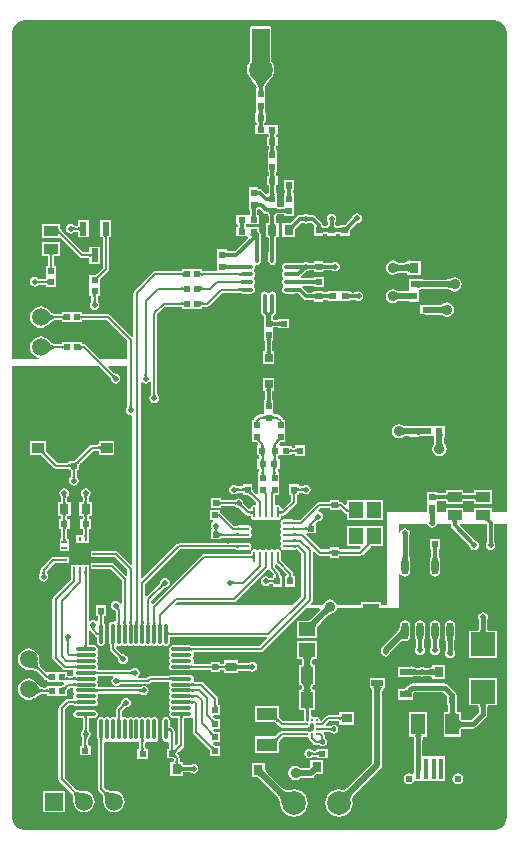
<source format=gtl>
G04*
G04 #@! TF.GenerationSoftware,Altium Limited,Altium Designer,19.0.4 (130)*
G04*
G04 Layer_Physical_Order=1*
G04 Layer_Color=255*
%FSLAX25Y25*%
%MOIN*%
G70*
G01*
G75*
%ADD18C,0.00800*%
%ADD20R,0.05906X0.13780*%
%ADD21O,0.00984X0.03937*%
%ADD22O,0.03937X0.00984*%
%ADD23R,0.09449X0.09449*%
%ADD24R,0.04724X0.05512*%
%ADD25R,0.02559X0.06102*%
%ADD26R,0.02559X0.03150*%
%ADD27R,0.04600X0.03500*%
%ADD28R,0.02362X0.04528*%
%ADD29R,0.02165X0.02165*%
%ADD30R,0.03937X0.03543*%
%ADD31R,0.02362X0.01968*%
%ADD32R,0.02165X0.02165*%
%ADD33R,0.00984X0.01378*%
%ADD34R,0.01870X0.00984*%
%ADD35R,0.03150X0.03543*%
%ADD36R,0.01968X0.02362*%
%ADD37R,0.05512X0.04528*%
%ADD38O,0.02362X0.05709*%
%ADD39R,0.13425X0.09921*%
%ADD40R,0.07874X0.07874*%
%ADD41R,0.03937X0.02362*%
%ADD42R,0.04724X0.06890*%
%ADD43C,0.00827*%
%ADD44R,0.04331X0.05512*%
%ADD45R,0.07087X0.04331*%
%ADD46R,0.03543X0.03150*%
%ADD47R,0.01575X0.07087*%
%ADD48C,0.07874*%
%ADD49O,0.01181X0.07087*%
%ADD50O,0.07087X0.01181*%
%ADD51R,0.05906X0.15748*%
%ADD52R,0.08504X0.08504*%
%ADD53O,0.04331X0.01378*%
%ADD54O,0.01378X0.04331*%
%ADD96C,0.01600*%
%ADD97C,0.02000*%
%ADD98C,0.01200*%
%ADD99C,0.01000*%
%ADD100C,0.11811*%
%ADD101C,0.05906*%
%ADD102R,0.05906X0.05906*%
%ADD103R,0.05906X0.05906*%
%ADD104C,0.02441*%
%ADD105O,0.03150X0.07087*%
%ADD106C,0.01600*%
%ADD107C,0.01968*%
%ADD108C,0.02000*%
%ADD109C,0.03500*%
%ADD110C,0.01800*%
G36*
X163005Y270751D02*
X163942Y270363D01*
X164746Y269746D01*
X165363Y268942D01*
X165751Y268005D01*
X165881Y267015D01*
X165878Y267000D01*
X165878Y106882D01*
X160900D01*
Y108350D01*
X155100D01*
Y106882D01*
X151400D01*
Y108350D01*
X145600D01*
Y106882D01*
X142922D01*
X142718Y107382D01*
X142720Y107386D01*
X142683Y107476D01*
Y107490D01*
X142691Y107579D01*
X142683Y107589D01*
Y109817D01*
X142683Y110139D01*
X142683Y110699D01*
X142758Y110715D01*
X143081Y110747D01*
X143284Y110751D01*
X143343Y110776D01*
X144937D01*
X144995Y110751D01*
X145203Y110745D01*
X145362Y110731D01*
X145486Y110711D01*
X145572Y110687D01*
X145596Y110678D01*
X145600Y110670D01*
Y109650D01*
X151400D01*
Y110679D01*
X151419Y110687D01*
X151507Y110710D01*
X151633Y110731D01*
X151795Y110745D01*
X152005Y110751D01*
X152063Y110776D01*
X154437D01*
X154495Y110751D01*
X154703Y110745D01*
X154862Y110731D01*
X154986Y110711D01*
X155072Y110687D01*
X155096Y110678D01*
X155100Y110670D01*
Y109650D01*
X160900D01*
Y114350D01*
X155100D01*
Y113330D01*
X155096Y113322D01*
X155072Y113312D01*
X154986Y113289D01*
X154862Y113269D01*
X154703Y113255D01*
X154495Y113249D01*
X154437Y113224D01*
X152063D01*
X152005Y113249D01*
X151795Y113255D01*
X151633Y113269D01*
X151507Y113290D01*
X151419Y113313D01*
X151400Y113321D01*
Y114350D01*
X145600D01*
Y113330D01*
X145596Y113322D01*
X145572Y113312D01*
X145486Y113289D01*
X145362Y113269D01*
X145203Y113255D01*
X144995Y113249D01*
X144937Y113224D01*
X143343D01*
X143284Y113249D01*
X143072Y113254D01*
X142903Y113265D01*
X142768Y113283D01*
X142683Y113301D01*
Y113683D01*
X142161D01*
X142071Y113720D01*
X142028Y113703D01*
X141984Y113714D01*
X141930Y113683D01*
X139317D01*
Y110639D01*
X139317Y110317D01*
X139317Y109817D01*
Y107589D01*
X139309Y107579D01*
X139317Y107490D01*
Y107476D01*
X139280Y107386D01*
X139282Y107382D01*
X139078Y106882D01*
X126000D01*
X126000Y76063D01*
X124156D01*
Y76919D01*
X117444D01*
Y76063D01*
X109284D01*
X109214Y76417D01*
X108694Y77194D01*
X107917Y77714D01*
X107000Y77896D01*
X106083Y77714D01*
X105306Y77194D01*
X104786Y76417D01*
X104716Y76063D01*
X100768D01*
X100577Y76525D01*
X101021Y76969D01*
X101242Y77300D01*
X101320Y77690D01*
Y93622D01*
X101820Y93830D01*
X102839Y92810D01*
X103170Y92589D01*
X103560Y92512D01*
X106644D01*
X106711Y92482D01*
X106845Y92479D01*
X106916Y92473D01*
Y91750D01*
X110084D01*
Y92473D01*
X110155Y92479D01*
X110289Y92482D01*
X110356Y92512D01*
X117130D01*
X117520Y92589D01*
X117851Y92810D01*
X120559Y95518D01*
X120643Y95644D01*
X124762D01*
Y102356D01*
X118963D01*
X118838Y102356D01*
Y102356D01*
X118463D01*
Y102356D01*
X112539D01*
Y95644D01*
X117148D01*
X117339Y95182D01*
X116708Y94551D01*
X110356D01*
X110289Y94581D01*
X110155Y94584D01*
X110084Y94590D01*
Y95313D01*
X106916D01*
Y94590D01*
X106845Y94584D01*
X106711Y94581D01*
X106644Y94551D01*
X103982D01*
X99149Y99384D01*
X99356Y99884D01*
X102313D01*
Y103053D01*
X102313Y103053D01*
X102313D01*
X102471Y103498D01*
X102620Y103646D01*
X102687Y103672D01*
X102744Y103726D01*
X102785Y103759D01*
X102822Y103786D01*
X102856Y103806D01*
X102886Y103822D01*
X102913Y103833D01*
X102939Y103841D01*
X102964Y103846D01*
X102989Y103849D01*
X103043Y103851D01*
X103122Y103887D01*
X103656Y103993D01*
X104185Y104347D01*
X104539Y104876D01*
X104663Y105500D01*
X104539Y106124D01*
X104185Y106653D01*
X103656Y107007D01*
X103265Y107085D01*
X103087Y107613D01*
X103822Y108349D01*
X106644D01*
X106711Y108319D01*
X106845Y108316D01*
X106916Y108310D01*
Y107587D01*
X110084D01*
Y107767D01*
X110584Y107974D01*
X111779Y106779D01*
X112110Y106558D01*
X112352Y106510D01*
X112487Y106451D01*
X112539Y106450D01*
Y104306D01*
X118338D01*
X118463Y104306D01*
X118838D01*
X118963Y104306D01*
X124762D01*
Y111017D01*
X118963D01*
X118838Y111017D01*
X118463D01*
X118338Y111017D01*
X112539D01*
Y109557D01*
X112077Y109365D01*
X111405Y110037D01*
X111074Y110258D01*
X110684Y110335D01*
X110356D01*
X110289Y110365D01*
X110155Y110369D01*
X110084Y110375D01*
Y111150D01*
X106916D01*
Y110427D01*
X106845Y110421D01*
X106711Y110418D01*
X106644Y110388D01*
X103400D01*
X103010Y110310D01*
X102679Y110090D01*
X97065Y104475D01*
X95634D01*
X95564Y104505D01*
X95056Y104510D01*
X94854Y104520D01*
X94847Y104521D01*
X94836Y104523D01*
X94834Y104522D01*
X94825Y104523D01*
X94784Y104511D01*
X94778Y104509D01*
X94707Y104539D01*
X94665Y104522D01*
X94520Y104551D01*
X91567D01*
X91141Y104466D01*
X90780Y104224D01*
X90538Y103863D01*
X90453Y103437D01*
X90538Y103011D01*
X90684Y102793D01*
X90744Y102453D01*
X90684Y102112D01*
X90538Y101895D01*
X90453Y101469D01*
X90538Y101042D01*
X90684Y100825D01*
X90744Y100484D01*
X90684Y100144D01*
X90538Y99926D01*
X90453Y99500D01*
X90538Y99074D01*
X90684Y98856D01*
X90744Y98516D01*
X90684Y98175D01*
X90538Y97958D01*
X90453Y97531D01*
X90538Y97105D01*
X90684Y96888D01*
X90744Y96547D01*
X90684Y96207D01*
X90538Y95989D01*
X90453Y95563D01*
X90538Y95137D01*
X90780Y94776D01*
X91141Y94534D01*
X91567Y94450D01*
X94520D01*
X94665Y94478D01*
X94707Y94461D01*
X94750Y94479D01*
X94769Y94472D01*
X95453Y94513D01*
X95587Y94513D01*
X95659Y94543D01*
X96015D01*
X97480Y93078D01*
Y78922D01*
X94621Y76063D01*
X55658Y76063D01*
X55467Y76525D01*
X55922Y76980D01*
X75032D01*
X75422Y77058D01*
X75752Y77279D01*
X86232Y87759D01*
X86265Y87769D01*
X86740Y87734D01*
X86835Y87687D01*
X86909Y87577D01*
X88236Y86250D01*
X88029Y85750D01*
X87884D01*
Y85027D01*
X87814Y85021D01*
X87679Y85018D01*
X87613Y84988D01*
X87165D01*
X87099Y85018D01*
X87020Y85020D01*
X86968Y85025D01*
X86923Y85032D01*
X86885Y85042D01*
X86853Y85052D01*
X86825Y85064D01*
X86802Y85076D01*
X86781Y85090D01*
X86761Y85106D01*
X86721Y85143D01*
X86640Y85173D01*
X86187Y85476D01*
X85563Y85600D01*
X84939Y85476D01*
X84409Y85122D01*
X84056Y84593D01*
X83932Y83969D01*
X84056Y83344D01*
X84409Y82815D01*
X84939Y82461D01*
X85563Y82337D01*
X86187Y82461D01*
X86640Y82764D01*
X86721Y82794D01*
X86761Y82832D01*
X86781Y82847D01*
X86802Y82861D01*
X86825Y82873D01*
X86853Y82885D01*
X86885Y82895D01*
X86923Y82905D01*
X86968Y82912D01*
X87020Y82917D01*
X87099Y82919D01*
X87165Y82949D01*
X87613D01*
X87679Y82919D01*
X87814Y82916D01*
X87884Y82910D01*
Y82187D01*
X91053D01*
Y85750D01*
X90528D01*
X90521Y85823D01*
X90518Y85955D01*
X90488Y86021D01*
Y86459D01*
X90411Y86849D01*
X90189Y87180D01*
X88649Y88720D01*
Y89226D01*
X89070Y89553D01*
X89169Y89547D01*
X89516Y89239D01*
X89611Y89145D01*
X89683Y89115D01*
X92549Y86250D01*
X92342Y85750D01*
X92148D01*
Y82187D01*
X95316D01*
Y85750D01*
X94791D01*
X94785Y85823D01*
X94782Y85955D01*
X94752Y86021D01*
Y86508D01*
X94674Y86898D01*
X94453Y87229D01*
X91153Y90529D01*
X91128Y90596D01*
X91123Y90598D01*
X91121Y90603D01*
X90983Y90746D01*
X90876Y90867D01*
X90793Y90972D01*
X90733Y91059D01*
X90712Y91095D01*
Y93594D01*
X90627Y94021D01*
X90386Y94382D01*
X90025Y94623D01*
X89598Y94708D01*
X89172Y94623D01*
X88811Y94382D01*
X88417D01*
X88056Y94623D01*
X87630Y94708D01*
X87204Y94623D01*
X86986Y94478D01*
X86646Y94417D01*
X86305Y94478D01*
X86088Y94623D01*
X85661Y94708D01*
X85235Y94623D01*
X85018Y94478D01*
X84677Y94417D01*
X84337Y94478D01*
X84119Y94623D01*
X83693Y94708D01*
X83267Y94623D01*
X82906Y94382D01*
X82512D01*
X82151Y94623D01*
X81724Y94708D01*
X81298Y94623D01*
X80937Y94382D01*
X80696Y94021D01*
X80611Y93594D01*
Y93176D01*
X80553Y93171D01*
X80418Y93167D01*
X80352Y93138D01*
X65118D01*
X64728Y93060D01*
X64397Y92839D01*
X47941Y76383D01*
X47441Y76590D01*
Y77499D01*
X51553Y81611D01*
X51619Y81636D01*
X51620Y81638D01*
X51622Y81638D01*
X51679Y81692D01*
X51718Y81724D01*
X51754Y81749D01*
X51785Y81768D01*
X51813Y81782D01*
X51838Y81792D01*
X51861Y81798D01*
X51882Y81802D01*
X51904Y81804D01*
X51958Y81804D01*
X51999Y81822D01*
X52000Y81821D01*
X52624Y81946D01*
X53154Y82299D01*
X53507Y82828D01*
X53631Y83453D01*
X53507Y84077D01*
X53154Y84606D01*
X52624Y84960D01*
X52000Y85084D01*
X51376Y84960D01*
X50846Y84606D01*
X50493Y84077D01*
X50402Y83619D01*
X50352Y83518D01*
X50349Y83463D01*
X50344Y83435D01*
X50338Y83408D01*
X50328Y83379D01*
X50316Y83349D01*
X50299Y83317D01*
X50276Y83281D01*
X50248Y83242D01*
X50214Y83201D01*
X50160Y83143D01*
X50134Y83076D01*
X45972Y78914D01*
X45472Y79121D01*
Y83030D01*
X56985Y94543D01*
X75664D01*
X75735Y94513D01*
X75880Y94513D01*
X76321Y94501D01*
X76428Y94492D01*
X76432Y94491D01*
X76442Y94489D01*
X76445Y94489D01*
X76458Y94487D01*
X76505Y94499D01*
X76519Y94501D01*
X76616Y94461D01*
X76657Y94478D01*
X76803Y94450D01*
X79756D01*
X80182Y94534D01*
X80543Y94776D01*
X80785Y95137D01*
X80869Y95563D01*
X80785Y95989D01*
X80543Y96350D01*
X80182Y96592D01*
X79756Y96676D01*
X76803D01*
X76657Y96648D01*
X76616Y96665D01*
X76573Y96647D01*
X76554Y96654D01*
X75870Y96613D01*
X75735Y96612D01*
X75664Y96583D01*
X56563D01*
X56173Y96505D01*
X55842Y96284D01*
X44462Y84904D01*
X44000Y85095D01*
X44000Y150033D01*
X44500Y150244D01*
X44876Y149993D01*
X45500Y149869D01*
X46124Y149993D01*
X46654Y150347D01*
X46870Y150671D01*
X47370Y150519D01*
Y146602D01*
X47341Y146536D01*
X47338Y146457D01*
X47333Y146405D01*
X47326Y146360D01*
X47317Y146322D01*
X47306Y146290D01*
X47294Y146262D01*
X47282Y146239D01*
X47268Y146218D01*
X47253Y146198D01*
X47215Y146158D01*
X47185Y146077D01*
X46883Y145624D01*
X46758Y145000D01*
X46883Y144376D01*
X47236Y143846D01*
X47765Y143493D01*
X48390Y143369D01*
X49014Y143493D01*
X49543Y143846D01*
X49897Y144376D01*
X50021Y145000D01*
X49897Y145624D01*
X49594Y146077D01*
X49564Y146158D01*
X49527Y146198D01*
X49511Y146218D01*
X49498Y146239D01*
X49485Y146262D01*
X49474Y146290D01*
X49463Y146322D01*
X49454Y146360D01*
X49446Y146405D01*
X49441Y146457D01*
X49439Y146536D01*
X49409Y146602D01*
Y172967D01*
X51922Y175480D01*
X57274D01*
X57341Y175451D01*
X57473Y175447D01*
X57546Y175441D01*
Y174817D01*
X60589D01*
X60911Y174817D01*
X61411Y174817D01*
X64454D01*
Y175441D01*
X64525Y175447D01*
X64659Y175451D01*
X64726Y175480D01*
X65945D01*
X66335Y175558D01*
X66666Y175779D01*
X71029Y180142D01*
X76412D01*
X76481Y180112D01*
X76611Y180110D01*
X76713Y180104D01*
X76916Y180081D01*
X76986Y180068D01*
X77053Y180051D01*
X77109Y180033D01*
X77154Y180015D01*
X77188Y179998D01*
X77239Y179968D01*
X77324Y179955D01*
X77336Y179947D01*
X77456Y179923D01*
X77574Y179874D01*
X77616Y179892D01*
X77839Y179847D01*
X80791D01*
X81294Y179947D01*
X81721Y180232D01*
X82006Y180658D01*
X82106Y181161D01*
X82006Y181664D01*
X81721Y182091D01*
X81647Y182140D01*
Y182742D01*
X81721Y182791D01*
X82006Y183218D01*
X82106Y183721D01*
X82006Y184223D01*
X81721Y184650D01*
X81647Y184699D01*
Y185301D01*
X81721Y185350D01*
X82006Y185777D01*
X82106Y186279D01*
X82006Y186783D01*
X81721Y187209D01*
X81647Y187258D01*
Y187860D01*
X81721Y187909D01*
X82006Y188336D01*
X82106Y188839D01*
X82073Y189002D01*
X82498Y189427D01*
X82661Y189394D01*
X83164Y189495D01*
X83591Y189779D01*
X83876Y190206D01*
X83976Y190709D01*
Y193661D01*
X83931Y193884D01*
X83948Y193926D01*
X83944Y193935D01*
X83948Y193945D01*
X83911Y195201D01*
X83885Y195258D01*
Y198265D01*
X83911Y198328D01*
X83885Y198390D01*
Y199579D01*
X83792Y200047D01*
X83527Y200444D01*
X83324Y200646D01*
Y202084D01*
X79887D01*
X79762Y202084D01*
X79387D01*
X79262Y202084D01*
X79137D01*
X78891Y202500D01*
X79137Y202916D01*
X79762Y202916D01*
X79887Y202916D01*
X83324D01*
Y205340D01*
X83358Y205401D01*
X83347Y205437D01*
X83362Y205472D01*
X83324Y205563D01*
Y206084D01*
X82861D01*
X82854Y206103D01*
X82831Y206192D01*
X82811Y206318D01*
X82798Y206480D01*
X82793Y206688D01*
X82767Y206746D01*
Y207084D01*
X82792Y207140D01*
X82806Y207550D01*
X82821Y207687D01*
X82831Y207750D01*
X83128D01*
Y208027D01*
X83628Y208174D01*
X85016Y206785D01*
X85413Y206520D01*
X85749Y206453D01*
X85868Y206401D01*
X86205Y206362D01*
X86243Y206272D01*
Y205750D01*
X86518D01*
X86526Y205700D01*
X86551Y205362D01*
X86554Y205152D01*
X86580Y205093D01*
Y204034D01*
X86554Y203977D01*
X86549Y203766D01*
X86534Y203605D01*
X86514Y203478D01*
X86490Y203390D01*
X86483Y203372D01*
X85605D01*
Y198628D01*
X86459D01*
X86466Y198610D01*
X86490Y198522D01*
X86511Y198396D01*
X86525Y198234D01*
X86530Y198023D01*
X86556Y197966D01*
Y195247D01*
X86530Y195185D01*
X86527Y194577D01*
X86512Y194099D01*
X86510Y194066D01*
X86506Y194039D01*
X86519Y193989D01*
X86492Y193926D01*
X86510Y193884D01*
X86465Y193661D01*
Y190709D01*
X86565Y190206D01*
X86850Y189779D01*
X87277Y189495D01*
X87779Y189394D01*
X88282Y189495D01*
X88709Y189779D01*
X88994Y190206D01*
X89094Y190709D01*
Y193661D01*
X89050Y193884D01*
X89067Y193926D01*
X89063Y193935D01*
X89066Y193945D01*
X89029Y195201D01*
X89003Y195258D01*
Y197966D01*
X89029Y198023D01*
X89034Y198234D01*
X89048Y198396D01*
X89069Y198522D01*
X89093Y198610D01*
X89100Y198628D01*
X89954D01*
Y203372D01*
X89124D01*
X89116Y203390D01*
X89093Y203478D01*
X89072Y203605D01*
X89058Y203766D01*
X89052Y203977D01*
X89027Y204034D01*
Y205083D01*
X89052Y205139D01*
X89067Y205547D01*
X89082Y205682D01*
X89094Y205750D01*
X89411D01*
Y206214D01*
X89430Y206221D01*
X89518Y206243D01*
X89645Y206263D01*
X89806Y206277D01*
X90015Y206282D01*
X90073Y206308D01*
X91045D01*
X91103Y206282D01*
X91312Y206277D01*
X91473Y206263D01*
X91600Y206243D01*
X91689Y206221D01*
X91707Y206214D01*
Y205750D01*
X92229D01*
X92319Y205713D01*
X92354Y205728D01*
X92391Y205717D01*
X92452Y205750D01*
X94876D01*
Y209187D01*
X94876Y209313D01*
Y209687D01*
X94876Y209813D01*
Y212484D01*
X94904Y212529D01*
X94891Y212585D01*
X94913Y212638D01*
X94876Y212728D01*
Y213250D01*
X94579D01*
X94570Y213304D01*
X94544Y213640D01*
X94541Y213829D01*
X94546Y214020D01*
X94559Y214182D01*
X94579Y214308D01*
X94602Y214397D01*
X94609Y214416D01*
X95072D01*
Y214937D01*
X95110Y215028D01*
X95095Y215063D01*
X95106Y215099D01*
X95072Y215160D01*
Y217584D01*
X91510D01*
Y215160D01*
X91477Y215099D01*
X91487Y215063D01*
X91473Y215028D01*
X91510Y214937D01*
Y214416D01*
X91974D01*
X91981Y214397D01*
X92003Y214308D01*
X92023Y214182D01*
X92037Y214020D01*
X92041Y213836D01*
X92028Y213450D01*
X92014Y213313D01*
X92003Y213250D01*
X91707D01*
Y212728D01*
X91670Y212638D01*
X91691Y212585D01*
X91679Y212529D01*
X91707Y212484D01*
Y209813D01*
X91707Y209687D01*
Y209313D01*
X91707Y209187D01*
Y208849D01*
X91689Y208842D01*
X91600Y208820D01*
X91473Y208799D01*
X91312Y208786D01*
X91103Y208781D01*
X91045Y208755D01*
X90073D01*
X90015Y208781D01*
X89806Y208786D01*
X89645Y208799D01*
X89518Y208820D01*
X89430Y208842D01*
X89411Y208849D01*
X89411Y209687D01*
X89411Y209813D01*
Y212484D01*
X89439Y212529D01*
X89427Y212585D01*
X89448Y212638D01*
X89411Y212728D01*
Y213250D01*
X89115D01*
X89106Y213304D01*
X89079Y213640D01*
X89076Y213848D01*
X89050Y213908D01*
Y215254D01*
X89076Y215312D01*
X89081Y215521D01*
X89095Y215682D01*
X89115Y215808D01*
X89137Y215897D01*
X89145Y215916D01*
X89608D01*
Y216437D01*
X89645Y216528D01*
X89631Y216563D01*
X89641Y216599D01*
X89608Y216660D01*
Y218340D01*
X89641Y218401D01*
X89631Y218437D01*
X89645Y218472D01*
X89608Y218563D01*
Y219084D01*
X89145D01*
X89137Y219103D01*
X89115Y219192D01*
X89095Y219318D01*
X89081Y219479D01*
X89077Y219664D01*
X89090Y220050D01*
X89104Y220187D01*
X89115Y220250D01*
X89411D01*
Y220772D01*
X89448Y220862D01*
X89427Y220915D01*
X89439Y220971D01*
X89411Y221016D01*
Y223687D01*
X89411Y223813D01*
Y224187D01*
X89411Y224313D01*
Y226984D01*
X89439Y227029D01*
X89427Y227085D01*
X89448Y227138D01*
X89411Y227228D01*
Y227750D01*
X89115D01*
X89106Y227804D01*
X89079Y228140D01*
X89077Y228310D01*
X89081Y228489D01*
X89095Y228650D01*
X89115Y228777D01*
X89137Y228866D01*
X89145Y228884D01*
X89608D01*
Y229406D01*
X89645Y229496D01*
X89631Y229531D01*
X89641Y229568D01*
X89608Y229629D01*
Y231308D01*
X89641Y231369D01*
X89631Y231406D01*
X89645Y231441D01*
X89608Y231531D01*
Y232053D01*
X89358D01*
X89112Y232469D01*
X89358Y232884D01*
X89608D01*
Y233406D01*
X89645Y233496D01*
X89631Y233531D01*
X89641Y233568D01*
X89608Y233629D01*
Y236053D01*
X86171D01*
X86046Y236053D01*
X85671D01*
X85546Y236053D01*
X85391D01*
X85163Y236484D01*
X85391Y236916D01*
X85671D01*
Y237437D01*
X85708Y237528D01*
X85694Y237563D01*
X85704Y237599D01*
X85671Y237660D01*
Y239340D01*
X85704Y239401D01*
X85694Y239437D01*
X85708Y239472D01*
X85671Y239563D01*
Y240084D01*
X85558D01*
X85288Y240496D01*
X85474Y240750D01*
X85474D01*
Y241272D01*
X85511Y241362D01*
X85490Y241415D01*
X85502Y241471D01*
X85474Y241516D01*
Y244187D01*
X85474Y244313D01*
Y244687D01*
X85474Y244813D01*
Y247484D01*
X85502Y247529D01*
X85490Y247585D01*
X85511Y247638D01*
X85474Y247728D01*
Y248250D01*
X85474Y248250D01*
X85244Y248750D01*
X85285Y248867D01*
X85411Y249134D01*
X85580Y249427D01*
X85794Y249745D01*
X86049Y250079D01*
X86711Y250830D01*
X87108Y251232D01*
X87119Y251259D01*
X87126Y251264D01*
X87853Y252212D01*
X88310Y253316D01*
X88466Y254500D01*
X88310Y255684D01*
X87853Y256788D01*
X87492Y257258D01*
Y268280D01*
X87302Y268739D01*
X86843Y268929D01*
X80937D01*
X80478Y268739D01*
X80287Y268280D01*
Y257258D01*
X79927Y256788D01*
X79470Y255684D01*
X79314Y254500D01*
X79470Y253316D01*
X79927Y252212D01*
X80654Y251264D01*
X80661Y251259D01*
X80672Y251232D01*
X81069Y250830D01*
X81731Y250079D01*
X81986Y249745D01*
X82200Y249427D01*
X82369Y249134D01*
X82494Y248867D01*
X82536Y248750D01*
X82306Y248250D01*
X82306D01*
Y247728D01*
X82268Y247638D01*
X82290Y247585D01*
X82277Y247529D01*
X82306Y247484D01*
Y244813D01*
X82306Y244687D01*
Y244313D01*
X82306Y244187D01*
Y241516D01*
X82277Y241471D01*
X82290Y241415D01*
X82268Y241362D01*
X82306Y241272D01*
Y240750D01*
X82306D01*
X82487Y240503D01*
X82227Y240084D01*
X82109D01*
Y239563D01*
X82071Y239472D01*
X82086Y239437D01*
X82075Y239401D01*
X82109Y239340D01*
Y237660D01*
X82075Y237599D01*
X82086Y237563D01*
X82071Y237528D01*
X82109Y237437D01*
Y236916D01*
X82389D01*
X82617Y236484D01*
X82389Y236053D01*
X82109D01*
Y235531D01*
X82071Y235441D01*
X82086Y235406D01*
X82075Y235369D01*
X82109Y235308D01*
Y232884D01*
X85546D01*
X85671Y232884D01*
X86046D01*
X86171Y232884D01*
X86296D01*
X86542Y232469D01*
X86296Y232053D01*
X86046D01*
Y231531D01*
X86008Y231441D01*
X86023Y231406D01*
X86012Y231369D01*
X86046Y231308D01*
Y229629D01*
X86012Y229568D01*
X86023Y229531D01*
X86008Y229496D01*
X86046Y229406D01*
Y228884D01*
X86509D01*
X86516Y228866D01*
X86539Y228777D01*
X86559Y228650D01*
X86572Y228489D01*
X86576Y228323D01*
X86564Y227950D01*
X86549Y227813D01*
X86539Y227750D01*
X86243D01*
Y227228D01*
X86205Y227138D01*
X86227Y227085D01*
X86214Y227029D01*
X86243Y226984D01*
Y224313D01*
X86243Y224187D01*
Y223813D01*
X86243Y223687D01*
Y221016D01*
X86214Y220971D01*
X86227Y220915D01*
X86205Y220862D01*
X86243Y220772D01*
Y220250D01*
X86539D01*
X86548Y220196D01*
X86574Y219860D01*
X86577Y219671D01*
X86572Y219479D01*
X86559Y219318D01*
X86539Y219192D01*
X86516Y219103D01*
X86509Y219084D01*
X86046D01*
Y218563D01*
X86008Y218472D01*
X86023Y218437D01*
X86012Y218401D01*
X86046Y218340D01*
Y216660D01*
X86012Y216599D01*
X86023Y216563D01*
X86008Y216528D01*
X86046Y216437D01*
Y215916D01*
X86509D01*
X86516Y215897D01*
X86539Y215808D01*
X86559Y215682D01*
X86572Y215521D01*
X86577Y215312D01*
X86603Y215254D01*
Y213916D01*
X86578Y213860D01*
X86564Y213450D01*
X86549Y213313D01*
X86539Y213250D01*
X86243D01*
Y213226D01*
X85742Y213019D01*
X84428Y214334D01*
X84031Y214599D01*
X83696Y214666D01*
X83577Y214718D01*
X83393Y214722D01*
X83251Y214733D01*
X83140Y214748D01*
X83128Y214751D01*
Y215250D01*
X79959D01*
Y211813D01*
X79959Y211687D01*
Y211313D01*
X79959Y211187D01*
Y208516D01*
X79931Y208471D01*
X79944Y208415D01*
X79922Y208362D01*
X79959Y208272D01*
Y207750D01*
X80255D01*
X80265Y207696D01*
X80291Y207360D01*
X80294Y207152D01*
X80320Y207092D01*
Y206746D01*
X80294Y206688D01*
X80289Y206480D01*
X80275Y206318D01*
X80255Y206192D01*
X80233Y206103D01*
X80225Y206084D01*
X79387Y206084D01*
X79262Y206084D01*
X75825D01*
Y203660D01*
X75792Y203599D01*
X75802Y203563D01*
X75788Y203528D01*
X75825Y203437D01*
Y202916D01*
X76076D01*
X76321Y202500D01*
X76076Y202084D01*
X75825D01*
Y201563D01*
X75788Y201472D01*
X75802Y201437D01*
X75792Y201401D01*
X75825Y201340D01*
Y198916D01*
X79262D01*
X79478Y198916D01*
X79685Y198416D01*
X75269Y193999D01*
X73246D01*
X73188Y194025D01*
X72979Y194030D01*
X72818Y194044D01*
X72692Y194064D01*
X72603Y194086D01*
X72584Y194093D01*
Y194557D01*
X72063D01*
X71972Y194594D01*
X71937Y194580D01*
X71901Y194590D01*
X71840Y194557D01*
X69416D01*
Y191120D01*
X69416Y190995D01*
Y190620D01*
X69416Y190495D01*
Y187277D01*
X64726D01*
X64659Y187307D01*
X64527Y187310D01*
X64454Y187317D01*
Y187962D01*
X61411D01*
X61089Y187962D01*
X60589Y187962D01*
X57546D01*
Y187338D01*
X57475Y187332D01*
X57341Y187329D01*
X57274Y187299D01*
X48779D01*
X48389Y187222D01*
X48059Y187001D01*
X41779Y180721D01*
X41558Y180390D01*
X41480Y180000D01*
Y165701D01*
X40980Y165494D01*
X33753Y172721D01*
X33422Y172942D01*
X33032Y173020D01*
X24726D01*
X24659Y173049D01*
X24527Y173053D01*
X24454Y173059D01*
Y173683D01*
X21411D01*
X21089Y173683D01*
X20589Y173683D01*
X17546D01*
Y173059D01*
X17475Y173053D01*
X17341Y173049D01*
X17274Y173020D01*
X15305D01*
X15252Y173047D01*
X15102Y173060D01*
X14977Y173090D01*
X14819Y173148D01*
X14634Y173238D01*
X14424Y173364D01*
X14191Y173524D01*
X13943Y173716D01*
X13373Y174224D01*
X13066Y174529D01*
X13013Y174550D01*
X12292Y175103D01*
X11428Y175461D01*
X10500Y175583D01*
X9572Y175461D01*
X8708Y175103D01*
X7966Y174534D01*
X7397Y173792D01*
X7039Y172927D01*
X6917Y172000D01*
X7039Y171073D01*
X7397Y170208D01*
X7966Y169466D01*
X8708Y168897D01*
X9572Y168539D01*
X10500Y168417D01*
X11428Y168539D01*
X12292Y168897D01*
X13013Y169450D01*
X13066Y169472D01*
X13373Y169776D01*
X13943Y170284D01*
X14191Y170476D01*
X14424Y170636D01*
X14634Y170762D01*
X14819Y170852D01*
X14977Y170911D01*
X15102Y170940D01*
X15252Y170953D01*
X15305Y170980D01*
X17274D01*
X17341Y170951D01*
X17475Y170947D01*
X17546Y170941D01*
Y170317D01*
X20589D01*
X20911Y170317D01*
X21411Y170317D01*
X24454D01*
Y170941D01*
X24527Y170947D01*
X24659Y170951D01*
X24726Y170980D01*
X32610D01*
X39480Y164110D01*
Y158000D01*
X30465D01*
X25745Y162721D01*
X25414Y162942D01*
X25024Y163020D01*
X24726D01*
X24659Y163049D01*
X24525Y163053D01*
X24454Y163059D01*
Y163683D01*
X21411D01*
X21089Y163683D01*
X20589Y163683D01*
X17546D01*
Y163059D01*
X17473Y163053D01*
X17341Y163049D01*
X17274Y163020D01*
X15305D01*
X15252Y163047D01*
X15102Y163060D01*
X14977Y163090D01*
X14819Y163148D01*
X14634Y163238D01*
X14424Y163364D01*
X14191Y163524D01*
X13943Y163716D01*
X13373Y164224D01*
X13066Y164529D01*
X13013Y164550D01*
X12292Y165103D01*
X11428Y165461D01*
X10500Y165583D01*
X9572Y165461D01*
X8708Y165103D01*
X7966Y164534D01*
X7397Y163792D01*
X7039Y162927D01*
X6917Y162000D01*
X7039Y161073D01*
X7397Y160208D01*
X7966Y159466D01*
X8708Y158897D01*
X9572Y158539D01*
X9866Y158500D01*
X9834Y158000D01*
X1122D01*
Y265000D01*
Y267000D01*
X1119Y267014D01*
X1249Y268005D01*
X1637Y268942D01*
X2254Y269746D01*
X3058Y270363D01*
X3995Y270751D01*
X4986Y270881D01*
X5000Y270878D01*
X162000D01*
X162014Y270881D01*
X163005Y270751D01*
D02*
G37*
G36*
X86236Y251274D02*
X85546Y250491D01*
X85266Y250123D01*
X85029Y249771D01*
X84835Y249435D01*
X84684Y249114D01*
X84576Y248810D01*
X84511Y248520D01*
X84506Y248450D01*
X84523Y248226D01*
X84549Y248070D01*
X84583Y247938D01*
X84624Y247830D01*
X84672Y247746D01*
X84728Y247686D01*
X84791Y247650D01*
X84862Y247638D01*
X82917D01*
X82988Y247650D01*
X83052Y247686D01*
X83107Y247746D01*
X83156Y247830D01*
X83197Y247938D01*
X83230Y248070D01*
X83256Y248226D01*
X83275Y248406D01*
X83276Y248427D01*
X83268Y248520D01*
X83204Y248810D01*
X83096Y249114D01*
X82945Y249435D01*
X82751Y249771D01*
X82514Y250123D01*
X82233Y250491D01*
X81543Y251274D01*
X81134Y251688D01*
X86646D01*
X86236Y251274D01*
D02*
G37*
G36*
X84791Y241350D02*
X84728Y241314D01*
X84672Y241254D01*
X84624Y241170D01*
X84583Y241062D01*
X84549Y240930D01*
X84523Y240774D01*
X84505Y240594D01*
X84498Y240410D01*
X84513Y240240D01*
X84541Y240060D01*
X84581Y239904D01*
X84632Y239772D01*
X84695Y239664D01*
X84769Y239580D01*
X84854Y239520D01*
X84951Y239484D01*
X85059Y239472D01*
X82721D01*
X82829Y239484D01*
X82925Y239520D01*
X83011Y239580D01*
X83085Y239664D01*
X83148Y239772D01*
X83199Y239904D01*
X83239Y240060D01*
X83267Y240240D01*
X83283Y240431D01*
X83256Y240774D01*
X83230Y240930D01*
X83197Y241062D01*
X83156Y241170D01*
X83107Y241254D01*
X83052Y241314D01*
X82988Y241350D01*
X82917Y241362D01*
X84862D01*
X84791Y241350D01*
D02*
G37*
G36*
X84951Y237516D02*
X84854Y237480D01*
X84769Y237420D01*
X84695Y237336D01*
X84632Y237228D01*
X84581Y237096D01*
X84541Y236940D01*
X84513Y236760D01*
X84496Y236556D01*
X84494Y236484D01*
X84496Y236413D01*
X84513Y236209D01*
X84541Y236029D01*
X84581Y235873D01*
X84632Y235741D01*
X84695Y235633D01*
X84769Y235549D01*
X84854Y235489D01*
X84951Y235453D01*
X85059Y235441D01*
X82721D01*
X82829Y235453D01*
X82925Y235489D01*
X83011Y235549D01*
X83085Y235633D01*
X83148Y235741D01*
X83199Y235873D01*
X83239Y236029D01*
X83267Y236209D01*
X83284Y236413D01*
X83286Y236484D01*
X83284Y236556D01*
X83267Y236760D01*
X83239Y236940D01*
X83199Y237096D01*
X83148Y237228D01*
X83085Y237336D01*
X83011Y237420D01*
X82925Y237480D01*
X82829Y237516D01*
X82721Y237528D01*
X85059D01*
X84951Y237516D01*
D02*
G37*
G36*
X88888Y233484D02*
X88791Y233448D01*
X88706Y233388D01*
X88632Y233304D01*
X88569Y233196D01*
X88518Y233064D01*
X88478Y232908D01*
X88450Y232728D01*
X88433Y232524D01*
X88431Y232469D01*
X88433Y232413D01*
X88450Y232209D01*
X88478Y232029D01*
X88518Y231873D01*
X88569Y231741D01*
X88632Y231633D01*
X88706Y231549D01*
X88791Y231489D01*
X88888Y231453D01*
X88996Y231441D01*
X86658D01*
X86766Y231453D01*
X86863Y231489D01*
X86948Y231549D01*
X87022Y231633D01*
X87085Y231741D01*
X87136Y231873D01*
X87176Y232029D01*
X87204Y232209D01*
X87221Y232413D01*
X87222Y232469D01*
X87221Y232524D01*
X87204Y232728D01*
X87176Y232908D01*
X87136Y233064D01*
X87085Y233196D01*
X87022Y233304D01*
X86948Y233388D01*
X86863Y233448D01*
X86766Y233484D01*
X86658Y233496D01*
X88996D01*
X88888Y233484D01*
D02*
G37*
G36*
Y229484D02*
X88791Y229448D01*
X88706Y229388D01*
X88632Y229304D01*
X88569Y229196D01*
X88518Y229064D01*
X88478Y228908D01*
X88450Y228728D01*
X88433Y228524D01*
X88427Y228313D01*
X88431Y228110D01*
X88460Y227726D01*
X88486Y227570D01*
X88520Y227438D01*
X88561Y227330D01*
X88609Y227246D01*
X88665Y227186D01*
X88728Y227150D01*
X88799Y227138D01*
X86854D01*
X86925Y227150D01*
X86989Y227186D01*
X87044Y227246D01*
X87093Y227330D01*
X87134Y227438D01*
X87167Y227570D01*
X87193Y227726D01*
X87212Y227906D01*
X87226Y228320D01*
X87221Y228524D01*
X87204Y228728D01*
X87176Y228908D01*
X87136Y229064D01*
X87085Y229196D01*
X87022Y229304D01*
X86948Y229388D01*
X86863Y229448D01*
X86766Y229484D01*
X86658Y229496D01*
X88996D01*
X88888Y229484D01*
D02*
G37*
G36*
X88728Y220850D02*
X88665Y220814D01*
X88609Y220754D01*
X88561Y220670D01*
X88520Y220562D01*
X88486Y220430D01*
X88460Y220274D01*
X88442Y220094D01*
X88427Y219667D01*
X88433Y219444D01*
X88450Y219240D01*
X88478Y219060D01*
X88518Y218904D01*
X88569Y218772D01*
X88632Y218664D01*
X88706Y218580D01*
X88791Y218520D01*
X88888Y218484D01*
X88996Y218472D01*
X86658D01*
X86766Y218484D01*
X86863Y218520D01*
X86948Y218580D01*
X87022Y218664D01*
X87085Y218772D01*
X87136Y218904D01*
X87176Y219060D01*
X87204Y219240D01*
X87221Y219444D01*
X87227Y219668D01*
X87223Y219890D01*
X87193Y220274D01*
X87167Y220430D01*
X87134Y220562D01*
X87093Y220670D01*
X87044Y220754D01*
X86989Y220814D01*
X86925Y220850D01*
X86854Y220862D01*
X88799D01*
X88728Y220850D01*
D02*
G37*
G36*
X88888Y216516D02*
X88791Y216480D01*
X88706Y216420D01*
X88632Y216336D01*
X88569Y216228D01*
X88518Y216096D01*
X88478Y215940D01*
X88450Y215760D01*
X88433Y215556D01*
X88427Y215328D01*
X87227D01*
X87221Y215556D01*
X87204Y215760D01*
X87176Y215940D01*
X87136Y216096D01*
X87085Y216228D01*
X87022Y216336D01*
X86948Y216420D01*
X86863Y216480D01*
X86766Y216516D01*
X86658Y216528D01*
X88996D01*
X88888Y216516D01*
D02*
G37*
G36*
X94352Y215016D02*
X94256Y214980D01*
X94170Y214920D01*
X94096Y214836D01*
X94034Y214728D01*
X93982Y214596D01*
X93943Y214440D01*
X93914Y214260D01*
X93897Y214056D01*
X93891Y213832D01*
X93895Y213610D01*
X93925Y213226D01*
X93951Y213070D01*
X93984Y212938D01*
X94025Y212830D01*
X94074Y212746D01*
X94130Y212686D01*
X94193Y212650D01*
X94264Y212638D01*
X92319D01*
X92390Y212650D01*
X92453Y212686D01*
X92509Y212746D01*
X92557Y212830D01*
X92598Y212938D01*
X92632Y213070D01*
X92658Y213226D01*
X92676Y213406D01*
X92691Y213833D01*
X92686Y214056D01*
X92669Y214260D01*
X92640Y214440D01*
X92600Y214596D01*
X92549Y214728D01*
X92487Y214836D01*
X92413Y214920D01*
X92327Y214980D01*
X92230Y215016D01*
X92122Y215028D01*
X94460D01*
X94352Y215016D01*
D02*
G37*
G36*
X88431Y213610D02*
X88460Y213226D01*
X88486Y213070D01*
X88520Y212938D01*
X88561Y212830D01*
X88609Y212746D01*
X88665Y212686D01*
X88728Y212650D01*
X88799Y212638D01*
X86854D01*
X86925Y212650D01*
X86989Y212686D01*
X87044Y212746D01*
X87093Y212830D01*
X87134Y212938D01*
X87167Y213070D01*
X87193Y213226D01*
X87212Y213406D01*
X87227Y213838D01*
X88427D01*
X88431Y213610D01*
D02*
G37*
G36*
X82514Y214431D02*
X82546Y214355D01*
X82599Y214288D01*
X82673Y214230D01*
X82768Y214180D01*
X82885Y214140D01*
X83023Y214109D01*
X83182Y214086D01*
X83362Y214073D01*
X83563Y214069D01*
Y212868D01*
X83362Y212864D01*
X83023Y212828D01*
X82885Y212797D01*
X82768Y212757D01*
X82673Y212707D01*
X82599Y212649D01*
X82546Y212582D01*
X82514Y212506D01*
X82504Y212421D01*
Y214516D01*
X82514Y214431D01*
D02*
G37*
G36*
X86854Y210299D02*
X86843Y210407D01*
X86806Y210504D01*
X86747Y210590D01*
X86663Y210664D01*
X86554Y210726D01*
X86422Y210777D01*
X86266Y210817D01*
X86086Y210846D01*
X85883Y210863D01*
X85654Y210869D01*
Y212069D01*
X85883Y212074D01*
X86086Y212091D01*
X86266Y212120D01*
X86422Y212160D01*
X86554Y212211D01*
X86663Y212273D01*
X86747Y212347D01*
X86806Y212433D01*
X86843Y212529D01*
X86854Y212638D01*
Y210299D01*
D02*
G37*
G36*
X82528Y210593D02*
X82564Y210496D01*
X82624Y210410D01*
X82708Y210336D01*
X82816Y210274D01*
X82948Y210223D01*
X83104Y210183D01*
X83284Y210154D01*
X83488Y210137D01*
X83716Y210132D01*
Y208931D01*
X83488Y208926D01*
X83284Y208909D01*
X83104Y208880D01*
X82948Y208840D01*
X82816Y208789D01*
X82708Y208727D01*
X82624Y208653D01*
X82564Y208567D01*
X82528Y208471D01*
X82516Y208362D01*
X82445Y208350D01*
X82382Y208314D01*
X82326Y208254D01*
X82277Y208170D01*
X82236Y208062D01*
X82203Y207930D01*
X82177Y207774D01*
X82158Y207594D01*
X82143Y207162D01*
X80943D01*
X80940Y207390D01*
X80910Y207774D01*
X80884Y207930D01*
X80850Y208062D01*
X80809Y208170D01*
X80761Y208254D01*
X80705Y208314D01*
X80642Y208350D01*
X80571Y208362D01*
X82516D01*
Y210701D01*
X82528Y210593D01*
D02*
G37*
G36*
X86866Y206677D02*
X86857Y206748D01*
X86827Y206811D01*
X86778Y206867D01*
X86709Y206916D01*
X86620Y206957D01*
X86512Y206991D01*
X86384Y207017D01*
X86236Y207035D01*
X86068Y207047D01*
X85881Y207050D01*
Y208250D01*
X86068Y208254D01*
X86384Y208284D01*
X86512Y208310D01*
X86620Y208344D01*
X86709Y208385D01*
X86778Y208433D01*
X86827Y208489D01*
X86857Y208553D01*
X86866Y208624D01*
Y206677D01*
D02*
G37*
G36*
X92319Y206362D02*
X92307Y206470D01*
X92271Y206567D01*
X92211Y206653D01*
X92127Y206727D01*
X92019Y206789D01*
X91887Y206840D01*
X91731Y206880D01*
X91551Y206909D01*
X91347Y206926D01*
X91119Y206931D01*
Y208132D01*
X91347Y208137D01*
X91551Y208154D01*
X91731Y208183D01*
X91887Y208223D01*
X92019Y208274D01*
X92127Y208336D01*
X92211Y208410D01*
X92271Y208496D01*
X92307Y208593D01*
X92319Y208701D01*
Y206362D01*
D02*
G37*
G36*
X82149Y206444D02*
X82166Y206240D01*
X82195Y206060D01*
X82234Y205904D01*
X82286Y205772D01*
X82348Y205664D01*
X82422Y205580D01*
X82508Y205520D01*
X82604Y205484D01*
X82712Y205472D01*
X80374D01*
X80482Y205484D01*
X80579Y205520D01*
X80664Y205580D01*
X80739Y205664D01*
X80801Y205772D01*
X80852Y205904D01*
X80892Y206060D01*
X80921Y206240D01*
X80938Y206444D01*
X80943Y206672D01*
X82143D01*
X82149Y206444D01*
D02*
G37*
G36*
X88811Y208593D02*
X88847Y208496D01*
X88907Y208410D01*
X88991Y208336D01*
X89099Y208274D01*
X89231Y208223D01*
X89387Y208183D01*
X89567Y208154D01*
X89771Y208137D01*
X89999Y208132D01*
Y206931D01*
X89771Y206926D01*
X89567Y206909D01*
X89387Y206880D01*
X89231Y206840D01*
X89099Y206789D01*
X88991Y206727D01*
X88907Y206653D01*
X88847Y206567D01*
X88811Y206470D01*
X88799Y206362D01*
X88724Y206350D01*
X88657Y206314D01*
X88597Y206254D01*
X88546Y206170D01*
X88502Y206062D01*
X88467Y205930D01*
X88439Y205774D01*
X88419Y205594D01*
X88403Y205162D01*
X87203D01*
X87200Y205390D01*
X87172Y205774D01*
X87147Y205930D01*
X87116Y206062D01*
X87078Y206170D01*
X87032Y206254D01*
X86980Y206314D01*
X86921Y206350D01*
X86854Y206362D01*
X88799D01*
Y208701D01*
X88811Y208593D01*
D02*
G37*
G36*
X88409Y203729D02*
X88427Y203523D01*
X88457Y203342D01*
X88499Y203184D01*
X88553Y203051D01*
X88619Y202942D01*
X88697Y202857D01*
X88787Y202796D01*
X88889Y202760D01*
X89003Y202748D01*
X86603D01*
X86717Y202760D01*
X86819Y202796D01*
X86909Y202857D01*
X86987Y202942D01*
X87053Y203051D01*
X87107Y203184D01*
X87149Y203342D01*
X87179Y203523D01*
X87197Y203729D01*
X87203Y203960D01*
X88403D01*
X88409Y203729D01*
D02*
G37*
G36*
X78667Y203516D02*
X78570Y203480D01*
X78485Y203420D01*
X78411Y203336D01*
X78349Y203228D01*
X78297Y203096D01*
X78258Y202940D01*
X78229Y202760D01*
X78212Y202556D01*
X78211Y202500D01*
X78212Y202444D01*
X78229Y202240D01*
X78258Y202060D01*
X78297Y201904D01*
X78349Y201772D01*
X78411Y201664D01*
X78485Y201580D01*
X78570Y201520D01*
X78667Y201484D01*
X78775Y201472D01*
X76437D01*
X76545Y201484D01*
X76642Y201520D01*
X76727Y201580D01*
X76801Y201664D01*
X76864Y201772D01*
X76915Y201904D01*
X76955Y202060D01*
X76984Y202240D01*
X77001Y202444D01*
X77002Y202500D01*
X77001Y202556D01*
X76984Y202760D01*
X76955Y202940D01*
X76915Y203096D01*
X76864Y203228D01*
X76801Y203336D01*
X76727Y203420D01*
X76642Y203480D01*
X76545Y203516D01*
X76437Y203528D01*
X78775D01*
X78667Y203516D01*
D02*
G37*
G36*
X82453Y199530D02*
X82712Y199528D01*
X83261Y198328D01*
X82061D01*
X82057Y198500D01*
X80900D01*
X80896Y198698D01*
X80862Y199030D01*
X80832Y199165D01*
X80793Y199280D01*
X80746Y199373D01*
X80690Y199446D01*
X80626Y199498D01*
X80554Y199529D01*
X80472Y199540D01*
X82528D01*
X82453Y199530D01*
D02*
G37*
G36*
X88866Y199240D02*
X88763Y199204D01*
X88674Y199143D01*
X88595Y199058D01*
X88529Y198949D01*
X88476Y198816D01*
X88433Y198659D01*
X88403Y198477D01*
X88385Y198271D01*
X88380Y198040D01*
X87179D01*
X87173Y198271D01*
X87155Y198477D01*
X87125Y198659D01*
X87084Y198816D01*
X87029Y198949D01*
X86963Y199058D01*
X86885Y199143D01*
X86796Y199204D01*
X86694Y199240D01*
X86580Y199252D01*
X88980D01*
X88866Y199240D01*
D02*
G37*
G36*
X88417Y193926D02*
X87142D01*
X87149Y193948D01*
X87155Y193994D01*
X87161Y194062D01*
X87176Y194565D01*
X87179Y195182D01*
X88380D01*
X88417Y193926D01*
D02*
G37*
G36*
X83299D02*
X82024D01*
X82031Y193948D01*
X82037Y193994D01*
X82043Y194062D01*
X82058Y194565D01*
X82061Y195182D01*
X83261D01*
X83299Y193926D01*
D02*
G37*
G36*
X71984Y193837D02*
X72020Y193740D01*
X72080Y193654D01*
X72164Y193580D01*
X72272Y193518D01*
X72404Y193467D01*
X72560Y193427D01*
X72740Y193398D01*
X72944Y193381D01*
X73172Y193376D01*
Y192176D01*
X72944Y192170D01*
X72740Y192153D01*
X72560Y192124D01*
X72404Y192085D01*
X72272Y192033D01*
X72164Y191971D01*
X72080Y191897D01*
X72020Y191811D01*
X71984Y191715D01*
X71972Y191606D01*
Y193945D01*
X71984Y193837D01*
D02*
G37*
G36*
X77574Y188201D02*
X77552Y188208D01*
X77506Y188215D01*
X77438Y188220D01*
X76935Y188235D01*
X76318Y188239D01*
Y189439D01*
X77574Y189476D01*
Y188201D01*
D02*
G37*
G36*
X71984Y189900D02*
X72020Y189803D01*
X72080Y189717D01*
X72164Y189644D01*
X72272Y189581D01*
X72404Y189530D01*
X72560Y189490D01*
X72740Y189461D01*
X72944Y189444D01*
X73172Y189439D01*
Y188239D01*
X72944Y188233D01*
X72740Y188216D01*
X72560Y188187D01*
X72404Y188147D01*
X72272Y188096D01*
X72164Y188034D01*
X72080Y187960D01*
X72020Y187874D01*
X71984Y187778D01*
X71972Y187670D01*
Y190008D01*
X71984Y189900D01*
D02*
G37*
G36*
X77574Y185642D02*
X77506Y185683D01*
X77428Y185720D01*
X77343Y185752D01*
X77249Y185780D01*
X77146Y185804D01*
X77035Y185823D01*
X76788Y185849D01*
X76651Y185855D01*
X76506Y185857D01*
X76477Y186658D01*
X76616Y186660D01*
X76873Y186681D01*
X76993Y186699D01*
X77106Y186722D01*
X77212Y186751D01*
X77312Y186785D01*
X77406Y186824D01*
X77494Y186868D01*
X77574Y186917D01*
Y185642D01*
D02*
G37*
G36*
X58170Y185479D02*
X58162Y185556D01*
X58137Y185624D01*
X58097Y185684D01*
X58040Y185735D01*
X57967Y185780D01*
X57877Y185816D01*
X57772Y185844D01*
X57650Y185863D01*
X57512Y185875D01*
X57358Y185880D01*
Y186679D01*
X57512Y186683D01*
X57650Y186696D01*
X57772Y186715D01*
X57877Y186743D01*
X57967Y186779D01*
X58040Y186823D01*
X58097Y186875D01*
X58137Y186935D01*
X58162Y187004D01*
X58170Y187080D01*
Y185479D01*
D02*
G37*
G36*
X63850Y186981D02*
X63874Y186914D01*
X63914Y186854D01*
X63970Y186802D01*
X64042Y186758D01*
X64130Y186722D01*
X64234Y186694D01*
X64354Y186673D01*
X64490Y186662D01*
X64642Y186658D01*
Y185857D01*
X64490Y185854D01*
X64354Y185842D01*
X64234Y185821D01*
X64130Y185793D01*
X64042Y185758D01*
X63970Y185714D01*
X63914Y185661D01*
X63874Y185601D01*
X63850Y185533D01*
X63842Y185458D01*
Y187057D01*
X63850Y186981D01*
D02*
G37*
G36*
X77574Y183083D02*
X77500Y183128D01*
X77417Y183168D01*
X77328Y183204D01*
X77230Y183235D01*
X77126Y183261D01*
X77014Y183282D01*
X76768Y183311D01*
X76633Y183318D01*
X76492Y183320D01*
Y184121D01*
X76633Y184123D01*
X76894Y184142D01*
X77014Y184159D01*
X77230Y184206D01*
X77328Y184237D01*
X77417Y184273D01*
X77500Y184313D01*
X77574Y184358D01*
Y183083D01*
D02*
G37*
G36*
X63838Y182224D02*
X63863Y182156D01*
X63903Y182096D01*
X63960Y182044D01*
X64033Y182000D01*
X64123Y181964D01*
X64228Y181936D01*
X64350Y181916D01*
X64488Y181904D01*
X64642Y181900D01*
Y181100D01*
X64488Y181096D01*
X64350Y181084D01*
X64228Y181064D01*
X64123Y181036D01*
X64033Y181000D01*
X63960Y180956D01*
X63903Y180904D01*
X63863Y180844D01*
X63838Y180776D01*
X63830Y180700D01*
Y182300D01*
X63838Y182224D01*
D02*
G37*
G36*
X58158Y180700D02*
X58150Y180776D01*
X58126Y180844D01*
X58086Y180904D01*
X58030Y180956D01*
X57958Y181000D01*
X57870Y181036D01*
X57766Y181064D01*
X57646Y181084D01*
X57510Y181096D01*
X57358Y181100D01*
Y181900D01*
X57510Y181904D01*
X57646Y181916D01*
X57766Y181936D01*
X57870Y181964D01*
X57958Y182000D01*
X58030Y182044D01*
X58086Y182096D01*
X58126Y182156D01*
X58150Y182224D01*
X58158Y182300D01*
Y180700D01*
D02*
G37*
G36*
X77574Y180524D02*
X77500Y180569D01*
X77417Y180609D01*
X77328Y180645D01*
X77230Y180676D01*
X77126Y180702D01*
X77014Y180723D01*
X76768Y180752D01*
X76633Y180759D01*
X76492Y180761D01*
Y181561D01*
X76633Y181564D01*
X76894Y181583D01*
X77014Y181599D01*
X77230Y181647D01*
X77328Y181678D01*
X77417Y181713D01*
X77500Y181754D01*
X77574Y181799D01*
Y180524D01*
D02*
G37*
G36*
X63838Y177224D02*
X63863Y177156D01*
X63903Y177096D01*
X63960Y177044D01*
X64033Y177000D01*
X64123Y176964D01*
X64228Y176936D01*
X64350Y176916D01*
X64488Y176904D01*
X64642Y176900D01*
Y176100D01*
X64488Y176096D01*
X64350Y176084D01*
X64228Y176064D01*
X64123Y176036D01*
X64033Y176000D01*
X63960Y175956D01*
X63903Y175904D01*
X63863Y175844D01*
X63838Y175776D01*
X63830Y175700D01*
Y177300D01*
X63838Y177224D01*
D02*
G37*
G36*
X58158Y175700D02*
X58150Y175776D01*
X58126Y175844D01*
X58086Y175904D01*
X58030Y175956D01*
X57958Y176000D01*
X57870Y176036D01*
X57766Y176064D01*
X57646Y176084D01*
X57510Y176096D01*
X57358Y176100D01*
Y176900D01*
X57510Y176904D01*
X57646Y176916D01*
X57766Y176936D01*
X57870Y176964D01*
X57958Y177000D01*
X58030Y177044D01*
X58086Y177096D01*
X58126Y177156D01*
X58150Y177224D01*
X58158Y177300D01*
Y175700D01*
D02*
G37*
G36*
X23850Y172724D02*
X23874Y172656D01*
X23914Y172596D01*
X23970Y172544D01*
X24042Y172500D01*
X24130Y172464D01*
X24234Y172436D01*
X24354Y172416D01*
X24490Y172404D01*
X24642Y172400D01*
Y171600D01*
X24490Y171596D01*
X24354Y171584D01*
X24234Y171564D01*
X24130Y171536D01*
X24042Y171500D01*
X23970Y171456D01*
X23914Y171404D01*
X23874Y171344D01*
X23850Y171276D01*
X23842Y171200D01*
Y172800D01*
X23850Y172724D01*
D02*
G37*
G36*
X18170Y171200D02*
X18162Y171276D01*
X18137Y171344D01*
X18097Y171404D01*
X18040Y171456D01*
X17967Y171500D01*
X17877Y171536D01*
X17772Y171564D01*
X17650Y171584D01*
X17512Y171596D01*
X17358Y171600D01*
Y172400D01*
X17512Y172404D01*
X17650Y172416D01*
X17772Y172436D01*
X17877Y172464D01*
X17967Y172500D01*
X18040Y172544D01*
X18097Y172596D01*
X18137Y172656D01*
X18162Y172724D01*
X18170Y172800D01*
Y171200D01*
D02*
G37*
G36*
X12929Y173750D02*
X13528Y173217D01*
X13807Y173000D01*
X14073Y172817D01*
X14325Y172667D01*
X14563Y172550D01*
X14788Y172467D01*
X14999Y172417D01*
X15197Y172400D01*
Y171600D01*
X14999Y171583D01*
X14788Y171533D01*
X14563Y171450D01*
X14325Y171333D01*
X14073Y171183D01*
X13807Y171000D01*
X13528Y170783D01*
X12929Y170250D01*
X12609Y169933D01*
Y174067D01*
X12929Y173750D01*
D02*
G37*
G36*
X23839Y162724D02*
X23863Y162656D01*
X23903Y162596D01*
X23960Y162544D01*
X24033Y162500D01*
X24123Y162464D01*
X24228Y162436D01*
X24350Y162416D01*
X24488Y162404D01*
X24642Y162400D01*
Y161600D01*
X24488Y161596D01*
X24350Y161584D01*
X24228Y161564D01*
X24123Y161536D01*
X24033Y161500D01*
X23960Y161456D01*
X23903Y161404D01*
X23863Y161344D01*
X23839Y161276D01*
X23830Y161200D01*
Y162800D01*
X23839Y162724D01*
D02*
G37*
G36*
X18158Y161200D02*
X18150Y161276D01*
X18126Y161344D01*
X18086Y161404D01*
X18030Y161456D01*
X17958Y161500D01*
X17870Y161536D01*
X17766Y161564D01*
X17646Y161584D01*
X17510Y161596D01*
X17358Y161600D01*
Y162400D01*
X17510Y162404D01*
X17646Y162416D01*
X17766Y162436D01*
X17870Y162464D01*
X17958Y162500D01*
X18030Y162544D01*
X18086Y162596D01*
X18126Y162656D01*
X18150Y162724D01*
X18158Y162800D01*
Y161200D01*
D02*
G37*
G36*
X12929Y163750D02*
X13528Y163217D01*
X13807Y163000D01*
X14073Y162817D01*
X14325Y162667D01*
X14563Y162550D01*
X14788Y162467D01*
X14999Y162417D01*
X15197Y162400D01*
Y161600D01*
X14999Y161583D01*
X14788Y161533D01*
X14563Y161450D01*
X14325Y161333D01*
X14073Y161183D01*
X13807Y161000D01*
X13528Y160783D01*
X12929Y160250D01*
X12609Y159933D01*
Y164067D01*
X12929Y163750D01*
D02*
G37*
G36*
X45903Y152917D02*
X45912Y152822D01*
X45927Y152731D01*
X45948Y152644D01*
X45975Y152562D01*
X46008Y152484D01*
X46047Y152410D01*
X46092Y152340D01*
X46143Y152275D01*
X46200Y152214D01*
X44800D01*
X44857Y152275D01*
X44908Y152340D01*
X44953Y152410D01*
X44992Y152484D01*
X45025Y152562D01*
X45052Y152644D01*
X45073Y152731D01*
X45088Y152822D01*
X45097Y152917D01*
X45100Y153016D01*
X45900D01*
X45903Y152917D01*
D02*
G37*
G36*
X34807Y152787D02*
X34880Y152726D01*
X34955Y152672D01*
X35031Y152626D01*
X35109Y152587D01*
X35187Y152555D01*
X35267Y152530D01*
X35348Y152513D01*
X35430Y152503D01*
X35514Y152500D01*
X34524Y151510D01*
X34521Y151593D01*
X34511Y151676D01*
X34493Y151757D01*
X34469Y151836D01*
X34437Y151915D01*
X34398Y151992D01*
X34351Y152068D01*
X34298Y152143D01*
X34237Y152217D01*
X34168Y152289D01*
X34734Y152855D01*
X34807Y152787D01*
D02*
G37*
G36*
X39480Y142602D02*
X39451Y142536D01*
X39448Y142457D01*
X39443Y142405D01*
X39436Y142360D01*
X39427Y142322D01*
X39416Y142290D01*
X39405Y142262D01*
X39392Y142239D01*
X39378Y142218D01*
X39363Y142198D01*
X39326Y142158D01*
X39295Y142077D01*
X38993Y141624D01*
X38869Y141000D01*
X38993Y140376D01*
X39347Y139847D01*
X39876Y139493D01*
X40500Y139369D01*
X40613Y139391D01*
X41000Y139074D01*
Y89713D01*
X40538Y89522D01*
X36308Y93752D01*
X35977Y93973D01*
X35587Y94051D01*
X30553D01*
X30484Y94080D01*
X30289Y94082D01*
X30289Y94092D01*
X29826Y94101D01*
X29822Y94100D01*
X29822Y94100D01*
X29822Y94100D01*
X29822D01*
X29792Y94094D01*
X29726Y94128D01*
X29701Y94119D01*
X29677Y94129D01*
X29586Y94092D01*
X27219D01*
Y91908D01*
X29586D01*
X29588Y91908D01*
X29607Y91896D01*
X29612Y91897D01*
X29677Y91871D01*
X29767Y91908D01*
X30289D01*
Y91976D01*
X30351Y91981D01*
X30481Y91982D01*
X30552Y92011D01*
X35165D01*
X39496Y87680D01*
Y85909D01*
X38996Y85702D01*
X34946Y89752D01*
X34615Y89973D01*
X34225Y90051D01*
X30555D01*
X30487Y90080D01*
X30289Y90083D01*
Y90154D01*
X29767D01*
X29677Y90191D01*
X29612Y90165D01*
X29607Y90166D01*
X29588Y90154D01*
X29586Y90154D01*
X27219D01*
Y87970D01*
X29586D01*
X29677Y87933D01*
X29701Y87943D01*
X29726Y87934D01*
X29745Y87944D01*
X30164Y87970D01*
X30289D01*
Y87978D01*
X30346Y87981D01*
X30479Y87982D01*
X30550Y88011D01*
X33803D01*
X37528Y84286D01*
Y76555D01*
X37031Y76490D01*
X36677Y77020D01*
X36148Y77373D01*
X35524Y77498D01*
X34899Y77373D01*
X34370Y77020D01*
X34016Y76490D01*
X33892Y75866D01*
X34016Y75242D01*
X34370Y74713D01*
X34899Y74359D01*
X35052Y74329D01*
X35140Y74262D01*
X35198Y74247D01*
X35236Y74235D01*
X35274Y74219D01*
X35315Y74200D01*
X35357Y74176D01*
X35401Y74149D01*
X35440Y74121D01*
X35548Y74031D01*
X35559Y74020D01*
Y70797D01*
X35351Y70624D01*
X35145Y70546D01*
X35028Y70528D01*
X34610Y70612D01*
X34146Y70519D01*
X33752Y70256D01*
X33489Y69862D01*
X33396Y69398D01*
Y63492D01*
X33433Y63308D01*
X33416Y63266D01*
X33465Y63148D01*
X33489Y63028D01*
X33491Y63024D01*
X33497Y62976D01*
X33497Y62961D01*
X33500Y62954D01*
X33501Y62945D01*
X33512Y62925D01*
X33512Y62925D01*
X33520Y62901D01*
X33531Y62857D01*
X33539Y62812D01*
X33572Y62376D01*
X33574Y62248D01*
X33575Y62245D01*
X33574Y62241D01*
X33604Y62173D01*
Y61377D01*
X33681Y60987D01*
X33902Y60656D01*
X36146Y58412D01*
X36172Y58344D01*
X36226Y58287D01*
X36259Y58247D01*
X36286Y58210D01*
X36306Y58176D01*
X36322Y58146D01*
X36333Y58118D01*
X36341Y58092D01*
X36346Y58068D01*
X36349Y58043D01*
X36351Y57988D01*
X36387Y57910D01*
X36493Y57376D01*
X36847Y56846D01*
X37376Y56493D01*
X38000Y56369D01*
X38624Y56493D01*
X39154Y56846D01*
X39507Y57376D01*
X39631Y58000D01*
X39507Y58624D01*
X39154Y59153D01*
X38624Y59507D01*
X38090Y59613D01*
X38012Y59649D01*
X37957Y59651D01*
X37932Y59654D01*
X37907Y59659D01*
X37882Y59667D01*
X37854Y59678D01*
X37824Y59694D01*
X37790Y59714D01*
X37753Y59741D01*
X37713Y59774D01*
X37656Y59828D01*
X37588Y59854D01*
X35795Y61647D01*
X35812Y62045D01*
X36270Y62340D01*
X36579Y62278D01*
X37043Y62371D01*
X37437Y62634D01*
X37689D01*
X38083Y62371D01*
X38547Y62278D01*
X39012Y62371D01*
X39406Y62634D01*
X39657D01*
X40051Y62371D01*
X40516Y62278D01*
X40980Y62371D01*
X41374Y62634D01*
X41626D01*
X42020Y62371D01*
X42484Y62278D01*
X42949Y62371D01*
X43343Y62634D01*
X43594D01*
X43988Y62371D01*
X44453Y62278D01*
X44917Y62371D01*
X45311Y62634D01*
X45563D01*
X45957Y62371D01*
X46421Y62278D01*
X46886Y62371D01*
X47280Y62634D01*
X47531D01*
X47925Y62371D01*
X48390Y62278D01*
X48854Y62371D01*
X49248Y62634D01*
X49500D01*
X49894Y62371D01*
X50358Y62278D01*
X50823Y62371D01*
X51217Y62634D01*
X51468D01*
X51862Y62371D01*
X52327Y62278D01*
X52791Y62371D01*
X53185Y62634D01*
X53448Y63028D01*
X53541Y63492D01*
Y65387D01*
X53599Y65392D01*
X53733Y65396D01*
X53800Y65425D01*
X85887D01*
X86094Y64925D01*
X83515Y62346D01*
X61703D01*
X61632Y62376D01*
X61492Y62378D01*
X61253Y62388D01*
X61070Y62407D01*
X61014Y62416D01*
X60971Y62426D01*
X60953Y62432D01*
X60941Y62438D01*
X60934Y62439D01*
X60918Y62446D01*
X60880Y62445D01*
X60864Y62447D01*
X60862Y62448D01*
X60742Y62472D01*
X60623Y62521D01*
X60582Y62504D01*
X60398Y62541D01*
X54492D01*
X54028Y62448D01*
X53634Y62185D01*
X53371Y61791D01*
X53278Y61327D01*
X53371Y60862D01*
X53634Y60468D01*
Y60217D01*
X53371Y59823D01*
X53278Y59358D01*
X53371Y58894D01*
X53634Y58500D01*
Y58248D01*
X53371Y57854D01*
X53278Y57390D01*
X53371Y56925D01*
X53634Y56531D01*
Y56280D01*
X53371Y55886D01*
X53278Y55421D01*
X53371Y54957D01*
X53634Y54563D01*
X54028Y54300D01*
X54492Y54207D01*
X60398D01*
X60582Y54244D01*
X60623Y54227D01*
X60742Y54276D01*
X60862Y54300D01*
X60864Y54301D01*
X60880Y54303D01*
X60918Y54302D01*
X60934Y54309D01*
X60941Y54310D01*
X60953Y54317D01*
X60971Y54322D01*
X61014Y54332D01*
X61060Y54339D01*
X61501Y54371D01*
X61632Y54372D01*
X61703Y54402D01*
X66924D01*
X66990Y54372D01*
X67125Y54369D01*
X67195Y54362D01*
Y53640D01*
X70364D01*
Y54362D01*
X70434Y54369D01*
X70569Y54372D01*
X70635Y54402D01*
X71353D01*
X71420Y54372D01*
X71554Y54369D01*
X71624Y54362D01*
Y53246D01*
X76368D01*
Y54101D01*
X76386Y54108D01*
X76474Y54132D01*
X76600Y54152D01*
X76762Y54167D01*
X76973Y54172D01*
X77030Y54198D01*
X79612D01*
X79673Y54172D01*
X79775Y54171D01*
X79941Y54164D01*
X80056Y54153D01*
X80076Y54149D01*
X80081Y54148D01*
X80097Y54142D01*
X80102Y54143D01*
X80109Y54141D01*
X80114Y54142D01*
X80454Y53914D01*
X81079Y53790D01*
X81703Y53914D01*
X82232Y54268D01*
X82586Y54797D01*
X82710Y55421D01*
X82586Y56046D01*
X82232Y56575D01*
X81703Y56928D01*
X81079Y57053D01*
X80454Y56928D01*
X80114Y56701D01*
X80109Y56702D01*
X80102Y56700D01*
X80097Y56700D01*
X80081Y56695D01*
X80076Y56694D01*
X80067Y56692D01*
X79766Y56672D01*
X79673Y56671D01*
X79612Y56645D01*
X77030D01*
X76973Y56670D01*
X76762Y56676D01*
X76600Y56690D01*
X76474Y56711D01*
X76386Y56734D01*
X76368Y56742D01*
Y57596D01*
X71624D01*
Y56480D01*
X71554Y56474D01*
X71420Y56471D01*
X71353Y56441D01*
X70635D01*
X70569Y56471D01*
X70434Y56474D01*
X70364Y56480D01*
Y57202D01*
X67195D01*
Y56480D01*
X67125Y56474D01*
X66990Y56471D01*
X66924Y56441D01*
X61797D01*
X61624Y56649D01*
X61546Y56855D01*
X61528Y56972D01*
X61611Y57390D01*
X61519Y57854D01*
X61256Y58248D01*
Y58500D01*
X61519Y58894D01*
X61611Y59358D01*
X61528Y59776D01*
X61546Y59893D01*
X61624Y60099D01*
X61797Y60307D01*
X83937D01*
X84327Y60385D01*
X84658Y60606D01*
X99052Y75000D01*
X103486D01*
X103693Y74500D01*
X101288Y72095D01*
X101246Y72079D01*
X100866Y71712D01*
X100523Y71409D01*
X100211Y71161D01*
X99933Y70970D01*
X99695Y70835D01*
X99634Y70809D01*
X98891D01*
X98768Y70838D01*
X98727Y70813D01*
X98678Y70818D01*
X98667Y70809D01*
X96038D01*
Y65081D01*
X102750D01*
Y67715D01*
X102787Y67803D01*
X102766Y67855D01*
X102779Y67909D01*
X102750Y67958D01*
Y68672D01*
X102803Y68765D01*
X103001Y69048D01*
X103617Y69771D01*
X104019Y70186D01*
X104035Y70228D01*
X106356Y72549D01*
X106397Y72565D01*
X106654Y72809D01*
X106861Y72983D01*
X106936Y73038D01*
X106999Y73079D01*
X107041Y73102D01*
X107045Y73104D01*
X107046Y73104D01*
X107050Y73106D01*
X107056Y73109D01*
X107090Y73118D01*
X107097Y73123D01*
X107917Y73286D01*
X108694Y73806D01*
X109214Y74583D01*
X109297Y75000D01*
X129887D01*
Y86409D01*
X129890Y86410D01*
X130387Y86492D01*
X130716Y85999D01*
X131305Y85606D01*
X132000Y85467D01*
X132695Y85606D01*
X133284Y85999D01*
X133678Y86589D01*
X133816Y87283D01*
Y90630D01*
X133678Y91325D01*
X133594Y91450D01*
X133584Y91518D01*
X133584Y91526D01*
X133582Y91531D01*
X133579Y91552D01*
X133565Y91576D01*
X133559Y91590D01*
X133541Y91656D01*
X133525Y91741D01*
X133451Y92811D01*
X133449Y93094D01*
X133427Y93146D01*
Y99256D01*
X133507Y99376D01*
X133631Y100000D01*
X133507Y100624D01*
X133153Y101154D01*
X132624Y101507D01*
X132000Y101631D01*
X131376Y101507D01*
X130847Y101154D01*
X130493Y100624D01*
X130387Y100092D01*
X129887Y100141D01*
Y103000D01*
X139468D01*
X139493Y102876D01*
X139847Y102347D01*
X140376Y101993D01*
X141000Y101869D01*
X141624Y101993D01*
X142154Y102347D01*
X142507Y102876D01*
X142532Y103000D01*
X147271D01*
X147276Y102987D01*
Y102575D01*
X147370Y102107D01*
X147635Y101710D01*
X153173Y96172D01*
X153197Y96111D01*
X153269Y96038D01*
X153382Y95916D01*
X153454Y95826D01*
X153466Y95809D01*
X153469Y95805D01*
X153476Y95790D01*
X153480Y95787D01*
X153484Y95780D01*
X153488Y95777D01*
X153568Y95376D01*
X153921Y94846D01*
X154451Y94493D01*
X155075Y94369D01*
X155699Y94493D01*
X156228Y94846D01*
X156582Y95376D01*
X156706Y96000D01*
X156582Y96624D01*
X156228Y97154D01*
X155699Y97507D01*
X155297Y97587D01*
X155295Y97591D01*
X155288Y97595D01*
X155285Y97599D01*
X155270Y97606D01*
X155266Y97609D01*
X155258Y97614D01*
X155031Y97812D01*
X154964Y97878D01*
X154903Y97902D01*
X150267Y102538D01*
X150458Y103000D01*
X159231D01*
X159276Y102956D01*
Y97467D01*
X159251Y97406D01*
X159250Y97304D01*
X159243Y97138D01*
X159231Y97023D01*
X159228Y97002D01*
X159227Y96998D01*
X159221Y96982D01*
X159221Y96977D01*
X159220Y96969D01*
X159220Y96965D01*
X158993Y96624D01*
X158869Y96000D01*
X158993Y95376D01*
X159346Y94846D01*
X159876Y94493D01*
X160500Y94369D01*
X161124Y94493D01*
X161653Y94846D01*
X162007Y95376D01*
X162131Y96000D01*
X162007Y96624D01*
X161780Y96965D01*
X161780Y96969D01*
X161778Y96977D01*
X161779Y96982D01*
X161773Y96998D01*
X161772Y97003D01*
X161771Y97012D01*
X161750Y97312D01*
X161749Y97406D01*
X161723Y97467D01*
Y103000D01*
X165878D01*
Y5000D01*
X165881Y4986D01*
X165751Y3995D01*
X165363Y3058D01*
X164746Y2254D01*
X163942Y1637D01*
X163005Y1249D01*
X162014Y1119D01*
X162000Y1122D01*
X5499D01*
X5490Y1122D01*
X5000Y1122D01*
X4524Y1179D01*
X3995Y1249D01*
X3058Y1637D01*
X2254Y2254D01*
X1637Y3058D01*
X1249Y3995D01*
X1119Y4986D01*
X1122Y5000D01*
Y155854D01*
X29727D01*
X33670Y151912D01*
X33696Y151844D01*
X33749Y151787D01*
X33783Y151747D01*
X33810Y151710D01*
X33830Y151676D01*
X33845Y151646D01*
X33856Y151618D01*
X33864Y151593D01*
X33870Y151568D01*
X33873Y151543D01*
X33875Y151488D01*
X33910Y151410D01*
X34016Y150876D01*
X34370Y150347D01*
X34899Y149993D01*
X35524Y149869D01*
X36148Y149993D01*
X36677Y150347D01*
X37031Y150876D01*
X37155Y151500D01*
X37031Y152124D01*
X36677Y152654D01*
X36148Y153007D01*
X35614Y153113D01*
X35535Y153149D01*
X35481Y153151D01*
X35456Y153154D01*
X35431Y153159D01*
X35405Y153167D01*
X35378Y153178D01*
X35348Y153194D01*
X35314Y153214D01*
X35277Y153241D01*
X35236Y153274D01*
X35179Y153328D01*
X35112Y153354D01*
X33073Y155392D01*
X33264Y155854D01*
X39480D01*
Y142602D01*
D02*
G37*
G36*
X48793Y146417D02*
X48802Y146322D01*
X48817Y146231D01*
X48838Y146144D01*
X48865Y146062D01*
X48898Y145984D01*
X48937Y145910D01*
X48982Y145840D01*
X49033Y145775D01*
X49090Y145714D01*
X47690D01*
X47747Y145775D01*
X47798Y145840D01*
X47843Y145910D01*
X47882Y145984D01*
X47915Y146062D01*
X47942Y146144D01*
X47963Y146231D01*
X47978Y146322D01*
X47987Y146417D01*
X47990Y146517D01*
X48790D01*
X48793Y146417D01*
D02*
G37*
G36*
X40903Y142417D02*
X40912Y142322D01*
X40927Y142231D01*
X40948Y142144D01*
X40975Y142062D01*
X41008Y141984D01*
X41047Y141910D01*
X41092Y141840D01*
X41143Y141775D01*
X41200Y141714D01*
X39800D01*
X39857Y141775D01*
X39908Y141840D01*
X39953Y141910D01*
X39992Y141984D01*
X40025Y142062D01*
X40052Y142144D01*
X40073Y142231D01*
X40088Y142322D01*
X40097Y142417D01*
X40100Y142517D01*
X40900D01*
X40903Y142417D01*
D02*
G37*
G36*
X142083Y112981D02*
X142119Y112901D01*
X142179Y112831D01*
X142263Y112769D01*
X142371Y112718D01*
X142503Y112675D01*
X142659Y112642D01*
X142839Y112619D01*
X143043Y112605D01*
X143271Y112600D01*
Y111400D01*
X143043Y111395D01*
X142659Y111358D01*
X142503Y111325D01*
X142371Y111282D01*
X142263Y111231D01*
X142179Y111169D01*
X142119Y111099D01*
X142083Y111019D01*
X142071Y110929D01*
Y113071D01*
X142083Y112981D01*
D02*
G37*
G36*
X155712Y110800D02*
X155700Y110914D01*
X155664Y111016D01*
X155604Y111106D01*
X155520Y111184D01*
X155412Y111250D01*
X155280Y111304D01*
X155124Y111346D01*
X154944Y111376D01*
X154740Y111394D01*
X154512Y111400D01*
Y112600D01*
X154740Y112606D01*
X154944Y112624D01*
X155124Y112654D01*
X155280Y112696D01*
X155412Y112750D01*
X155520Y112816D01*
X155604Y112894D01*
X155664Y112984D01*
X155700Y113086D01*
X155712Y113200D01*
Y110800D01*
D02*
G37*
G36*
X150788Y113086D02*
X150824Y112984D01*
X150885Y112894D01*
X150970Y112816D01*
X151079Y112750D01*
X151212Y112696D01*
X151370Y112654D01*
X151552Y112624D01*
X151758Y112606D01*
X151988Y112600D01*
Y111400D01*
X151758Y111394D01*
X151552Y111376D01*
X151370Y111346D01*
X151212Y111304D01*
X151079Y111250D01*
X150970Y111184D01*
X150885Y111106D01*
X150824Y111016D01*
X150788Y110914D01*
X150776Y110800D01*
Y113200D01*
X150788Y113086D01*
D02*
G37*
G36*
X146212Y110800D02*
X146200Y110914D01*
X146164Y111016D01*
X146104Y111106D01*
X146020Y111184D01*
X145912Y111250D01*
X145780Y111304D01*
X145624Y111346D01*
X145444Y111376D01*
X145240Y111394D01*
X145012Y111400D01*
Y112600D01*
X145240Y112606D01*
X145444Y112624D01*
X145624Y112654D01*
X145780Y112696D01*
X145912Y112750D01*
X146020Y112816D01*
X146104Y112894D01*
X146164Y112984D01*
X146200Y113086D01*
X146212Y113200D01*
Y110800D01*
D02*
G37*
G36*
X107540Y108569D02*
X107532Y108644D01*
X107507Y108712D01*
X107467Y108773D01*
X107410Y108825D01*
X107337Y108869D01*
X107247Y108905D01*
X107142Y108932D01*
X107020Y108952D01*
X106882Y108965D01*
X106728Y108968D01*
Y109768D01*
X106882Y109773D01*
X107020Y109784D01*
X107142Y109804D01*
X107247Y109833D01*
X107337Y109869D01*
X107410Y109913D01*
X107467Y109965D01*
X107507Y110024D01*
X107532Y110092D01*
X107540Y110169D01*
Y108569D01*
D02*
G37*
G36*
X109468Y110040D02*
X109493Y109972D01*
X109533Y109912D01*
X109590Y109860D01*
X109663Y109816D01*
X109753Y109780D01*
X109858Y109752D01*
X109980Y109732D01*
X110118Y109720D01*
X110272Y109716D01*
Y108916D01*
X110118Y108912D01*
X109980Y108900D01*
X109858Y108880D01*
X109753Y108852D01*
X109663Y108816D01*
X109590Y108772D01*
X109533Y108720D01*
X109493Y108660D01*
X109468Y108592D01*
X109460Y108516D01*
Y110116D01*
X109468Y110040D01*
D02*
G37*
G36*
X113163Y106849D02*
X113156Y106897D01*
X113136Y106940D01*
X113103Y106977D01*
X113057Y107010D01*
X112997Y107037D01*
X112924Y107060D01*
X112838Y107077D01*
X112739Y107090D01*
X112626Y107097D01*
X112500Y107100D01*
Y107900D01*
X112626Y107903D01*
X112838Y107923D01*
X112924Y107940D01*
X112997Y107963D01*
X113057Y107990D01*
X113103Y108023D01*
X113136Y108060D01*
X113156Y108103D01*
X113163Y108151D01*
Y106849D01*
D02*
G37*
G36*
X142019Y107370D02*
X141973Y107322D01*
X141933Y107242D01*
X141897Y107130D01*
X141868Y106986D01*
X141843Y106810D01*
X141811Y106362D01*
X141800Y105786D01*
X140200D01*
X140197Y106090D01*
X140132Y106986D01*
X140103Y107130D01*
X140067Y107242D01*
X140027Y107322D01*
X139981Y107370D01*
X139929Y107386D01*
X142071D01*
X142019Y107370D01*
D02*
G37*
G36*
X103022Y104500D02*
X102938Y104497D01*
X102856Y104487D01*
X102775Y104470D01*
X102695Y104445D01*
X102617Y104413D01*
X102539Y104374D01*
X102463Y104328D01*
X102388Y104274D01*
X102314Y104213D01*
X102242Y104145D01*
X101676Y104710D01*
X101745Y104783D01*
X101805Y104857D01*
X101859Y104932D01*
X101906Y105008D01*
X101945Y105085D01*
X101977Y105164D01*
X102001Y105243D01*
X102019Y105324D01*
X102029Y105407D01*
X102032Y105490D01*
X103022Y104500D01*
D02*
G37*
G36*
X160201Y105185D02*
X160157Y105116D01*
X160144Y105029D01*
X160163Y104925D01*
X160212Y104803D01*
X160292Y104663D01*
X160404Y104505D01*
X160546Y104329D01*
X160924Y103924D01*
X159738Y103413D01*
X159530Y103615D01*
X159151Y103941D01*
X158980Y104066D01*
X158821Y104164D01*
X158675Y104238D01*
X158541Y104285D01*
X158420Y104307D01*
X158311Y104303D01*
X158214Y104274D01*
X160276Y105236D01*
X160201Y105185D01*
D02*
G37*
G36*
X149586Y104262D02*
X149484Y104226D01*
X149394Y104165D01*
X149316Y104080D01*
X149250Y103971D01*
X149196Y103838D01*
X149154Y103680D01*
X149124Y103498D01*
X149106Y103292D01*
X149100Y103062D01*
X147900D01*
X147894Y103292D01*
X147876Y103498D01*
X147846Y103680D01*
X147804Y103838D01*
X147750Y103971D01*
X147684Y104080D01*
X147606Y104165D01*
X147516Y104226D01*
X147414Y104262D01*
X147300Y104274D01*
X149700D01*
X149586Y104262D01*
D02*
G37*
G36*
X94725Y103883D02*
X94757Y103877D01*
X94805Y103872D01*
X95037Y103861D01*
X95557Y103856D01*
X95613Y103056D01*
X95460Y103055D01*
X94777Y103010D01*
X94735Y102998D01*
X94707Y102985D01*
Y103889D01*
X94725Y103883D01*
D02*
G37*
G36*
X100933Y102892D02*
X100946Y102709D01*
X100957Y102634D01*
X100971Y102572D01*
X100989Y102520D01*
X101010Y102480D01*
X101033Y102452D01*
X101060Y102435D01*
X101091Y102429D01*
X99972D01*
X100003Y102435D01*
X100030Y102452D01*
X100054Y102480D01*
X100074Y102520D01*
X100092Y102572D01*
X100106Y102634D01*
X100117Y102709D01*
X100125Y102794D01*
X100131Y103000D01*
X100932D01*
X100933Y102892D01*
D02*
G37*
G36*
X94730Y101911D02*
X94767Y101902D01*
X94819Y101894D01*
X94966Y101882D01*
X95433Y101869D01*
X95585Y101868D01*
Y101068D01*
X95433Y101068D01*
X94730Y101026D01*
X94707Y101016D01*
Y101921D01*
X94730Y101911D01*
D02*
G37*
G36*
X99374Y100669D02*
X99366Y100744D01*
X99342Y100812D01*
X99301Y100873D01*
X99244Y100925D01*
X99171Y100969D01*
X99082Y101005D01*
X98976Y101032D01*
X98855Y101052D01*
X98717Y101065D01*
X98562Y101068D01*
Y101868D01*
X98717Y101873D01*
X98855Y101884D01*
X98976Y101904D01*
X99082Y101933D01*
X99171Y101969D01*
X99244Y102013D01*
X99301Y102065D01*
X99342Y102125D01*
X99366Y102192D01*
X99374Y102269D01*
Y100669D01*
D02*
G37*
G36*
X94730Y99942D02*
X94767Y99933D01*
X94819Y99926D01*
X94966Y99913D01*
X95433Y99901D01*
X95585Y99900D01*
Y99100D01*
X95433Y99099D01*
X94730Y99058D01*
X94707Y99048D01*
Y99952D01*
X94730Y99942D01*
D02*
G37*
G36*
Y97974D02*
X94767Y97965D01*
X94819Y97957D01*
X94966Y97945D01*
X95433Y97932D01*
X95585Y97931D01*
Y97132D01*
X95433Y97131D01*
X94730Y97089D01*
X94707Y97079D01*
Y97984D01*
X94730Y97974D01*
D02*
G37*
G36*
X161101Y97287D02*
X161125Y96935D01*
X161136Y96871D01*
X161149Y96817D01*
X161164Y96773D01*
X161181Y96739D01*
X161200Y96714D01*
X159800D01*
X159819Y96739D01*
X159836Y96773D01*
X159851Y96817D01*
X159864Y96871D01*
X159875Y96935D01*
X159891Y97091D01*
X159899Y97287D01*
X159900Y97400D01*
X161100D01*
X161101Y97287D01*
D02*
G37*
G36*
X154589Y97335D02*
X154856Y97103D01*
X154909Y97066D01*
X154956Y97037D01*
X154998Y97016D01*
X155034Y97004D01*
X155065Y97000D01*
X154075Y96010D01*
X154071Y96041D01*
X154059Y96077D01*
X154038Y96119D01*
X154009Y96166D01*
X153972Y96219D01*
X153873Y96341D01*
X153740Y96485D01*
X153661Y96566D01*
X154509Y97414D01*
X154589Y97335D01*
D02*
G37*
G36*
X94730Y96005D02*
X94767Y95996D01*
X94819Y95989D01*
X94966Y95976D01*
X95433Y95964D01*
X95585Y95963D01*
Y95163D01*
X95433Y95162D01*
X94730Y95121D01*
X94707Y95111D01*
Y96015D01*
X94730Y96005D01*
D02*
G37*
G36*
X76616Y95111D02*
X76593Y95121D01*
X76556Y95130D01*
X76504Y95137D01*
X76357Y95150D01*
X75890Y95162D01*
X75738Y95163D01*
Y95963D01*
X75890Y95964D01*
X76593Y96005D01*
X76616Y96015D01*
Y95111D01*
D02*
G37*
G36*
X109468Y94256D02*
X109493Y94187D01*
X109533Y94128D01*
X109590Y94076D01*
X109663Y94032D01*
X109753Y93995D01*
X109858Y93967D01*
X109980Y93947D01*
X110118Y93936D01*
X110272Y93932D01*
Y93132D01*
X110118Y93128D01*
X109980Y93116D01*
X109858Y93095D01*
X109753Y93068D01*
X109663Y93032D01*
X109590Y92988D01*
X109533Y92936D01*
X109493Y92875D01*
X109468Y92808D01*
X109460Y92731D01*
Y94332D01*
X109468Y94256D01*
D02*
G37*
G36*
X107540Y92731D02*
X107532Y92808D01*
X107507Y92875D01*
X107467Y92936D01*
X107410Y92988D01*
X107337Y93032D01*
X107247Y93068D01*
X107142Y93095D01*
X107020Y93116D01*
X106882Y93128D01*
X106728Y93132D01*
Y93932D01*
X106882Y93936D01*
X107020Y93947D01*
X107142Y93967D01*
X107247Y93995D01*
X107337Y94032D01*
X107410Y94076D01*
X107467Y94128D01*
X107507Y94187D01*
X107532Y94256D01*
X107540Y94332D01*
Y92731D01*
D02*
G37*
G36*
X29685Y93471D02*
X29709Y93462D01*
X29749Y93455D01*
X29805Y93449D01*
X30069Y93435D01*
X30477Y93431D01*
Y92631D01*
X30325Y92630D01*
X29805Y92591D01*
X29749Y92577D01*
X29709Y92560D01*
X29685Y92541D01*
X29677Y92520D01*
Y93480D01*
X29685Y93471D01*
D02*
G37*
G36*
X81247Y91318D02*
X81239Y91394D01*
X81214Y91462D01*
X81174Y91522D01*
X81117Y91574D01*
X81044Y91618D01*
X80955Y91654D01*
X80849Y91682D01*
X80727Y91702D01*
X80589Y91714D01*
X80435Y91718D01*
Y92518D01*
X80589Y92522D01*
X80727Y92534D01*
X80849Y92554D01*
X80955Y92582D01*
X81044Y92618D01*
X81117Y92662D01*
X81174Y92714D01*
X81214Y92774D01*
X81239Y92842D01*
X81247Y92918D01*
Y91318D01*
D02*
G37*
G36*
X132802Y92786D02*
X132880Y91657D01*
X132908Y91509D01*
X132942Y91387D01*
X132979Y91290D01*
X133021Y91220D01*
X130979D01*
X131021Y91290D01*
X131058Y91387D01*
X131092Y91509D01*
X131120Y91657D01*
X131145Y91831D01*
X131180Y92257D01*
X131200Y93090D01*
X132800D01*
X132802Y92786D01*
D02*
G37*
G36*
X90044Y91210D02*
X90032Y91128D01*
X90040Y91037D01*
X90068Y90937D01*
X90116Y90829D01*
X90184Y90711D01*
X90271Y90585D01*
X90379Y90449D01*
X90506Y90305D01*
X90654Y90152D01*
X90069Y89605D01*
X89961Y89713D01*
X89434Y90180D01*
X89411Y90189D01*
X90076Y91284D01*
X90044Y91210D01*
D02*
G37*
G36*
X88072Y90431D02*
X88063Y90394D01*
X88055Y90342D01*
X88043Y90196D01*
X88030Y89729D01*
X88030Y89576D01*
X87230D01*
X87229Y89729D01*
X87188Y90431D01*
X87178Y90454D01*
X88082D01*
X88072Y90431D01*
D02*
G37*
G36*
X86104D02*
X86095Y90394D01*
X86087Y90342D01*
X86075Y90196D01*
X86062Y89729D01*
X86061Y89576D01*
X85261D01*
X85261Y89729D01*
X85219Y90431D01*
X85209Y90454D01*
X86114D01*
X86104Y90431D01*
D02*
G37*
G36*
X84135D02*
X84126Y90394D01*
X84118Y90342D01*
X84106Y90196D01*
X84093Y89729D01*
X84093Y89576D01*
X83293D01*
X83292Y89729D01*
X83251Y90431D01*
X83241Y90454D01*
X84145D01*
X84135Y90431D01*
D02*
G37*
G36*
X29685Y89521D02*
X29709Y89502D01*
X29749Y89485D01*
X29805Y89471D01*
X29877Y89459D01*
X29965Y89449D01*
X30189Y89435D01*
X30477Y89431D01*
Y88631D01*
X30325Y88630D01*
X29685Y88591D01*
X29677Y88582D01*
Y89542D01*
X29685Y89521D01*
D02*
G37*
G36*
X94136Y85786D02*
X94148Y85650D01*
X94168Y85530D01*
X94196Y85426D01*
X94232Y85338D01*
X94276Y85266D01*
X94328Y85210D01*
X94388Y85170D01*
X94456Y85146D01*
X94532Y85138D01*
X92932D01*
X93008Y85146D01*
X93076Y85170D01*
X93136Y85210D01*
X93188Y85266D01*
X93232Y85338D01*
X93268Y85426D01*
X93296Y85530D01*
X93316Y85650D01*
X93328Y85786D01*
X93332Y85938D01*
X94132D01*
X94136Y85786D01*
D02*
G37*
G36*
X89872D02*
X89885Y85650D01*
X89904Y85530D01*
X89933Y85426D01*
X89969Y85338D01*
X90013Y85266D01*
X90065Y85210D01*
X90124Y85170D01*
X90193Y85146D01*
X90268Y85138D01*
X88669D01*
X88744Y85146D01*
X88813Y85170D01*
X88872Y85210D01*
X88924Y85266D01*
X88968Y85338D01*
X89004Y85426D01*
X89033Y85530D01*
X89052Y85650D01*
X89065Y85786D01*
X89069Y85938D01*
X89868D01*
X89872Y85786D01*
D02*
G37*
G36*
X86338Y84611D02*
X86403Y84561D01*
X86473Y84516D01*
X86547Y84477D01*
X86625Y84443D01*
X86707Y84417D01*
X86794Y84395D01*
X86885Y84381D01*
X86980Y84372D01*
X87080Y84368D01*
Y83569D01*
X86980Y83565D01*
X86885Y83556D01*
X86794Y83542D01*
X86707Y83521D01*
X86625Y83494D01*
X86547Y83460D01*
X86473Y83421D01*
X86403Y83376D01*
X86338Y83325D01*
X86277Y83268D01*
Y84668D01*
X86338Y84611D01*
D02*
G37*
G36*
X88508Y83169D02*
X88500Y83245D01*
X88476Y83312D01*
X88435Y83372D01*
X88378Y83425D01*
X88305Y83469D01*
X88216Y83504D01*
X88110Y83533D01*
X87989Y83552D01*
X87850Y83565D01*
X87696Y83569D01*
Y84368D01*
X87850Y84373D01*
X87989Y84385D01*
X88110Y84404D01*
X88216Y84433D01*
X88305Y84469D01*
X88378Y84513D01*
X88435Y84565D01*
X88476Y84624D01*
X88500Y84693D01*
X88508Y84768D01*
Y83169D01*
D02*
G37*
G36*
X74275Y84143D02*
X74340Y84092D01*
X74410Y84047D01*
X74484Y84008D01*
X74562Y83975D01*
X74644Y83948D01*
X74731Y83927D01*
X74822Y83912D01*
X74917Y83903D01*
X75016Y83900D01*
Y83100D01*
X74917Y83097D01*
X74822Y83088D01*
X74731Y83073D01*
X74644Y83052D01*
X74562Y83025D01*
X74484Y82992D01*
X74410Y82953D01*
X74340Y82908D01*
X74275Y82857D01*
X74214Y82800D01*
Y84200D01*
X74275Y84143D01*
D02*
G37*
G36*
X51957Y82454D02*
X51873Y82454D01*
X51791Y82446D01*
X51710Y82430D01*
X51631Y82408D01*
X51552Y82377D01*
X51475Y82339D01*
X51399Y82294D01*
X51324Y82240D01*
X51250Y82180D01*
X51177Y82111D01*
X50632Y82698D01*
X50700Y82770D01*
X50761Y82844D01*
X50816Y82918D01*
X50863Y82994D01*
X50903Y83072D01*
X50937Y83150D01*
X50963Y83230D01*
X50982Y83311D01*
X50995Y83393D01*
X51000Y83476D01*
X51957Y82454D01*
D02*
G37*
G36*
X36480Y75548D02*
X36474Y75470D01*
X36478Y75393D01*
X36491Y75316D01*
X36514Y75240D01*
X36545Y75164D01*
X36586Y75089D01*
X36637Y75014D01*
X36696Y74939D01*
X36765Y74866D01*
X36052Y74447D01*
X35981Y74516D01*
X35836Y74636D01*
X35762Y74688D01*
X35688Y74735D01*
X35612Y74777D01*
X35537Y74813D01*
X35460Y74844D01*
X35382Y74870D01*
X35304Y74891D01*
X36494Y75627D01*
X36480Y75548D01*
D02*
G37*
G36*
X106983Y73750D02*
X106915Y73743D01*
X106840Y73722D01*
X106757Y73687D01*
X106666Y73637D01*
X106567Y73573D01*
X106459Y73494D01*
X106220Y73293D01*
X105949Y73035D01*
X104535Y74449D01*
X104671Y74589D01*
X104994Y74959D01*
X105073Y75067D01*
X105137Y75166D01*
X105187Y75257D01*
X105222Y75340D01*
X105244Y75415D01*
X105250Y75482D01*
X106983Y73750D01*
D02*
G37*
G36*
X103552Y70638D02*
X103136Y70208D01*
X102487Y69446D01*
X102254Y69114D01*
X102083Y68815D01*
X101971Y68548D01*
X101922Y68314D01*
X101933Y68113D01*
X102005Y67945D01*
X102138Y67809D01*
X98868Y70197D01*
X99044Y70103D01*
X99243Y70062D01*
X99466Y70073D01*
X99713Y70136D01*
X99984Y70252D01*
X100279Y70419D01*
X100597Y70639D01*
X100940Y70911D01*
X101306Y71235D01*
X101697Y71611D01*
X103552Y70638D01*
D02*
G37*
G36*
X50760Y70475D02*
X50795Y69983D01*
X50810Y69888D01*
X50829Y69805D01*
X50851Y69733D01*
X50876Y69673D01*
X50903Y69623D01*
X49813D01*
X49841Y69673D01*
X49865Y69733D01*
X49887Y69805D01*
X49906Y69888D01*
X49922Y69983D01*
X49945Y70206D01*
X49957Y70475D01*
X49958Y70626D01*
X50758D01*
X50760Y70475D01*
D02*
G37*
G36*
X48791D02*
X48826Y69983D01*
X48842Y69888D01*
X48861Y69805D01*
X48882Y69733D01*
X48907Y69673D01*
X48935Y69623D01*
X47845D01*
X47872Y69673D01*
X47897Y69733D01*
X47919Y69805D01*
X47938Y69888D01*
X47954Y69983D01*
X47977Y70206D01*
X47988Y70475D01*
X47990Y70626D01*
X48790D01*
X48791Y70475D01*
D02*
G37*
G36*
X46823D02*
X46858Y69983D01*
X46874Y69888D01*
X46892Y69805D01*
X46914Y69733D01*
X46939Y69673D01*
X46966Y69623D01*
X45876D01*
X45904Y69673D01*
X45928Y69733D01*
X45950Y69805D01*
X45969Y69888D01*
X45985Y69983D01*
X46008Y70206D01*
X46020Y70475D01*
X46021Y70626D01*
X46821D01*
X46823Y70475D01*
D02*
G37*
G36*
X44854D02*
X44889Y69983D01*
X44905Y69888D01*
X44924Y69805D01*
X44945Y69733D01*
X44970Y69673D01*
X44998Y69623D01*
X43908D01*
X43935Y69673D01*
X43960Y69733D01*
X43982Y69805D01*
X44001Y69888D01*
X44017Y69983D01*
X44040Y70206D01*
X44051Y70475D01*
X44053Y70626D01*
X44853D01*
X44854Y70475D01*
D02*
G37*
G36*
X42900Y70616D02*
X42901Y70462D01*
X42932Y69968D01*
X42946Y69875D01*
X42963Y69794D01*
X42983Y69725D01*
X43005Y69668D01*
X43029Y69623D01*
X41939D01*
X41970Y69677D01*
X41997Y69741D01*
X42021Y69816D01*
X42042Y69901D01*
X42060Y69997D01*
X42085Y70221D01*
X42098Y70487D01*
X42100Y70637D01*
X42900Y70616D01*
D02*
G37*
G36*
X40917Y70475D02*
X40952Y69983D01*
X40968Y69888D01*
X40987Y69805D01*
X41008Y69733D01*
X41033Y69673D01*
X41061Y69623D01*
X39971D01*
X39998Y69673D01*
X40023Y69733D01*
X40045Y69805D01*
X40064Y69888D01*
X40080Y69983D01*
X40103Y70206D01*
X40114Y70475D01*
X40116Y70626D01*
X40916D01*
X40917Y70475D01*
D02*
G37*
G36*
X38949D02*
X38984Y69983D01*
X38999Y69888D01*
X39018Y69805D01*
X39040Y69733D01*
X39065Y69673D01*
X39092Y69623D01*
X38002D01*
X38030Y69673D01*
X38054Y69733D01*
X38076Y69805D01*
X38095Y69888D01*
X38111Y69983D01*
X38134Y70206D01*
X38146Y70475D01*
X38147Y70626D01*
X38947D01*
X38949Y70475D01*
D02*
G37*
G36*
X36980D02*
X37015Y69983D01*
X37031Y69888D01*
X37050Y69805D01*
X37071Y69733D01*
X37096Y69673D01*
X37124Y69623D01*
X36034D01*
X36061Y69673D01*
X36086Y69733D01*
X36108Y69805D01*
X36127Y69888D01*
X36143Y69983D01*
X36166Y70206D01*
X36177Y70475D01*
X36179Y70626D01*
X36979D01*
X36980Y70475D01*
D02*
G37*
G36*
X52913Y67169D02*
X52937Y67101D01*
X52978Y67041D01*
X53035Y66989D01*
X53108Y66945D01*
X53197Y66909D01*
X53303Y66881D01*
X53424Y66861D01*
X53562Y66849D01*
X53717Y66845D01*
Y66045D01*
X53562Y66041D01*
X53424Y66029D01*
X53303Y66009D01*
X53197Y65981D01*
X53108Y65945D01*
X53035Y65901D01*
X52978Y65849D01*
X52937Y65789D01*
X52913Y65721D01*
X52905Y65645D01*
Y67245D01*
X52913Y67169D01*
D02*
G37*
G36*
X35130Y63221D02*
X35108Y63163D01*
X35088Y63094D01*
X35071Y63012D01*
X35056Y62919D01*
X35035Y62696D01*
X35024Y62426D01*
X35023Y62272D01*
X34223Y62255D01*
X34222Y62405D01*
X34184Y62895D01*
X34166Y62991D01*
X34146Y63076D01*
X34122Y63150D01*
X34095Y63214D01*
X34065Y63266D01*
X35155D01*
X35130Y63221D01*
D02*
G37*
G36*
X60672Y61844D02*
X60733Y61820D01*
X60805Y61798D01*
X60888Y61779D01*
X60983Y61763D01*
X61206Y61740D01*
X61475Y61728D01*
X61626Y61727D01*
Y60927D01*
X61475Y60925D01*
X60983Y60891D01*
X60888Y60875D01*
X60805Y60856D01*
X60733Y60834D01*
X60672Y60809D01*
X60623Y60782D01*
Y61872D01*
X60672Y61844D01*
D02*
G37*
G36*
X37283Y59287D02*
X37357Y59226D01*
X37432Y59172D01*
X37508Y59126D01*
X37585Y59087D01*
X37664Y59055D01*
X37743Y59030D01*
X37824Y59013D01*
X37907Y59003D01*
X37990Y59000D01*
X37000Y58010D01*
X36997Y58093D01*
X36987Y58176D01*
X36970Y58257D01*
X36945Y58336D01*
X36913Y58415D01*
X36874Y58492D01*
X36828Y58568D01*
X36774Y58643D01*
X36713Y58717D01*
X36645Y58789D01*
X37211Y59355D01*
X37283Y59287D01*
D02*
G37*
G36*
X73572Y54997D02*
X73555Y55001D01*
X73515Y55006D01*
X73365Y55012D01*
X72349Y55021D01*
Y55821D01*
X73572Y55846D01*
Y54997D01*
D02*
G37*
G36*
X60672Y55939D02*
X60733Y55914D01*
X60805Y55892D01*
X60888Y55874D01*
X60983Y55857D01*
X61206Y55834D01*
X61475Y55823D01*
X61626Y55821D01*
Y55021D01*
X61475Y55020D01*
X60983Y54985D01*
X60888Y54969D01*
X60805Y54950D01*
X60733Y54928D01*
X60672Y54904D01*
X60623Y54876D01*
Y55966D01*
X60672Y55939D01*
D02*
G37*
G36*
X80365Y54721D02*
X80340Y54740D01*
X80306Y54757D01*
X80262Y54772D01*
X80208Y54785D01*
X80144Y54796D01*
X79987Y54812D01*
X79791Y54820D01*
X79679Y54821D01*
Y56021D01*
X79791Y56022D01*
X80144Y56046D01*
X80208Y56057D01*
X80262Y56070D01*
X80306Y56085D01*
X80340Y56102D01*
X80365Y56121D01*
Y54721D01*
D02*
G37*
G36*
X72248Y54621D02*
X72240Y54697D01*
X72216Y54765D01*
X72175Y54825D01*
X72119Y54877D01*
X72045Y54921D01*
X71956Y54957D01*
X71851Y54985D01*
X71729Y55005D01*
X71591Y55017D01*
X71436Y55021D01*
Y55821D01*
X71591Y55825D01*
X71729Y55837D01*
X71851Y55857D01*
X71956Y55885D01*
X72045Y55921D01*
X72119Y55965D01*
X72175Y56017D01*
X72216Y56077D01*
X72240Y56145D01*
X72248Y56221D01*
Y54621D01*
D02*
G37*
G36*
X69748Y56145D02*
X69772Y56077D01*
X69813Y56017D01*
X69870Y55965D01*
X69943Y55921D01*
X70032Y55885D01*
X70138Y55857D01*
X70259Y55837D01*
X70398Y55825D01*
X70552Y55821D01*
Y55021D01*
X70398Y55017D01*
X70259Y55005D01*
X70138Y54985D01*
X70032Y54957D01*
X69943Y54921D01*
X69870Y54877D01*
X69813Y54825D01*
X69772Y54765D01*
X69748Y54697D01*
X69740Y54621D01*
Y56221D01*
X69748Y56145D01*
D02*
G37*
G36*
X67819Y54621D02*
X67811Y54697D01*
X67787Y54765D01*
X67746Y54825D01*
X67689Y54877D01*
X67616Y54921D01*
X67527Y54957D01*
X67421Y54985D01*
X67300Y55005D01*
X67162Y55017D01*
X67007Y55021D01*
Y55821D01*
X67162Y55825D01*
X67300Y55837D01*
X67421Y55857D01*
X67527Y55885D01*
X67616Y55921D01*
X67689Y55965D01*
X67746Y56017D01*
X67787Y56077D01*
X67811Y56145D01*
X67819Y56221D01*
Y54621D01*
D02*
G37*
G36*
X75756Y56507D02*
X75792Y56405D01*
X75853Y56315D01*
X75938Y56237D01*
X76047Y56171D01*
X76180Y56117D01*
X76338Y56075D01*
X76519Y56045D01*
X76725Y56027D01*
X76956Y56021D01*
Y54821D01*
X76725Y54815D01*
X76519Y54797D01*
X76338Y54767D01*
X76180Y54725D01*
X76047Y54671D01*
X75938Y54605D01*
X75853Y54527D01*
X75792Y54437D01*
X75756Y54335D01*
X75744Y54221D01*
Y56621D01*
X75756Y56507D01*
D02*
G37*
%LPC*%
G36*
X116000Y206631D02*
X115376Y206507D01*
X114847Y206153D01*
X114493Y205624D01*
X114413Y205223D01*
X114409Y205220D01*
X114405Y205213D01*
X114401Y205210D01*
X114394Y205195D01*
X114392Y205191D01*
X114386Y205183D01*
X114188Y204956D01*
X114122Y204889D01*
X114098Y204828D01*
X112810Y203540D01*
X112794Y203537D01*
X112762Y203492D01*
X112752Y203483D01*
X112695Y203461D01*
X112219Y203018D01*
X112036Y202870D01*
X111878Y202759D01*
X111863Y202750D01*
X111554D01*
X111516Y202771D01*
X111461Y202755D01*
X111408Y202774D01*
X111356Y202750D01*
X111129D01*
X111068Y202783D01*
X111031Y202772D01*
X110996Y202787D01*
X110906Y202750D01*
X110384D01*
Y202286D01*
X110366Y202279D01*
X110277Y202256D01*
X110150Y202237D01*
X109989Y202223D01*
X109780Y202218D01*
X109734Y202197D01*
X109688Y202218D01*
X109479Y202223D01*
X109318Y202237D01*
X109192Y202256D01*
X109103Y202279D01*
X109084Y202286D01*
Y202750D01*
X108788D01*
X108779Y202804D01*
X108753Y203140D01*
X108749Y203346D01*
X108749Y203346D01*
X108750Y203448D01*
X108757Y203614D01*
X108769Y203729D01*
X108772Y203749D01*
X108773Y203754D01*
X108779Y203770D01*
X108779Y203775D01*
X108780Y203783D01*
X108780Y203787D01*
X109007Y204128D01*
X109131Y204752D01*
X109007Y205376D01*
X108653Y205906D01*
X108124Y206259D01*
X107500Y206383D01*
X106876Y206259D01*
X106346Y205906D01*
X105993Y205376D01*
X105869Y204752D01*
X105993Y204128D01*
X106220Y203787D01*
X106220Y203783D01*
X106221Y203775D01*
X106221Y203770D01*
X106227Y203754D01*
X106228Y203749D01*
X106229Y203740D01*
X106250Y203440D01*
X106251Y203349D01*
X106237Y202950D01*
X106223Y202813D01*
X106212Y202750D01*
X105916D01*
Y202286D01*
X105897Y202279D01*
X105808Y202256D01*
X105682Y202237D01*
X105520Y202223D01*
X105364Y202219D01*
X105208Y202223D01*
X105046Y202237D01*
X104920Y202256D01*
X104831Y202279D01*
X104813Y202286D01*
Y202750D01*
X104480D01*
X104477Y202806D01*
X104422Y202921D01*
X104359Y203240D01*
X104094Y203637D01*
X102113Y205617D01*
X101716Y205882D01*
X101248Y205976D01*
X100467D01*
X100406Y206001D01*
X100304Y206002D01*
X100138Y206009D01*
X100023Y206021D01*
X100002Y206024D01*
X99998Y206025D01*
X99982Y206031D01*
X99977Y206031D01*
X99969Y206032D01*
X99965Y206032D01*
X99624Y206259D01*
X99000Y206383D01*
X98376Y206259D01*
X98035Y206032D01*
X98031Y206032D01*
X98023Y206031D01*
X98018Y206031D01*
X98002Y206025D01*
X97997Y206024D01*
X97988Y206023D01*
X97688Y206002D01*
X97594Y206001D01*
X97533Y205976D01*
X96846D01*
X96378Y205882D01*
X95981Y205617D01*
X94470Y204105D01*
X94412Y204084D01*
X93955Y203659D01*
X93778Y203518D01*
X93625Y203411D01*
X93555Y203372D01*
X93247D01*
X93157Y203409D01*
X93108Y203389D01*
X93056Y203401D01*
X93008Y203372D01*
X91116D01*
Y198628D01*
X95466D01*
Y200913D01*
X95496Y200961D01*
X95483Y201013D01*
X95504Y201063D01*
X95466Y201153D01*
Y201461D01*
X95506Y201530D01*
X95607Y201676D01*
X95947Y202078D01*
X96170Y202309D01*
X96194Y202369D01*
X97353Y203528D01*
X97533D01*
X97594Y203502D01*
X97696Y203502D01*
X97862Y203495D01*
X97977Y203483D01*
X97998Y203480D01*
X98002Y203479D01*
X98018Y203473D01*
X98023Y203473D01*
X98031Y203472D01*
X98035Y203472D01*
X98376Y203245D01*
X99000Y203121D01*
X99624Y203245D01*
X99965Y203472D01*
X99969Y203472D01*
X99977Y203473D01*
X99982Y203473D01*
X99998Y203479D01*
X100003Y203480D01*
X100012Y203481D01*
X100312Y203502D01*
X100406Y203502D01*
X100467Y203528D01*
X100741D01*
X101644Y202626D01*
Y199187D01*
X104068D01*
X104129Y199154D01*
X104165Y199164D01*
X104201Y199150D01*
X104291Y199187D01*
X104813D01*
Y199651D01*
X104831Y199658D01*
X104920Y199680D01*
X105046Y199700D01*
X105208Y199714D01*
X105364Y199718D01*
X105520Y199714D01*
X105682Y199700D01*
X105808Y199680D01*
X105897Y199658D01*
X105916Y199651D01*
Y199187D01*
X106437D01*
X106528Y199150D01*
X106563Y199164D01*
X106599Y199154D01*
X106660Y199187D01*
X108340D01*
X108401Y199154D01*
X108437Y199164D01*
X108472Y199150D01*
X108563Y199187D01*
X109084D01*
Y199651D01*
X109103Y199658D01*
X109192Y199680D01*
X109318Y199700D01*
X109479Y199714D01*
X109688Y199719D01*
X109734Y199740D01*
X109780Y199719D01*
X109989Y199714D01*
X110150Y199700D01*
X110277Y199680D01*
X110366Y199658D01*
X110384Y199651D01*
Y199187D01*
X110906D01*
X110996Y199150D01*
X111031Y199164D01*
X111068Y199154D01*
X111129Y199187D01*
X113553D01*
Y200070D01*
X113556Y200074D01*
X113553Y200095D01*
Y200131D01*
X113574Y200168D01*
X113553Y200243D01*
Y200631D01*
X113610Y200731D01*
X113711Y200876D01*
X114042Y201267D01*
X114257Y201490D01*
X114280Y201550D01*
X115828Y203098D01*
X115889Y203122D01*
X115962Y203194D01*
X116085Y203307D01*
X116174Y203380D01*
X116191Y203392D01*
X116195Y203394D01*
X116210Y203401D01*
X116213Y203405D01*
X116220Y203409D01*
X116223Y203413D01*
X116624Y203493D01*
X117154Y203847D01*
X117507Y204376D01*
X117631Y205000D01*
X117507Y205624D01*
X117154Y206153D01*
X116624Y206507D01*
X116000Y206631D01*
D02*
G37*
G36*
X26541Y204324D02*
X22979D01*
Y202519D01*
X22908Y202513D01*
X22774Y202510D01*
X22707Y202480D01*
X22141D01*
X22075Y202510D01*
X21997Y202512D01*
X21945Y202517D01*
X21900Y202524D01*
X21861Y202534D01*
X21829Y202544D01*
X21802Y202556D01*
X21778Y202568D01*
X21757Y202582D01*
X21737Y202598D01*
X21697Y202635D01*
X21616Y202665D01*
X21164Y202968D01*
X20539Y203092D01*
X19915Y202968D01*
X19386Y202614D01*
X19032Y202085D01*
X18908Y201461D01*
X19032Y200836D01*
X19386Y200307D01*
X19915Y199953D01*
X20539Y199829D01*
X21164Y199953D01*
X21616Y200256D01*
X21697Y200286D01*
X21737Y200324D01*
X21757Y200339D01*
X21778Y200353D01*
X21802Y200365D01*
X21829Y200377D01*
X21861Y200388D01*
X21900Y200397D01*
X21945Y200404D01*
X21997Y200409D01*
X22075Y200412D01*
X22141Y200441D01*
X22707D01*
X22774Y200411D01*
X22908Y200408D01*
X22979Y200402D01*
Y198597D01*
X26541D01*
Y204324D01*
D02*
G37*
G36*
X104201Y190657D02*
X104165Y190643D01*
X104129Y190653D01*
X104068Y190620D01*
X102389D01*
X102328Y190653D01*
X102291Y190643D01*
X102256Y190657D01*
X102166Y190620D01*
X101644D01*
Y190156D01*
X101626Y190149D01*
X101537Y190127D01*
X101410Y190106D01*
X101249Y190093D01*
X101040Y190088D01*
X100982Y190062D01*
X100435D01*
X100374Y190088D01*
X100272Y190089D01*
X100106Y190096D01*
X99992Y190107D01*
X99971Y190111D01*
X99967Y190112D01*
X99951Y190117D01*
X99945Y190117D01*
X99938Y190119D01*
X99933Y190118D01*
X99593Y190346D01*
X98968Y190470D01*
X98344Y190346D01*
X98004Y190118D01*
X97999Y190119D01*
X97992Y190117D01*
X97986Y190117D01*
X97970Y190112D01*
X97966Y190111D01*
X97956Y190109D01*
X97656Y190089D01*
X97563Y190088D01*
X97502Y190062D01*
X96747D01*
X96685Y190088D01*
X96077Y190091D01*
X95599Y190106D01*
X95566Y190108D01*
X95539Y190112D01*
X95489Y190099D01*
X95425Y190126D01*
X95384Y190109D01*
X95161Y190153D01*
X92209D01*
X91706Y190053D01*
X91279Y189768D01*
X90995Y189341D01*
X90894Y188839D01*
X90995Y188336D01*
X91279Y187909D01*
X91353Y187860D01*
Y187258D01*
X91279Y187209D01*
X90995Y186783D01*
X90894Y186279D01*
X90995Y185777D01*
X91279Y185350D01*
X91353Y185301D01*
Y184699D01*
X91279Y184650D01*
X90995Y184223D01*
X90894Y183721D01*
X90995Y183218D01*
X91279Y182791D01*
X91353Y182742D01*
Y182140D01*
X91279Y182091D01*
X90995Y181664D01*
X90894Y181161D01*
X90995Y180658D01*
X91279Y180232D01*
X91706Y179947D01*
X92209Y179847D01*
X95161D01*
X95384Y179892D01*
X95425Y179874D01*
X95426Y179875D01*
X95428Y179874D01*
X96380Y179877D01*
X98154Y178103D01*
X98551Y177838D01*
X99019Y177745D01*
X100982D01*
X101040Y177719D01*
X101249Y177714D01*
X101410Y177700D01*
X101537Y177681D01*
X101626Y177658D01*
X101644Y177651D01*
Y177187D01*
X102166D01*
X102256Y177150D01*
X102291Y177164D01*
X102328Y177154D01*
X102389Y177187D01*
X104068D01*
X104129Y177154D01*
X104165Y177164D01*
X104201Y177150D01*
X104291Y177187D01*
X104813D01*
Y177651D01*
X104831Y177658D01*
X104920Y177681D01*
X105046Y177700D01*
X105208Y177714D01*
X105417Y177719D01*
X105475Y177745D01*
X105584D01*
X105640Y177719D01*
X106050Y177705D01*
X106187Y177691D01*
X106250Y177681D01*
Y177384D01*
X106772D01*
X106862Y177347D01*
X106915Y177369D01*
X106971Y177356D01*
X107016Y177384D01*
X109687D01*
X109813Y177384D01*
X110187D01*
X110313Y177384D01*
X112984D01*
X113029Y177356D01*
X113085Y177369D01*
X113138Y177347D01*
X113228Y177384D01*
X113750D01*
Y177681D01*
X113804Y177690D01*
X114140Y177716D01*
X114348Y177719D01*
X114408Y177745D01*
X115033D01*
X115094Y177719D01*
X115196Y177718D01*
X115362Y177711D01*
X115477Y177700D01*
X115498Y177696D01*
X115502Y177695D01*
X115518Y177690D01*
X115523Y177690D01*
X115531Y177688D01*
X115535Y177689D01*
X115876Y177461D01*
X116500Y177337D01*
X117124Y177461D01*
X117654Y177815D01*
X118007Y178344D01*
X118131Y178969D01*
X118007Y179593D01*
X117654Y180122D01*
X117124Y180476D01*
X116500Y180600D01*
X115876Y180476D01*
X115535Y180248D01*
X115531Y180249D01*
X115523Y180247D01*
X115518Y180247D01*
X115502Y180242D01*
X115498Y180241D01*
X115488Y180239D01*
X115188Y180219D01*
X115094Y180218D01*
X115033Y180192D01*
X114416D01*
X114360Y180218D01*
X113950Y180232D01*
X113812Y180246D01*
X113750Y180256D01*
Y180553D01*
X113228D01*
X113138Y180590D01*
X113085Y180568D01*
X113029Y180581D01*
X112984Y180553D01*
X110313D01*
X110187Y180553D01*
X109813D01*
X109687Y180553D01*
X107016D01*
X106971Y180581D01*
X106915Y180568D01*
X106862Y180590D01*
X106772Y180553D01*
X106250D01*
Y180256D01*
X106196Y180247D01*
X105860Y180221D01*
X105652Y180218D01*
X105592Y180192D01*
X105475D01*
X105417Y180218D01*
X105208Y180223D01*
X105046Y180236D01*
X104920Y180256D01*
X104831Y180279D01*
X104813Y180286D01*
Y180750D01*
X104291D01*
X104201Y180787D01*
X104165Y180772D01*
X104129Y180783D01*
X104068Y180750D01*
X102389D01*
X102328Y180783D01*
X102291Y180772D01*
X102256Y180787D01*
X102166Y180750D01*
X101644D01*
Y180286D01*
X101626Y180279D01*
X101537Y180256D01*
X101410Y180236D01*
X101249Y180223D01*
X101040Y180218D01*
X100982Y180192D01*
X99526D01*
X97725Y181992D01*
X97719Y181997D01*
X97870Y182497D01*
X100885D01*
X100944Y182471D01*
X101156Y182467D01*
X101325Y182455D01*
X101460Y182437D01*
X101546Y182419D01*
Y182038D01*
X102067D01*
X102158Y182000D01*
X102200Y182018D01*
X102244Y182006D01*
X102299Y182038D01*
X104911D01*
Y185403D01*
X102299D01*
X102244Y185435D01*
X102200Y185423D01*
X102158Y185441D01*
X102067Y185403D01*
X101546D01*
Y185021D01*
X101471Y185006D01*
X101147Y184974D01*
X100944Y184970D01*
X100885Y184944D01*
X97454D01*
X97302Y185444D01*
X97309Y185448D01*
X98796Y186936D01*
X98858Y186961D01*
X98931Y187033D01*
X99053Y187145D01*
X99142Y187218D01*
X99159Y187230D01*
X99163Y187232D01*
X99178Y187240D01*
X99182Y187244D01*
X99188Y187248D01*
X99191Y187251D01*
X99593Y187331D01*
X99933Y187559D01*
X99938Y187558D01*
X99945Y187560D01*
X99951Y187560D01*
X99967Y187565D01*
X99971Y187566D01*
X99981Y187568D01*
X100281Y187588D01*
X100374Y187589D01*
X100435Y187615D01*
X100982D01*
X101040Y187589D01*
X101249Y187584D01*
X101410Y187571D01*
X101537Y187551D01*
X101626Y187528D01*
X101644Y187521D01*
Y187057D01*
X102166D01*
X102256Y187020D01*
X102291Y187035D01*
X102328Y187024D01*
X102389Y187057D01*
X104068D01*
X104129Y187024D01*
X104165Y187035D01*
X104201Y187020D01*
X104291Y187057D01*
X104813D01*
Y187521D01*
X104831Y187528D01*
X104920Y187551D01*
X105046Y187571D01*
X105208Y187584D01*
X105417Y187589D01*
X105475Y187615D01*
X107195D01*
X107256Y187589D01*
X107358Y187588D01*
X107524Y187582D01*
X107638Y187570D01*
X107659Y187566D01*
X107663Y187565D01*
X107679Y187560D01*
X107685Y187560D01*
X107692Y187558D01*
X107697Y187559D01*
X108037Y187331D01*
X108661Y187207D01*
X109286Y187331D01*
X109815Y187685D01*
X110169Y188214D01*
X110293Y188839D01*
X110169Y189463D01*
X109815Y189992D01*
X109286Y190346D01*
X108661Y190470D01*
X108037Y190346D01*
X107697Y190118D01*
X107692Y190119D01*
X107685Y190117D01*
X107679Y190117D01*
X107663Y190112D01*
X107659Y190111D01*
X107649Y190109D01*
X107349Y190089D01*
X107256Y190088D01*
X107195Y190062D01*
X105475D01*
X105417Y190088D01*
X105208Y190093D01*
X105046Y190106D01*
X104920Y190127D01*
X104831Y190149D01*
X104813Y190156D01*
Y190620D01*
X104291D01*
X104201Y190657D01*
D02*
G37*
G36*
X133437Y190909D02*
X133347Y190872D01*
X132825D01*
Y190402D01*
X132794Y190349D01*
X132793Y190339D01*
X132791Y190338D01*
X132703Y190297D01*
X132555Y190251D01*
X132361Y190212D01*
X131780Y190156D01*
X131424Y190149D01*
X131383Y190131D01*
X130436D01*
X130395Y190149D01*
X130041Y190158D01*
X129772Y190181D01*
X129680Y190195D01*
X129607Y190211D01*
X129560Y190225D01*
X129557Y190226D01*
X129556Y190227D01*
X129552Y190228D01*
X129545Y190231D01*
X129514Y190248D01*
X129506Y190249D01*
X128811Y190714D01*
X127894Y190896D01*
X126977Y190714D01*
X126199Y190194D01*
X125680Y189417D01*
X125498Y188500D01*
X125680Y187583D01*
X126199Y186806D01*
X126977Y186286D01*
X127894Y186104D01*
X128811Y186286D01*
X129506Y186751D01*
X129514Y186752D01*
X129545Y186769D01*
X129552Y186772D01*
X129556Y186773D01*
X129557Y186774D01*
X129560Y186776D01*
X129607Y186789D01*
X129680Y186805D01*
X129766Y186818D01*
X130211Y186849D01*
X130387Y186851D01*
X130429Y186869D01*
X131383D01*
X131424Y186851D01*
X131789Y186843D01*
X132095Y186823D01*
X132351Y186790D01*
X132555Y186749D01*
X132703Y186703D01*
X132791Y186662D01*
X132793Y186661D01*
X132794Y186651D01*
X132825Y186598D01*
Y186128D01*
X133347D01*
X133437Y186091D01*
X133481Y186109D01*
X133526Y186097D01*
X133580Y186128D01*
X137175D01*
Y190872D01*
X133580D01*
X133526Y190903D01*
X133481Y190891D01*
X133437Y190909D01*
D02*
G37*
G36*
X16900Y203118D02*
X11100D01*
Y198418D01*
X16900D01*
X16900Y198418D01*
Y198418D01*
X17327Y198231D01*
X23677Y191881D01*
X24008Y191660D01*
X24398Y191583D01*
X26447D01*
X26514Y191553D01*
X26649Y191550D01*
X26719Y191543D01*
Y189739D01*
X30281D01*
Y195466D01*
X26719D01*
Y193661D01*
X26649Y193655D01*
X26514Y193652D01*
X26447Y193622D01*
X24820D01*
X17631Y200811D01*
X17604Y200880D01*
X17456Y201033D01*
X17213Y201317D01*
X17128Y201432D01*
X17058Y201540D01*
X17006Y201635D01*
X16970Y201714D01*
X16950Y201776D01*
X16941Y201818D01*
X16936Y201891D01*
X16900Y201962D01*
Y203118D01*
D02*
G37*
G36*
X34021Y204324D02*
X30459D01*
Y198597D01*
X31181D01*
X31187Y198524D01*
X31191Y198392D01*
X31221Y198325D01*
Y188434D01*
X29195Y186408D01*
X29129Y186384D01*
X28830Y186106D01*
X28724Y186021D01*
X28635Y185960D01*
X28626Y185954D01*
X28530D01*
X28439Y185992D01*
X28390Y185971D01*
X28338Y185984D01*
X28290Y185954D01*
X26817D01*
Y182911D01*
X26817Y182589D01*
X26817Y182089D01*
Y179046D01*
X27441D01*
X27447Y178975D01*
X27451Y178841D01*
X27480Y178774D01*
Y177602D01*
X27451Y177536D01*
X27448Y177457D01*
X27444Y177405D01*
X27436Y177360D01*
X27427Y177322D01*
X27416Y177290D01*
X27405Y177262D01*
X27392Y177239D01*
X27378Y177217D01*
X27363Y177198D01*
X27326Y177158D01*
X27295Y177077D01*
X26993Y176624D01*
X26869Y176000D01*
X26993Y175376D01*
X27347Y174846D01*
X27876Y174493D01*
X28500Y174369D01*
X29124Y174493D01*
X29653Y174846D01*
X30007Y175376D01*
X30131Y176000D01*
X30007Y176624D01*
X29705Y177077D01*
X29674Y177158D01*
X29637Y177198D01*
X29621Y177218D01*
X29608Y177239D01*
X29595Y177262D01*
X29584Y177290D01*
X29573Y177322D01*
X29564Y177360D01*
X29557Y177405D01*
X29552Y177457D01*
X29549Y177536D01*
X29520Y177602D01*
Y178774D01*
X29549Y178841D01*
X29553Y178975D01*
X29559Y179046D01*
X30183D01*
Y182089D01*
X30183Y182411D01*
X30183Y182911D01*
Y184062D01*
X30212Y184110D01*
X30200Y184162D01*
X30220Y184211D01*
X30183Y184301D01*
Y184397D01*
X30188Y184407D01*
X30245Y184488D01*
X30460Y184742D01*
X30604Y184891D01*
X30631Y184961D01*
X32961Y187291D01*
X33182Y187622D01*
X33260Y188012D01*
Y198325D01*
X33289Y198392D01*
X33293Y198524D01*
X33299Y198597D01*
X34021D01*
Y204324D01*
D02*
G37*
G36*
X16900Y197118D02*
X11100D01*
Y192418D01*
X12941D01*
X12947Y192348D01*
X12951Y192213D01*
X12980Y192146D01*
Y189226D01*
X12951Y189159D01*
X12947Y189025D01*
X12941Y188954D01*
X12317D01*
Y185911D01*
X12317Y185589D01*
X12317Y185135D01*
X11834Y184748D01*
X10110D01*
X10044Y184777D01*
X9965Y184780D01*
X9913Y184785D01*
X9868Y184792D01*
X9830Y184801D01*
X9798Y184812D01*
X9770Y184824D01*
X9747Y184836D01*
X9725Y184850D01*
X9706Y184865D01*
X9666Y184903D01*
X9585Y184933D01*
X9132Y185236D01*
X8508Y185360D01*
X7884Y185236D01*
X7354Y184882D01*
X7001Y184353D01*
X6876Y183728D01*
X7001Y183104D01*
X7354Y182575D01*
X7884Y182221D01*
X8508Y182097D01*
X9132Y182221D01*
X9585Y182524D01*
X9666Y182554D01*
X9706Y182591D01*
X9725Y182607D01*
X9747Y182621D01*
X9770Y182633D01*
X9798Y182645D01*
X9830Y182655D01*
X9868Y182665D01*
X9913Y182672D01*
X9965Y182677D01*
X10044Y182679D01*
X10110Y182709D01*
X12046D01*
X12112Y182679D01*
X12247Y182676D01*
X12317Y182669D01*
Y182046D01*
X15683D01*
Y185089D01*
X15683Y185411D01*
X15683Y185911D01*
Y188954D01*
X15059D01*
X15053Y189025D01*
X15049Y189159D01*
X15020Y189226D01*
Y192146D01*
X15049Y192213D01*
X15053Y192348D01*
X15059Y192418D01*
X16900D01*
Y197118D01*
D02*
G37*
G36*
X148500Y185302D02*
X147583Y185119D01*
X146888Y184655D01*
X146880Y184654D01*
X146849Y184636D01*
X146842Y184634D01*
X146838Y184632D01*
X146837Y184632D01*
X146833Y184630D01*
X146787Y184616D01*
X146713Y184601D01*
X146628Y184588D01*
X146183Y184557D01*
X146006Y184555D01*
X145964Y184537D01*
X138021D01*
X137978Y184555D01*
X137270Y184562D01*
X137053Y184572D01*
X136584Y184667D01*
Y184667D01*
Y184667D01*
Y184687D01*
X136119Y184707D01*
X136091Y184702D01*
X136043Y184695D01*
X135972Y184724D01*
X135882Y184687D01*
X133416D01*
Y183142D01*
X133369Y182905D01*
X133416Y182669D01*
Y181250D01*
X133416Y181124D01*
X133278Y180681D01*
X132384Y180620D01*
X132025Y180618D01*
X131982Y180600D01*
X130436D01*
X130395Y180618D01*
X130041Y180626D01*
X129772Y180650D01*
X129680Y180664D01*
X129607Y180680D01*
X129560Y180693D01*
X129557Y180695D01*
X129556Y180695D01*
X129552Y180697D01*
X129545Y180699D01*
X129514Y180717D01*
X129506Y180718D01*
X128811Y181182D01*
X127894Y181365D01*
X126977Y181182D01*
X126199Y180663D01*
X125680Y179885D01*
X125498Y178969D01*
X125680Y178052D01*
X126199Y177274D01*
X126977Y176755D01*
X127894Y176573D01*
X128811Y176755D01*
X129506Y177219D01*
X129514Y177220D01*
X129545Y177238D01*
X129552Y177240D01*
X129556Y177242D01*
X129557Y177242D01*
X129560Y177244D01*
X129607Y177258D01*
X129680Y177273D01*
X129766Y177287D01*
X130211Y177317D01*
X130387Y177319D01*
X130429Y177337D01*
X131979D01*
X132022Y177319D01*
X132730Y177312D01*
X132947Y177303D01*
X133416Y177208D01*
Y177207D01*
Y177207D01*
Y177187D01*
X133881Y177167D01*
X133909Y177172D01*
X133957Y177179D01*
X134028Y177150D01*
X134118Y177187D01*
X136584D01*
Y178732D01*
X136631Y178969D01*
X136584Y179205D01*
Y180624D01*
X136584Y180750D01*
X136722Y181193D01*
X137616Y181254D01*
X137975Y181256D01*
X138018Y181274D01*
X145958D01*
X145998Y181256D01*
X146353Y181248D01*
X146622Y181224D01*
X146713Y181210D01*
X146787Y181194D01*
X146833Y181181D01*
X146837Y181179D01*
X146838Y181179D01*
X146842Y181177D01*
X146849Y181175D01*
X146880Y181157D01*
X146888Y181156D01*
X147583Y180692D01*
X148500Y180509D01*
X149417Y180692D01*
X150194Y181211D01*
X150714Y181989D01*
X150896Y182905D01*
X150714Y183822D01*
X150194Y184600D01*
X149417Y185119D01*
X148500Y185302D01*
D02*
G37*
G36*
X87779Y180606D02*
X87277Y180506D01*
X86850Y180221D01*
X86801Y180147D01*
X86199D01*
X86150Y180221D01*
X85723Y180506D01*
X85220Y180606D01*
X84718Y180506D01*
X84291Y180221D01*
X84006Y179794D01*
X83906Y179291D01*
Y176339D01*
X83951Y176116D01*
X83933Y176074D01*
X83937Y176065D01*
X83934Y176055D01*
X83971Y174799D01*
X83997Y174742D01*
Y173809D01*
X84090Y173340D01*
X84355Y172943D01*
X84974Y172325D01*
Y172287D01*
X84948Y172226D01*
X84942Y171632D01*
X84916Y171632D01*
X84913Y171179D01*
X84916Y171168D01*
X84916Y171129D01*
X84879Y171052D01*
X84885Y171036D01*
X84878Y171019D01*
X84898Y170973D01*
X84891Y170951D01*
X84916Y170907D01*
Y168194D01*
X84916Y168069D01*
Y167694D01*
X84916Y167569D01*
Y164898D01*
X84887Y164853D01*
X84900Y164797D01*
X84878Y164744D01*
X84916Y164654D01*
Y164132D01*
X85212D01*
X85221Y164078D01*
X85247Y163742D01*
X85251Y163534D01*
X85277Y163474D01*
Y161267D01*
X85251Y161209D01*
X85245Y160998D01*
X85231Y160837D01*
X85210Y160711D01*
X85187Y160623D01*
X85179Y160604D01*
X84620D01*
Y156254D01*
X88380D01*
Y160604D01*
X87821D01*
X87813Y160623D01*
X87790Y160711D01*
X87769Y160837D01*
X87755Y160998D01*
X87749Y161209D01*
X87723Y161267D01*
Y163466D01*
X87749Y163522D01*
X87763Y163932D01*
X87777Y164069D01*
X87788Y164132D01*
X88084D01*
Y164654D01*
X88122Y164744D01*
X88100Y164797D01*
X88112Y164853D01*
X88084Y164898D01*
Y167569D01*
X88084Y167694D01*
Y168069D01*
X88084Y168194D01*
Y168533D01*
X88103Y168540D01*
X88192Y168562D01*
X88318Y168582D01*
X88479Y168596D01*
X88688Y168601D01*
X88746Y168627D01*
X89084D01*
X89140Y168601D01*
X89550Y168587D01*
X89688Y168573D01*
X89750Y168562D01*
Y168266D01*
X90272D01*
X90362Y168229D01*
X90415Y168251D01*
X90471Y168238D01*
X90516Y168266D01*
X93313D01*
Y171435D01*
X90516D01*
X90471Y171463D01*
X90415Y171450D01*
X90362Y171472D01*
X90272Y171435D01*
X89750D01*
Y171138D01*
X89696Y171129D01*
X89360Y171103D01*
X89152Y171100D01*
X89092Y171074D01*
X88746D01*
X88688Y171100D01*
X88479Y171105D01*
X88318Y171118D01*
X88192Y171138D01*
X88103Y171161D01*
X88084Y171168D01*
Y171632D01*
X88011D01*
X87988Y172013D01*
X87987Y172223D01*
X87961Y172285D01*
Y172325D01*
X88621Y172984D01*
X88886Y173381D01*
X88979Y173850D01*
Y174692D01*
X89004Y174743D01*
X88999Y174757D01*
X89005Y174771D01*
X89020Y175677D01*
X89032Y175856D01*
X89036Y175888D01*
X89042Y175916D01*
X89029Y175983D01*
X89067Y176074D01*
X89050Y176116D01*
X89094Y176339D01*
Y179291D01*
X88994Y179794D01*
X88709Y180221D01*
X88282Y180506D01*
X87779Y180606D01*
D02*
G37*
G36*
X146000Y176896D02*
X145083Y176714D01*
X144388Y176249D01*
X144380Y176248D01*
X144349Y176231D01*
X144342Y176228D01*
X144338Y176227D01*
X144337Y176226D01*
X144333Y176225D01*
X144287Y176211D01*
X144213Y176195D01*
X144128Y176182D01*
X143683Y176151D01*
X143506Y176149D01*
X143464Y176131D01*
X138937D01*
X138700Y176084D01*
X137156D01*
Y172916D01*
X138700D01*
X138937Y172869D01*
X143458D01*
X143498Y172851D01*
X143852Y172842D01*
X144122Y172819D01*
X144213Y172805D01*
X144287Y172789D01*
X144333Y172775D01*
X144337Y172774D01*
X144338Y172773D01*
X144342Y172772D01*
X144349Y172769D01*
X144380Y172752D01*
X144388Y172751D01*
X145083Y172286D01*
X146000Y172104D01*
X146917Y172286D01*
X147694Y172806D01*
X148214Y173583D01*
X148396Y174500D01*
X148214Y175417D01*
X147694Y176194D01*
X146917Y176714D01*
X146000Y176896D01*
D02*
G37*
G36*
X130032Y136365D02*
X129115Y136182D01*
X128337Y135663D01*
X127818Y134885D01*
X127635Y133968D01*
X127818Y133052D01*
X128337Y132274D01*
X129115Y131755D01*
X130032Y131572D01*
X130948Y131755D01*
X131643Y132219D01*
X131652Y132220D01*
X131683Y132238D01*
X131689Y132240D01*
X131693Y132242D01*
X131694Y132242D01*
X131698Y132244D01*
X131744Y132257D01*
X131818Y132273D01*
X131904Y132287D01*
X132335Y132316D01*
X132730Y132312D01*
X132947Y132303D01*
X133416Y132208D01*
Y132207D01*
Y132207D01*
Y132187D01*
X133881Y132167D01*
X133909Y132172D01*
X133957Y132179D01*
X134028Y132150D01*
X134118Y132187D01*
X135882D01*
X135972Y132150D01*
X136043Y132179D01*
X136091Y132172D01*
X136119Y132167D01*
X136584Y132187D01*
Y132207D01*
D01*
Y132208D01*
X137065Y132279D01*
X137616Y132317D01*
X137975Y132319D01*
X138018Y132337D01*
X139500D01*
X139737Y132384D01*
X141156D01*
X141281Y132384D01*
X141724Y132247D01*
X141786Y131352D01*
X141788Y130993D01*
X141806Y130950D01*
Y130605D01*
X141788Y130565D01*
X141779Y130210D01*
X141756Y129941D01*
X141742Y129850D01*
X141726Y129776D01*
X141712Y129730D01*
X141711Y129726D01*
X141710Y129725D01*
X141709Y129721D01*
X141706Y129714D01*
X141689Y129683D01*
X141688Y129675D01*
X141223Y128980D01*
X141041Y128063D01*
X141223Y127146D01*
X141743Y126369D01*
X142520Y125849D01*
X143437Y125667D01*
X144354Y125849D01*
X145131Y126369D01*
X145651Y127146D01*
X145833Y128063D01*
X145651Y128980D01*
X145186Y129675D01*
X145185Y129683D01*
X145168Y129714D01*
X145165Y129721D01*
X145164Y129725D01*
X145163Y129726D01*
X145162Y129730D01*
X145148Y129776D01*
X145132Y129850D01*
X145119Y129935D01*
X145089Y130380D01*
X145086Y130557D01*
X145068Y130599D01*
Y130948D01*
X145086Y130990D01*
X145093Y131698D01*
X145103Y131915D01*
X145198Y132384D01*
X145198D01*
X145198D01*
X145218D01*
X145239Y132849D01*
X145234Y132878D01*
X145226Y132925D01*
X145256Y132996D01*
X145218Y133087D01*
Y135553D01*
X143674D01*
X143437Y135600D01*
X143200Y135553D01*
X141781D01*
X141656Y135553D01*
X141281D01*
X141156Y135553D01*
X139737D01*
X139500Y135600D01*
X138021D01*
X137978Y135618D01*
X137270Y135625D01*
X137053Y135634D01*
X136584Y135730D01*
Y135730D01*
Y135730D01*
Y135750D01*
X136119Y135770D01*
X136091Y135765D01*
X136043Y135758D01*
X135972Y135787D01*
X135882Y135750D01*
X134118D01*
X134028Y135787D01*
X133957Y135758D01*
X133909Y135765D01*
X133881Y135770D01*
X133416Y135750D01*
Y135730D01*
D01*
Y135730D01*
X132935Y135658D01*
X132403Y135621D01*
X132179Y135626D01*
X131910Y135650D01*
X131818Y135664D01*
X131744Y135679D01*
X131698Y135693D01*
X131694Y135695D01*
X131693Y135695D01*
X131689Y135697D01*
X131683Y135699D01*
X131652Y135717D01*
X131643Y135718D01*
X130948Y136182D01*
X130032Y136365D01*
D02*
G37*
G36*
X88380Y151746D02*
X84620D01*
Y147396D01*
X85170D01*
X85178Y147392D01*
X85188Y147368D01*
X85211Y147282D01*
X85231Y147158D01*
X85245Y146999D01*
X85251Y146791D01*
X85277Y146733D01*
Y144916D01*
X85251Y144860D01*
X85237Y144450D01*
X85223Y144313D01*
X85212Y144250D01*
X84916D01*
Y143728D01*
X84878Y143638D01*
X84900Y143585D01*
X84887Y143529D01*
X84916Y143484D01*
Y140813D01*
X84916Y140687D01*
Y140313D01*
X84916Y140187D01*
Y139590D01*
X84845Y139584D01*
X84711Y139581D01*
X84644Y139551D01*
X83531D01*
X83141Y139473D01*
X82810Y139252D01*
X81779Y138221D01*
X81558Y137890D01*
X81530Y137750D01*
X80916D01*
Y134313D01*
X80916Y134187D01*
Y133813D01*
X80916Y133687D01*
Y130250D01*
X82209D01*
X82237Y130233D01*
X82290Y130246D01*
X82341Y130225D01*
X82402Y130250D01*
X82533D01*
X82614Y130193D01*
X82871Y129975D01*
X83021Y129830D01*
X83119Y129581D01*
X82819Y129084D01*
X82687D01*
Y125916D01*
X83441D01*
X83447Y125846D01*
X83451Y125711D01*
X83480Y125644D01*
Y124856D01*
X83451Y124789D01*
X83447Y124655D01*
X83441Y124584D01*
X82750D01*
Y121416D01*
X83457D01*
X83463Y121345D01*
X83467Y121211D01*
X83496Y121144D01*
Y120521D01*
X83467Y120455D01*
X83463Y120323D01*
X83457Y120250D01*
X82916D01*
Y116813D01*
X82916Y116687D01*
Y116313D01*
X82916Y116187D01*
Y113143D01*
X82416Y112936D01*
X81613Y113739D01*
X81588Y113805D01*
X81308Y114107D01*
X81221Y114214D01*
X81159Y114302D01*
Y114432D01*
X81185Y114494D01*
X81164Y114544D01*
X81176Y114598D01*
X81159Y114626D01*
Y116313D01*
X77991D01*
Y115590D01*
X77920Y115584D01*
X77786Y115581D01*
X77719Y115551D01*
X76602D01*
X76536Y115581D01*
X76457Y115583D01*
X76405Y115588D01*
X76360Y115595D01*
X76322Y115605D01*
X76290Y115615D01*
X76262Y115627D01*
X76239Y115639D01*
X76218Y115653D01*
X76198Y115668D01*
X76158Y115706D01*
X76077Y115736D01*
X75624Y116039D01*
X75000Y116163D01*
X74376Y116039D01*
X73847Y115685D01*
X73493Y115156D01*
X73369Y114532D01*
X73493Y113907D01*
X73847Y113378D01*
X74376Y113024D01*
X75000Y112900D01*
X75624Y113024D01*
X76077Y113327D01*
X76158Y113357D01*
X76198Y113394D01*
X76218Y113410D01*
X76239Y113424D01*
X76262Y113436D01*
X76290Y113448D01*
X76322Y113458D01*
X76360Y113468D01*
X76405Y113475D01*
X76457Y113480D01*
X76536Y113482D01*
X76602Y113512D01*
X77719D01*
X77786Y113482D01*
X77920Y113479D01*
X77991Y113473D01*
Y112750D01*
X79284D01*
X79312Y112733D01*
X79365Y112746D01*
X79416Y112725D01*
X79477Y112750D01*
X79607D01*
X79688Y112694D01*
X79945Y112475D01*
X80096Y112330D01*
X80165Y112302D01*
X82416Y110051D01*
X82398Y109777D01*
X81878Y109441D01*
X81724Y109472D01*
X81298Y109387D01*
X80937Y109146D01*
X80696Y108784D01*
X80611Y108358D01*
Y107940D01*
X80553Y107935D01*
X80418Y107931D01*
X80352Y107902D01*
X79997D01*
X78342Y109557D01*
X78317Y109623D01*
X78316Y109624D01*
X78316Y109625D01*
X78262Y109682D01*
X78230Y109721D01*
X78205Y109757D01*
X78185Y109789D01*
X78171Y109817D01*
X78162Y109842D01*
X78155Y109865D01*
X78151Y109886D01*
X78149Y109909D01*
X78149Y109962D01*
X78130Y110006D01*
X78007Y110624D01*
X77653Y111153D01*
X77124Y111507D01*
X76500Y111631D01*
X75876Y111507D01*
X75423Y111205D01*
X75342Y111174D01*
X75302Y111137D01*
X75282Y111121D01*
X75261Y111108D01*
X75238Y111095D01*
X75210Y111084D01*
X75178Y111073D01*
X75140Y111064D01*
X75095Y111056D01*
X75043Y111051D01*
X74964Y111049D01*
X74898Y111020D01*
X71021D01*
X70954Y111049D01*
X70820Y111053D01*
X70750Y111059D01*
Y111584D01*
X67187D01*
Y108416D01*
X70750D01*
Y108941D01*
X70820Y108947D01*
X70954Y108951D01*
X71021Y108980D01*
X74898D01*
X74964Y108951D01*
X75043Y108949D01*
X75095Y108943D01*
X75140Y108936D01*
X75178Y108927D01*
X75210Y108916D01*
X75238Y108905D01*
X75261Y108892D01*
X75283Y108879D01*
X75302Y108863D01*
X75342Y108826D01*
X75423Y108795D01*
X75876Y108493D01*
X76340Y108400D01*
X76439Y108352D01*
X76495Y108349D01*
X76522Y108344D01*
X76549Y108338D01*
X76577Y108329D01*
X76607Y108316D01*
X76640Y108299D01*
X76675Y108277D01*
X76713Y108249D01*
X76755Y108215D01*
X76812Y108161D01*
X76880Y108135D01*
X78854Y106161D01*
X79185Y105940D01*
X79575Y105862D01*
X80352D01*
X80418Y105833D01*
X80553Y105829D01*
X80611Y105824D01*
Y105405D01*
X80696Y104979D01*
X80937Y104618D01*
X81298Y104377D01*
X81724Y104292D01*
X82151Y104377D01*
X82368Y104522D01*
X82709Y104583D01*
X83049Y104522D01*
X83267Y104377D01*
X83693Y104292D01*
X84119Y104377D01*
X84337Y104522D01*
X84677Y104583D01*
X85018Y104522D01*
X85235Y104377D01*
X85661Y104292D01*
X86088Y104377D01*
X86305Y104522D01*
X86646Y104583D01*
X86986Y104522D01*
X87204Y104377D01*
X87630Y104292D01*
X88056Y104377D01*
X88274Y104522D01*
X88614Y104583D01*
X88955Y104522D01*
X89172Y104377D01*
X89598Y104292D01*
X90025Y104377D01*
X90386Y104618D01*
X90627Y104979D01*
X90712Y105405D01*
Y105824D01*
X90770Y105829D01*
X90905Y105833D01*
X90971Y105862D01*
X91469D01*
X91859Y105940D01*
X92190Y106161D01*
X95721Y109692D01*
X95942Y110023D01*
X96020Y110413D01*
Y112479D01*
X96049Y112546D01*
X96053Y112680D01*
X96059Y112750D01*
X96584D01*
Y113473D01*
X96655Y113479D01*
X96789Y113482D01*
X96856Y113512D01*
X97367D01*
X97432Y113482D01*
X97511Y113480D01*
X97563Y113475D01*
X97608Y113468D01*
X97646Y113458D01*
X97679Y113448D01*
X97706Y113436D01*
X97730Y113424D01*
X97751Y113410D01*
X97771Y113394D01*
X97811Y113357D01*
X97891Y113327D01*
X98344Y113024D01*
X98968Y112900D01*
X99593Y113024D01*
X100122Y113378D01*
X100476Y113907D01*
X100600Y114532D01*
X100476Y115156D01*
X100122Y115685D01*
X99593Y116039D01*
X98968Y116163D01*
X98344Y116039D01*
X97891Y115736D01*
X97811Y115706D01*
X97771Y115668D01*
X97751Y115653D01*
X97730Y115639D01*
X97706Y115627D01*
X97679Y115615D01*
X97646Y115605D01*
X97608Y115595D01*
X97563Y115588D01*
X97511Y115583D01*
X97432Y115581D01*
X97367Y115551D01*
X96856D01*
X96789Y115581D01*
X96655Y115584D01*
X96584Y115590D01*
Y116313D01*
X93416D01*
Y112750D01*
X93941D01*
X93947Y112680D01*
X93951Y112546D01*
X93980Y112479D01*
Y110836D01*
X91212Y108067D01*
X90712Y108274D01*
Y108358D01*
X90627Y108784D01*
X90386Y109146D01*
X90025Y109387D01*
X89598Y109472D01*
X89172Y109387D01*
X89018Y109399D01*
X88951Y109417D01*
X88649Y109639D01*
Y112479D01*
X88679Y112546D01*
X88683Y112679D01*
X88689Y112750D01*
X90084D01*
Y116187D01*
X90084Y116313D01*
Y116687D01*
X90084Y116813D01*
Y120250D01*
X89543D01*
X89537Y120323D01*
X89534Y120455D01*
X89504Y120521D01*
Y121144D01*
X89534Y121211D01*
X89537Y121345D01*
X89543Y121416D01*
X90250D01*
Y124584D01*
X89559D01*
X89553Y124655D01*
X89549Y124789D01*
X89520Y124856D01*
Y125432D01*
X89907Y125916D01*
X90687Y125916D01*
X90813Y125916D01*
X94250D01*
Y126457D01*
X94323Y126463D01*
X94455Y126467D01*
X94521Y126496D01*
X95144D01*
X95211Y126467D01*
X95345Y126463D01*
X95416Y126457D01*
Y125750D01*
X98584D01*
Y129313D01*
X95416D01*
Y128575D01*
X95345Y128568D01*
X95211Y128565D01*
X95144Y128535D01*
X94521D01*
X94455Y128565D01*
X94323Y128568D01*
X94250Y128575D01*
Y129084D01*
X90813D01*
X90687Y129084D01*
X90313D01*
X90184Y129084D01*
X89880Y129580D01*
X89970Y129821D01*
X90272Y130102D01*
X90379Y130189D01*
X90467Y130250D01*
X90598D01*
X90659Y130225D01*
X90710Y130246D01*
X90763Y130233D01*
X90791Y130250D01*
X92084D01*
Y133687D01*
X92084Y133813D01*
Y134187D01*
X92084Y134313D01*
Y137750D01*
X91470D01*
X91442Y137890D01*
X91221Y138221D01*
X90189Y139252D01*
X89859Y139473D01*
X89468Y139551D01*
X88568D01*
X88084Y139939D01*
X88084Y140687D01*
X88084Y140813D01*
Y143484D01*
X88112Y143529D01*
X88100Y143585D01*
X88122Y143638D01*
X88084Y143728D01*
Y144250D01*
X87788D01*
X87779Y144304D01*
X87753Y144640D01*
X87749Y144848D01*
X87723Y144908D01*
Y146733D01*
X87749Y146791D01*
X87755Y146999D01*
X87769Y147158D01*
X87789Y147282D01*
X87813Y147368D01*
X87822Y147392D01*
X87830Y147396D01*
X88380D01*
Y151746D01*
D02*
G37*
G36*
X70454Y107683D02*
X67089D01*
Y104317D01*
X67956D01*
X68107Y103817D01*
X67815Y103622D01*
X67461Y103093D01*
X67337Y102469D01*
X67461Y101844D01*
X67635Y101584D01*
X67404Y101108D01*
X67374Y101084D01*
X67187D01*
Y97916D01*
X70750D01*
Y98441D01*
X70820Y98447D01*
X70954Y98451D01*
X71021Y98480D01*
X75664D01*
X75735Y98451D01*
X75880Y98450D01*
X76321Y98438D01*
X76428Y98429D01*
X76432Y98428D01*
X76442Y98426D01*
X76445Y98426D01*
X76458Y98424D01*
X76505Y98436D01*
X76519Y98438D01*
X76616Y98398D01*
X76657Y98415D01*
X76803Y98387D01*
X79756D01*
X80182Y98471D01*
X80543Y98713D01*
X80785Y99074D01*
X80869Y99500D01*
X80785Y99926D01*
X80639Y100144D01*
X80578Y100484D01*
X80639Y100825D01*
X80785Y101042D01*
X80869Y101469D01*
X80785Y101895D01*
X80543Y102256D01*
X80182Y102497D01*
X79756Y102582D01*
X76803D01*
X76657Y102553D01*
X76616Y102570D01*
X76573Y102553D01*
X76554Y102559D01*
X75870Y102518D01*
X75735Y102518D01*
X75664Y102488D01*
X74954D01*
X70721Y106721D01*
X70454Y106899D01*
Y107683D01*
D02*
G37*
%LPD*%
G36*
X99739Y205433D02*
X99773Y205416D01*
X99817Y205401D01*
X99871Y205388D01*
X99935Y205377D01*
X100091Y205361D01*
X100287Y205353D01*
X100400Y205352D01*
Y204152D01*
X100287Y204151D01*
X99935Y204127D01*
X99871Y204116D01*
X99817Y204103D01*
X99773Y204088D01*
X99739Y204071D01*
X99714Y204052D01*
Y205452D01*
X99739Y205433D01*
D02*
G37*
G36*
X98286Y204052D02*
X98261Y204071D01*
X98227Y204088D01*
X98183Y204103D01*
X98129Y204116D01*
X98065Y204127D01*
X97909Y204143D01*
X97713Y204151D01*
X97600Y204152D01*
Y205352D01*
X97713Y205353D01*
X98065Y205377D01*
X98129Y205388D01*
X98183Y205401D01*
X98227Y205416D01*
X98261Y205433D01*
X98286Y205452D01*
Y204052D01*
D02*
G37*
G36*
X115990Y204000D02*
X115959Y203996D01*
X115923Y203984D01*
X115881Y203963D01*
X115834Y203934D01*
X115781Y203897D01*
X115659Y203798D01*
X115515Y203665D01*
X115434Y203586D01*
X114586Y204434D01*
X114665Y204515D01*
X114897Y204781D01*
X114934Y204834D01*
X114963Y204881D01*
X114984Y204923D01*
X114996Y204959D01*
X115000Y204990D01*
X115990Y204000D01*
D02*
G37*
G36*
X108181Y204013D02*
X108164Y203979D01*
X108149Y203935D01*
X108136Y203881D01*
X108125Y203817D01*
X108109Y203661D01*
X108101Y203465D01*
X108100Y203352D01*
X106900D01*
X106899Y203465D01*
X106875Y203817D01*
X106864Y203881D01*
X106851Y203935D01*
X106836Y203979D01*
X106819Y204013D01*
X106800Y204038D01*
X108200D01*
X108181Y204013D01*
D02*
G37*
G36*
X95703Y202760D02*
X95465Y202514D01*
X95092Y202072D01*
X94956Y201877D01*
X94854Y201699D01*
X94786Y201538D01*
X94752Y201394D01*
Y201266D01*
X94786Y201156D01*
X94854Y201063D01*
X93157Y202760D01*
X93250Y202692D01*
X93361Y202658D01*
X93488D01*
X93632Y202692D01*
X93793Y202760D01*
X93972Y202861D01*
X94167Y202997D01*
X94379Y203167D01*
X94854Y203608D01*
X95703Y202760D01*
D02*
G37*
G36*
X108104Y203110D02*
X108133Y202726D01*
X108159Y202570D01*
X108193Y202438D01*
X108234Y202330D01*
X108282Y202246D01*
X108338Y202186D01*
X108402Y202150D01*
X108472Y202138D01*
X106528D01*
X106598Y202150D01*
X106662Y202186D01*
X106718Y202246D01*
X106766Y202330D01*
X106807Y202438D01*
X106840Y202570D01*
X106867Y202726D01*
X106885Y202906D01*
X106900Y203338D01*
X108100D01*
X108104Y203110D01*
D02*
G37*
G36*
X103862Y202138D02*
X102594D01*
X102601Y202144D01*
X102606Y202163D01*
X102612Y202195D01*
X102616Y202239D01*
X102625Y202448D01*
X102628Y202772D01*
X103828D01*
X103862Y202138D01*
D02*
G37*
G36*
X113789Y201941D02*
X113559Y201702D01*
X113195Y201272D01*
X113061Y201079D01*
X112959Y200902D01*
X112889Y200740D01*
X112851Y200593D01*
X112845Y200461D01*
X112871Y200345D01*
X112929Y200244D01*
X111441Y202126D01*
X111524Y202050D01*
X111627Y202010D01*
X111748Y202007D01*
X111889Y202039D01*
X112049Y202107D01*
X112229Y202211D01*
X112427Y202351D01*
X112645Y202527D01*
X113138Y202986D01*
X113789Y201941D01*
D02*
G37*
G36*
X106528Y199799D02*
X106516Y199908D01*
X106480Y200004D01*
X106420Y200090D01*
X106336Y200164D01*
X106228Y200226D01*
X106096Y200277D01*
X105940Y200317D01*
X105760Y200346D01*
X105556Y200363D01*
X105364Y200368D01*
X105173Y200363D01*
X104969Y200346D01*
X104789Y200317D01*
X104633Y200277D01*
X104501Y200226D01*
X104393Y200164D01*
X104309Y200090D01*
X104249Y200004D01*
X104213Y199908D01*
X104201Y199799D01*
Y202138D01*
X104213Y202029D01*
X104249Y201933D01*
X104309Y201847D01*
X104393Y201773D01*
X104501Y201711D01*
X104633Y201660D01*
X104789Y201620D01*
X104969Y201591D01*
X105173Y201574D01*
X105364Y201569D01*
X105556Y201574D01*
X105760Y201591D01*
X105940Y201620D01*
X106096Y201660D01*
X106228Y201711D01*
X106336Y201773D01*
X106420Y201847D01*
X106480Y201933D01*
X106516Y202029D01*
X106528Y202138D01*
Y199799D01*
D02*
G37*
G36*
X110996D02*
X110984Y199908D01*
X110948Y200004D01*
X110888Y200090D01*
X110804Y200164D01*
X110696Y200226D01*
X110564Y200277D01*
X110408Y200317D01*
X110228Y200346D01*
X110024Y200363D01*
X109796Y200368D01*
Y201569D01*
X110024Y201574D01*
X110228Y201591D01*
X110408Y201620D01*
X110564Y201660D01*
X110696Y201711D01*
X110804Y201773D01*
X110888Y201847D01*
X110948Y201933D01*
X110984Y202029D01*
X110996Y202138D01*
Y199799D01*
D02*
G37*
G36*
X108484Y202029D02*
X108520Y201933D01*
X108580Y201847D01*
X108664Y201773D01*
X108772Y201711D01*
X108904Y201660D01*
X109060Y201620D01*
X109240Y201591D01*
X109444Y201574D01*
X109672Y201569D01*
Y200368D01*
X109444Y200363D01*
X109240Y200346D01*
X109060Y200317D01*
X108904Y200277D01*
X108772Y200226D01*
X108664Y200164D01*
X108580Y200090D01*
X108520Y200004D01*
X108484Y199908D01*
X108472Y199799D01*
Y202138D01*
X108484Y202029D01*
D02*
G37*
G36*
X21315Y202104D02*
X21380Y202053D01*
X21449Y202008D01*
X21523Y201969D01*
X21601Y201936D01*
X21684Y201909D01*
X21770Y201888D01*
X21861Y201873D01*
X21956Y201864D01*
X22056Y201861D01*
Y201061D01*
X21956Y201058D01*
X21861Y201049D01*
X21770Y201034D01*
X21684Y201013D01*
X21601Y200986D01*
X21523Y200953D01*
X21449Y200914D01*
X21380Y200869D01*
X21315Y200818D01*
X21253Y200761D01*
Y202161D01*
X21315Y202104D01*
D02*
G37*
G36*
X23603Y200661D02*
X23595Y200737D01*
X23570Y200805D01*
X23530Y200865D01*
X23473Y200917D01*
X23400Y200961D01*
X23310Y200997D01*
X23205Y201025D01*
X23083Y201045D01*
X22945Y201057D01*
X22791Y201061D01*
Y201861D01*
X22945Y201865D01*
X23083Y201877D01*
X23205Y201897D01*
X23310Y201925D01*
X23400Y201961D01*
X23473Y202005D01*
X23530Y202057D01*
X23570Y202117D01*
X23595Y202185D01*
X23603Y202261D01*
Y200661D01*
D02*
G37*
G36*
X95448Y189469D02*
X95494Y189463D01*
X95562Y189457D01*
X96065Y189442D01*
X96682Y189439D01*
Y188239D01*
X95425Y188201D01*
Y189476D01*
X95448Y189469D01*
D02*
G37*
G36*
X107947Y188139D02*
X107923Y188158D01*
X107888Y188175D01*
X107844Y188190D01*
X107791Y188203D01*
X107727Y188214D01*
X107570Y188230D01*
X107374Y188238D01*
X107261Y188239D01*
Y189439D01*
X107374Y189440D01*
X107727Y189464D01*
X107791Y189475D01*
X107844Y189488D01*
X107888Y189503D01*
X107923Y189520D01*
X107947Y189539D01*
Y188139D01*
D02*
G37*
G36*
X99707Y189520D02*
X99741Y189503D01*
X99786Y189488D01*
X99839Y189475D01*
X99903Y189464D01*
X100060Y189448D01*
X100256Y189440D01*
X100368Y189439D01*
Y188239D01*
X100256Y188238D01*
X99903Y188214D01*
X99839Y188203D01*
X99786Y188190D01*
X99741Y188175D01*
X99707Y188158D01*
X99683Y188139D01*
Y189539D01*
X99707Y189520D01*
D02*
G37*
G36*
X104213Y189900D02*
X104249Y189803D01*
X104309Y189717D01*
X104393Y189644D01*
X104501Y189581D01*
X104633Y189530D01*
X104789Y189490D01*
X104969Y189461D01*
X105173Y189444D01*
X105401Y189439D01*
Y188239D01*
X105173Y188233D01*
X104969Y188216D01*
X104789Y188187D01*
X104633Y188147D01*
X104501Y188096D01*
X104393Y188034D01*
X104309Y187960D01*
X104249Y187874D01*
X104213Y187778D01*
X104201Y187670D01*
Y190008D01*
X104213Y189900D01*
D02*
G37*
G36*
X102256Y187670D02*
X102244Y187778D01*
X102208Y187874D01*
X102148Y187960D01*
X102064Y188034D01*
X101956Y188096D01*
X101824Y188147D01*
X101668Y188187D01*
X101488Y188216D01*
X101284Y188233D01*
X101056Y188239D01*
Y189439D01*
X101284Y189444D01*
X101488Y189461D01*
X101668Y189490D01*
X101824Y189530D01*
X101956Y189581D01*
X102064Y189644D01*
X102148Y189717D01*
X102208Y189803D01*
X102244Y189900D01*
X102256Y190008D01*
Y187670D01*
D02*
G37*
G36*
X98254Y188543D02*
X98958Y187839D01*
X98928Y187835D01*
X98892Y187822D01*
X98850Y187802D01*
X98802Y187773D01*
X98750Y187736D01*
X98627Y187636D01*
X98483Y187503D01*
X98403Y187424D01*
X97589Y188238D01*
X97569Y188239D01*
Y188259D01*
X97554Y188273D01*
X97569Y188287D01*
Y189439D01*
X97681Y189440D01*
X98034Y189464D01*
X98098Y189475D01*
X98151Y189488D01*
X98196Y189503D01*
X98230Y189520D01*
X98254Y189539D01*
Y188543D01*
D02*
G37*
G36*
X95448Y184351D02*
X95494Y184345D01*
X95562Y184339D01*
X96065Y184324D01*
X96682Y184320D01*
Y183121D01*
X95425Y183083D01*
Y184358D01*
X95448Y184351D01*
D02*
G37*
G36*
X102158Y182650D02*
X102146Y182739D01*
X102110Y182819D01*
X102050Y182890D01*
X101966Y182951D01*
X101858Y183003D01*
X101726Y183045D01*
X101570Y183078D01*
X101390Y183102D01*
X101186Y183116D01*
X100958Y183121D01*
Y184320D01*
X101186Y184325D01*
X101570Y184363D01*
X101726Y184396D01*
X101858Y184438D01*
X101966Y184490D01*
X102050Y184551D01*
X102110Y184622D01*
X102146Y184702D01*
X102158Y184791D01*
Y182650D01*
D02*
G37*
G36*
X95458Y181786D02*
X95512Y181773D01*
X95588Y181763D01*
X95806Y181745D01*
X96504Y181728D01*
X96733Y181727D01*
X96631Y180527D01*
X95425Y180524D01*
Y181799D01*
X95458Y181786D01*
D02*
G37*
G36*
X115786Y178269D02*
X115761Y178287D01*
X115727Y178305D01*
X115683Y178320D01*
X115629Y178332D01*
X115565Y178343D01*
X115409Y178359D01*
X115213Y178367D01*
X115100Y178368D01*
Y179569D01*
X115213Y179569D01*
X115565Y179594D01*
X115629Y179604D01*
X115683Y179618D01*
X115727Y179632D01*
X115761Y179649D01*
X115786Y179668D01*
Y178269D01*
D02*
G37*
G36*
X113150Y179870D02*
X113186Y179807D01*
X113246Y179751D01*
X113330Y179702D01*
X113438Y179662D01*
X113570Y179628D01*
X113726Y179602D01*
X113906Y179583D01*
X114338Y179569D01*
Y178368D01*
X114110Y178365D01*
X113726Y178335D01*
X113570Y178309D01*
X113438Y178276D01*
X113330Y178235D01*
X113246Y178186D01*
X113186Y178130D01*
X113150Y178067D01*
X113138Y177996D01*
Y179941D01*
X113150Y179870D01*
D02*
G37*
G36*
X106862Y177996D02*
X106850Y178067D01*
X106814Y178130D01*
X106754Y178186D01*
X106670Y178235D01*
X106562Y178275D01*
X106430Y178309D01*
X106274Y178335D01*
X106094Y178354D01*
X105662Y178368D01*
Y179569D01*
X105890Y179572D01*
X106274Y179602D01*
X106430Y179628D01*
X106562Y179662D01*
X106670Y179702D01*
X106754Y179751D01*
X106814Y179807D01*
X106850Y179870D01*
X106862Y179941D01*
Y177996D01*
D02*
G37*
G36*
X104213Y180029D02*
X104249Y179933D01*
X104309Y179847D01*
X104393Y179773D01*
X104501Y179711D01*
X104633Y179660D01*
X104789Y179620D01*
X104969Y179591D01*
X105173Y179574D01*
X105401Y179569D01*
Y178368D01*
X105173Y178363D01*
X104969Y178346D01*
X104789Y178317D01*
X104633Y178277D01*
X104501Y178226D01*
X104393Y178164D01*
X104309Y178090D01*
X104249Y178004D01*
X104213Y177908D01*
X104201Y177799D01*
Y180138D01*
X104213Y180029D01*
D02*
G37*
G36*
X102256Y177799D02*
X102244Y177908D01*
X102208Y178004D01*
X102148Y178090D01*
X102064Y178164D01*
X101956Y178226D01*
X101824Y178277D01*
X101668Y178317D01*
X101488Y178346D01*
X101284Y178363D01*
X101056Y178368D01*
Y179569D01*
X101284Y179574D01*
X101488Y179591D01*
X101668Y179620D01*
X101824Y179660D01*
X101956Y179711D01*
X102064Y179773D01*
X102148Y179847D01*
X102208Y179933D01*
X102244Y180029D01*
X102256Y180138D01*
Y177799D01*
D02*
G37*
G36*
X129195Y189682D02*
X129263Y189644D01*
X129347Y189610D01*
X129447Y189581D01*
X129563Y189556D01*
X129694Y189536D01*
X130005Y189509D01*
X130380Y189500D01*
Y187500D01*
X130185Y187498D01*
X129694Y187464D01*
X129563Y187444D01*
X129447Y187419D01*
X129347Y187390D01*
X129263Y187356D01*
X129195Y187318D01*
X129144Y187275D01*
Y189725D01*
X129195Y189682D01*
D02*
G37*
G36*
X133437Y186740D02*
X133417Y186885D01*
X133357Y187014D01*
X133257Y187128D01*
X133117Y187226D01*
X132937Y187310D01*
X132717Y187378D01*
X132457Y187432D01*
X132157Y187470D01*
X131817Y187492D01*
X131437Y187500D01*
Y189500D01*
X131817Y189508D01*
X132457Y189568D01*
X132717Y189621D01*
X132937Y189690D01*
X133117Y189773D01*
X133257Y189872D01*
X133357Y189986D01*
X133417Y190115D01*
X133437Y190260D01*
Y186740D01*
D02*
G37*
G36*
X16296Y201727D02*
X16322Y201606D01*
X16364Y201479D01*
X16424Y201346D01*
X16500Y201207D01*
X16593Y201063D01*
X16704Y200913D01*
X16975Y200596D01*
X17136Y200429D01*
X16854Y199581D01*
X16746Y199682D01*
X16650Y199762D01*
X16565Y199818D01*
X16492Y199852D01*
X16429Y199864D01*
X16378Y199852D01*
X16339Y199818D01*
X16311Y199762D01*
X16294Y199682D01*
X16288Y199581D01*
Y201843D01*
X16296Y201727D01*
D02*
G37*
G36*
X27343Y191802D02*
X27335Y191878D01*
X27310Y191946D01*
X27270Y192006D01*
X27213Y192058D01*
X27140Y192102D01*
X27051Y192138D01*
X26945Y192166D01*
X26823Y192186D01*
X26685Y192198D01*
X26531Y192202D01*
Y193002D01*
X26685Y193006D01*
X26823Y193018D01*
X26945Y193038D01*
X27051Y193066D01*
X27140Y193102D01*
X27213Y193146D01*
X27270Y193198D01*
X27310Y193258D01*
X27335Y193326D01*
X27343Y193402D01*
Y191802D01*
D02*
G37*
G36*
X32964Y199201D02*
X32896Y199177D01*
X32836Y199137D01*
X32784Y199081D01*
X32740Y199009D01*
X32704Y198921D01*
X32676Y198817D01*
X32656Y198697D01*
X32644Y198561D01*
X32640Y198409D01*
X31840D01*
X31836Y198561D01*
X31824Y198697D01*
X31804Y198817D01*
X31776Y198921D01*
X31740Y199009D01*
X31696Y199081D01*
X31644Y199137D01*
X31584Y199177D01*
X31516Y199201D01*
X31440Y199209D01*
X33040D01*
X32964Y199201D01*
D02*
G37*
G36*
X30136Y185342D02*
X29978Y185178D01*
X29729Y184884D01*
X29639Y184754D01*
X29571Y184635D01*
X29525Y184528D01*
X29503Y184432D01*
Y184347D01*
X29525Y184273D01*
X29571Y184211D01*
X28439Y185342D01*
X28501Y185297D01*
X28575Y185275D01*
X28660D01*
X28756Y185297D01*
X28864Y185342D01*
X28982Y185410D01*
X29112Y185501D01*
X29254Y185614D01*
X29571Y185908D01*
X30136Y185342D01*
D02*
G37*
G36*
X29224Y179662D02*
X29156Y179637D01*
X29096Y179597D01*
X29044Y179540D01*
X29000Y179467D01*
X28964Y179377D01*
X28936Y179272D01*
X28916Y179150D01*
X28904Y179012D01*
X28900Y178858D01*
X28100D01*
X28096Y179012D01*
X28084Y179150D01*
X28064Y179272D01*
X28036Y179377D01*
X28000Y179467D01*
X27956Y179540D01*
X27904Y179597D01*
X27844Y179637D01*
X27776Y179662D01*
X27700Y179670D01*
X29300D01*
X29224Y179662D01*
D02*
G37*
G36*
X28903Y177417D02*
X28912Y177322D01*
X28927Y177231D01*
X28948Y177144D01*
X28975Y177062D01*
X29008Y176984D01*
X29047Y176910D01*
X29092Y176840D01*
X29143Y176775D01*
X29200Y176714D01*
X27800D01*
X27857Y176775D01*
X27908Y176840D01*
X27953Y176910D01*
X27992Y176984D01*
X28025Y177062D01*
X28052Y177144D01*
X28073Y177231D01*
X28088Y177322D01*
X28097Y177417D01*
X28100Y177516D01*
X28900D01*
X28903Y177417D01*
D02*
G37*
G36*
X14724Y193034D02*
X14656Y193009D01*
X14596Y192969D01*
X14544Y192912D01*
X14500Y192839D01*
X14464Y192750D01*
X14436Y192644D01*
X14416Y192522D01*
X14404Y192384D01*
X14400Y192230D01*
X13600D01*
X13596Y192384D01*
X13584Y192522D01*
X13564Y192644D01*
X13536Y192750D01*
X13500Y192839D01*
X13456Y192912D01*
X13404Y192969D01*
X13344Y193009D01*
X13276Y193034D01*
X13200Y193042D01*
X14800D01*
X14724Y193034D01*
D02*
G37*
G36*
X14404Y188988D02*
X14416Y188850D01*
X14436Y188728D01*
X14464Y188623D01*
X14500Y188533D01*
X14544Y188460D01*
X14596Y188403D01*
X14656Y188363D01*
X14724Y188338D01*
X14800Y188330D01*
X13200D01*
X13276Y188338D01*
X13344Y188363D01*
X13404Y188403D01*
X13456Y188460D01*
X13500Y188533D01*
X13536Y188623D01*
X13564Y188728D01*
X13584Y188850D01*
X13596Y188988D01*
X13600Y189142D01*
X14400D01*
X14404Y188988D01*
D02*
G37*
G36*
X9283Y184371D02*
X9348Y184320D01*
X9418Y184275D01*
X9492Y184236D01*
X9570Y184203D01*
X9652Y184176D01*
X9739Y184155D01*
X9830Y184140D01*
X9925Y184131D01*
X10024Y184128D01*
Y183328D01*
X9925Y183325D01*
X9830Y183316D01*
X9739Y183301D01*
X9652Y183280D01*
X9570Y183253D01*
X9492Y183220D01*
X9418Y183181D01*
X9348Y183136D01*
X9283Y183085D01*
X9222Y183028D01*
Y184428D01*
X9283Y184371D01*
D02*
G37*
G36*
X12941Y182928D02*
X12933Y183004D01*
X12909Y183072D01*
X12868Y183132D01*
X12811Y183184D01*
X12738Y183228D01*
X12649Y183264D01*
X12543Y183292D01*
X12422Y183312D01*
X12284Y183324D01*
X12129Y183328D01*
Y184128D01*
X12284Y184132D01*
X12422Y184144D01*
X12543Y184164D01*
X12649Y184192D01*
X12738Y184228D01*
X12811Y184272D01*
X12868Y184324D01*
X12909Y184384D01*
X12933Y184452D01*
X12941Y184528D01*
Y182928D01*
D02*
G37*
G36*
X135992Y184043D02*
X136052Y184014D01*
X136152Y183988D01*
X136292Y183966D01*
X136472Y183948D01*
X137252Y183912D01*
X137972Y183905D01*
Y181905D01*
X137592Y181904D01*
X136052Y181797D01*
X135992Y181769D01*
X135972Y181736D01*
Y184075D01*
X135992Y184043D01*
D02*
G37*
G36*
X147250Y181681D02*
X147198Y181723D01*
X147130Y181762D01*
X147046Y181795D01*
X146947Y181825D01*
X146831Y181849D01*
X146699Y181869D01*
X146388Y181896D01*
X146014Y181905D01*
Y183905D01*
X146209Y183908D01*
X146699Y183941D01*
X146831Y183962D01*
X146947Y183986D01*
X147046Y184016D01*
X147130Y184049D01*
X147198Y184088D01*
X147250Y184131D01*
Y181681D01*
D02*
G37*
G36*
X134028Y177799D02*
X134008Y177831D01*
X133948Y177860D01*
X133848Y177886D01*
X133708Y177908D01*
X133528Y177926D01*
X132748Y177962D01*
X132028Y177969D01*
Y179969D01*
X132408Y179970D01*
X133948Y180077D01*
X134008Y180105D01*
X134028Y180138D01*
Y177799D01*
D02*
G37*
G36*
X129195Y180151D02*
X129263Y180113D01*
X129347Y180079D01*
X129447Y180050D01*
X129563Y180025D01*
X129694Y180005D01*
X130005Y179978D01*
X130380Y179969D01*
Y177969D01*
X130185Y177966D01*
X129694Y177933D01*
X129563Y177912D01*
X129447Y177887D01*
X129347Y177858D01*
X129263Y177824D01*
X129195Y177786D01*
X129144Y177743D01*
Y180193D01*
X129195Y180151D01*
D02*
G37*
G36*
X85851Y176052D02*
X85845Y176006D01*
X85839Y175938D01*
X85824Y175435D01*
X85821Y174818D01*
X84620D01*
X84583Y176074D01*
X85858D01*
X85851Y176052D01*
D02*
G37*
G36*
X88406Y176045D02*
X88395Y175993D01*
X88386Y175919D01*
X88371Y175705D01*
X88355Y174782D01*
X87155Y174854D01*
X87142Y176074D01*
X88417D01*
X88406Y176045D01*
D02*
G37*
G36*
X87339Y171992D02*
X87386Y171212D01*
X87403Y171127D01*
X87424Y171068D01*
X87447Y171031D01*
X87472Y171019D01*
X85528D01*
X85541Y171031D01*
X85553Y171068D01*
X85563Y171127D01*
X85572Y171212D01*
X85591Y171607D01*
X85598Y172220D01*
X87337D01*
X87339Y171992D01*
D02*
G37*
G36*
X90362Y168878D02*
X90350Y168949D01*
X90314Y169012D01*
X90254Y169068D01*
X90170Y169116D01*
X90062Y169157D01*
X89930Y169191D01*
X89774Y169217D01*
X89594Y169236D01*
X89162Y169250D01*
Y170450D01*
X89390Y170454D01*
X89774Y170484D01*
X89930Y170510D01*
X90062Y170544D01*
X90170Y170584D01*
X90254Y170633D01*
X90314Y170689D01*
X90350Y170752D01*
X90362Y170823D01*
Y168878D01*
D02*
G37*
G36*
X87484Y170911D02*
X87520Y170815D01*
X87580Y170729D01*
X87664Y170655D01*
X87772Y170593D01*
X87904Y170542D01*
X88060Y170502D01*
X88240Y170473D01*
X88444Y170456D01*
X88672Y170450D01*
Y169250D01*
X88444Y169245D01*
X88240Y169228D01*
X88060Y169199D01*
X87904Y169159D01*
X87772Y169108D01*
X87664Y169045D01*
X87580Y168972D01*
X87520Y168886D01*
X87484Y168789D01*
X87472Y168681D01*
Y171019D01*
X87484Y170911D01*
D02*
G37*
G36*
X87401Y164732D02*
X87338Y164696D01*
X87282Y164636D01*
X87234Y164552D01*
X87193Y164444D01*
X87160Y164312D01*
X87134Y164156D01*
X87115Y163976D01*
X87100Y163544D01*
X85900D01*
X85896Y163772D01*
X85866Y164156D01*
X85840Y164312D01*
X85807Y164444D01*
X85766Y164552D01*
X85718Y164636D01*
X85662Y164696D01*
X85598Y164732D01*
X85528Y164744D01*
X87472D01*
X87401Y164732D01*
D02*
G37*
G36*
X87106Y160962D02*
X87124Y160756D01*
X87154Y160574D01*
X87196Y160416D01*
X87250Y160283D01*
X87316Y160174D01*
X87394Y160089D01*
X87484Y160028D01*
X87586Y159992D01*
X87700Y159980D01*
X85300D01*
X85414Y159992D01*
X85516Y160028D01*
X85606Y160089D01*
X85684Y160174D01*
X85750Y160283D01*
X85804Y160416D01*
X85846Y160574D01*
X85876Y160756D01*
X85894Y160962D01*
X85900Y161192D01*
X87100D01*
X87106Y160962D01*
D02*
G37*
G36*
X144750Y173275D02*
X144698Y173318D01*
X144630Y173356D01*
X144546Y173390D01*
X144447Y173419D01*
X144331Y173444D01*
X144199Y173464D01*
X143888Y173491D01*
X143514Y173500D01*
Y175500D01*
X143709Y175502D01*
X144199Y175536D01*
X144331Y175556D01*
X144447Y175581D01*
X144546Y175610D01*
X144630Y175644D01*
X144698Y175682D01*
X144750Y175725D01*
Y173275D01*
D02*
G37*
G36*
X135992Y135106D02*
X136052Y135077D01*
X136152Y135051D01*
X136292Y135029D01*
X136472Y135011D01*
X137252Y134975D01*
X137972Y134968D01*
Y132968D01*
X137592Y132967D01*
X136052Y132860D01*
X135992Y132832D01*
X135972Y132799D01*
Y135138D01*
X135992Y135106D01*
D02*
G37*
G36*
X131333Y135151D02*
X131401Y135113D01*
X131485Y135079D01*
X131585Y135049D01*
X131701Y135025D01*
X131832Y135004D01*
X132143Y134977D01*
X132418Y134971D01*
X133948Y135077D01*
X134008Y135106D01*
X134028Y135138D01*
Y132799D01*
X134008Y132832D01*
X133948Y132860D01*
X133848Y132886D01*
X133708Y132908D01*
X133528Y132926D01*
X132748Y132962D01*
X132316Y132966D01*
X131832Y132932D01*
X131701Y132912D01*
X131585Y132887D01*
X131485Y132858D01*
X131401Y132825D01*
X131333Y132786D01*
X131281Y132744D01*
Y135194D01*
X131333Y135151D01*
D02*
G37*
G36*
X144574Y132976D02*
X144545Y132916D01*
X144520Y132816D01*
X144498Y132676D01*
X144479Y132496D01*
X144444Y131716D01*
X144437Y130996D01*
X142437D01*
X142435Y131376D01*
X142329Y132916D01*
X142300Y132976D01*
X142268Y132996D01*
X144606D01*
X144574Y132976D01*
D02*
G37*
G36*
X144439Y130354D02*
X144473Y129864D01*
X144493Y129732D01*
X144518Y129616D01*
X144547Y129517D01*
X144581Y129433D01*
X144619Y129365D01*
X144662Y129313D01*
X142212D01*
X142255Y129365D01*
X142293Y129433D01*
X142327Y129517D01*
X142356Y129616D01*
X142381Y129732D01*
X142401Y129864D01*
X142428Y130175D01*
X142437Y130549D01*
X144437D01*
X144439Y130354D01*
D02*
G37*
G36*
X87586Y147996D02*
X87484Y147960D01*
X87394Y147900D01*
X87316Y147816D01*
X87250Y147708D01*
X87196Y147576D01*
X87154Y147420D01*
X87124Y147240D01*
X87106Y147036D01*
X87100Y146808D01*
X85900D01*
X85894Y147036D01*
X85876Y147240D01*
X85846Y147420D01*
X85804Y147576D01*
X85750Y147708D01*
X85684Y147816D01*
X85606Y147900D01*
X85516Y147960D01*
X85414Y147996D01*
X85300Y148008D01*
X87700D01*
X87586Y147996D01*
D02*
G37*
G36*
X87104Y144610D02*
X87134Y144226D01*
X87160Y144070D01*
X87193Y143938D01*
X87234Y143830D01*
X87282Y143746D01*
X87338Y143686D01*
X87401Y143650D01*
X87472Y143638D01*
X85528D01*
X85598Y143650D01*
X85662Y143686D01*
X85718Y143746D01*
X85766Y143830D01*
X85807Y143938D01*
X85840Y144070D01*
X85866Y144226D01*
X85885Y144406D01*
X85900Y144838D01*
X87100D01*
X87104Y144610D01*
D02*
G37*
G36*
X87468Y139255D02*
X87493Y139188D01*
X87533Y139128D01*
X87590Y139076D01*
X87663Y139032D01*
X87753Y138996D01*
X87858Y138968D01*
X87980Y138947D01*
X88118Y138935D01*
X88272Y138932D01*
Y138131D01*
X88118Y138128D01*
X87980Y138116D01*
X87858Y138095D01*
X87753Y138067D01*
X87663Y138031D01*
X87590Y137987D01*
X87533Y137935D01*
X87493Y137875D01*
X87468Y137808D01*
X87460Y137732D01*
Y139331D01*
X87468Y139255D01*
D02*
G37*
G36*
X85540Y137732D02*
X85532Y137808D01*
X85507Y137875D01*
X85467Y137935D01*
X85410Y137987D01*
X85337Y138031D01*
X85247Y138067D01*
X85142Y138095D01*
X85020Y138116D01*
X84882Y138128D01*
X84728Y138131D01*
Y138932D01*
X84882Y138935D01*
X85020Y138947D01*
X85142Y138968D01*
X85247Y138996D01*
X85337Y139032D01*
X85410Y139076D01*
X85467Y139128D01*
X85507Y139188D01*
X85532Y139255D01*
X85540Y139331D01*
Y137732D01*
D02*
G37*
G36*
X90659Y130874D02*
X90598Y130919D01*
X90525Y130940D01*
X90441Y130939D01*
X90345Y130915D01*
X90238Y130868D01*
X90119Y130799D01*
X89988Y130708D01*
X89846Y130593D01*
X89528Y130297D01*
X88962Y130862D01*
X89122Y131027D01*
X89373Y131323D01*
X89465Y131454D01*
X89534Y131572D01*
X89580Y131680D01*
X89604Y131776D01*
X89605Y131860D01*
X89584Y131933D01*
X89540Y131994D01*
X90659Y130874D01*
D02*
G37*
G36*
X83416Y131933D02*
X83395Y131860D01*
X83396Y131776D01*
X83420Y131680D01*
X83466Y131572D01*
X83535Y131454D01*
X83627Y131323D01*
X83741Y131181D01*
X84038Y130862D01*
X83472Y130297D01*
X83307Y130456D01*
X83012Y130708D01*
X82881Y130799D01*
X82762Y130868D01*
X82655Y130915D01*
X82559Y130939D01*
X82475Y130940D01*
X82402Y130919D01*
X82341Y130874D01*
X83460Y131994D01*
X83416Y131933D01*
D02*
G37*
G36*
X84873Y129118D02*
X84885Y128980D01*
X84904Y128858D01*
X84933Y128753D01*
X84969Y128663D01*
X85013Y128590D01*
X85065Y128533D01*
X85124Y128493D01*
X85193Y128468D01*
X85268Y128460D01*
X83669D01*
X83745Y128468D01*
X83812Y128493D01*
X83872Y128533D01*
X83925Y128590D01*
X83969Y128663D01*
X84004Y128753D01*
X84032Y128858D01*
X84052Y128980D01*
X84065Y129118D01*
X84069Y129272D01*
X84869D01*
X84873Y129118D01*
D02*
G37*
G36*
X88936Y129118D02*
X88947Y128980D01*
X88968Y128858D01*
X88995Y128753D01*
X89031Y128663D01*
X89075Y128590D01*
X89127Y128533D01*
X89188Y128493D01*
X89255Y128468D01*
X89332Y128460D01*
X87731D01*
X87808Y128468D01*
X87875Y128493D01*
X87936Y128533D01*
X87988Y128590D01*
X88032Y128663D01*
X88068Y128753D01*
X88095Y128858D01*
X88116Y128980D01*
X88127Y129118D01*
X88131Y129272D01*
X88932D01*
X88936Y129118D01*
D02*
G37*
G36*
X96040Y126716D02*
X96032Y126792D01*
X96007Y126860D01*
X95967Y126920D01*
X95910Y126972D01*
X95837Y127016D01*
X95747Y127052D01*
X95642Y127080D01*
X95520Y127100D01*
X95382Y127112D01*
X95228Y127116D01*
Y127916D01*
X95382Y127920D01*
X95520Y127932D01*
X95642Y127952D01*
X95747Y127980D01*
X95837Y128016D01*
X95910Y128060D01*
X95967Y128112D01*
X96007Y128172D01*
X96032Y128240D01*
X96040Y128316D01*
Y126716D01*
D02*
G37*
G36*
X93646Y128240D02*
X93670Y128172D01*
X93710Y128112D01*
X93766Y128060D01*
X93838Y128016D01*
X93926Y127980D01*
X94030Y127952D01*
X94150Y127932D01*
X94286Y127920D01*
X94438Y127916D01*
Y127116D01*
X94286Y127112D01*
X94150Y127100D01*
X94030Y127080D01*
X93926Y127052D01*
X93838Y127016D01*
X93766Y126972D01*
X93710Y126920D01*
X93670Y126860D01*
X93646Y126792D01*
X93638Y126716D01*
Y128316D01*
X93646Y128240D01*
D02*
G37*
G36*
X85224Y126532D02*
X85156Y126507D01*
X85096Y126467D01*
X85044Y126410D01*
X85000Y126337D01*
X84964Y126248D01*
X84936Y126142D01*
X84916Y126020D01*
X84904Y125882D01*
X84900Y125728D01*
X84100D01*
X84096Y125882D01*
X84084Y126020D01*
X84064Y126142D01*
X84036Y126248D01*
X84000Y126337D01*
X83956Y126410D01*
X83904Y126467D01*
X83844Y126507D01*
X83776Y126532D01*
X83700Y126540D01*
X85300D01*
X85224Y126532D01*
D02*
G37*
G36*
X89224Y126532D02*
X89156Y126507D01*
X89096Y126467D01*
X89044Y126410D01*
X89000Y126337D01*
X88964Y126247D01*
X88936Y126142D01*
X88916Y126020D01*
X88904Y125882D01*
X88900Y125728D01*
X88100D01*
X88096Y125882D01*
X88084Y126020D01*
X88064Y126142D01*
X88036Y126247D01*
X88000Y126337D01*
X87956Y126410D01*
X87904Y126467D01*
X87844Y126507D01*
X87776Y126532D01*
X87700Y126540D01*
X89300D01*
X89224Y126532D01*
D02*
G37*
G36*
X88904Y124618D02*
X88916Y124480D01*
X88936Y124358D01*
X88964Y124253D01*
X89000Y124163D01*
X89044Y124090D01*
X89096Y124033D01*
X89156Y123993D01*
X89224Y123968D01*
X89300Y123960D01*
X87700D01*
X87776Y123968D01*
X87844Y123993D01*
X87904Y124033D01*
X87956Y124090D01*
X88000Y124163D01*
X88036Y124253D01*
X88064Y124358D01*
X88084Y124480D01*
X88096Y124618D01*
X88100Y124772D01*
X88900D01*
X88904Y124618D01*
D02*
G37*
G36*
X84904D02*
X84916Y124480D01*
X84936Y124358D01*
X84964Y124253D01*
X85000Y124163D01*
X85044Y124090D01*
X85096Y124033D01*
X85156Y123993D01*
X85224Y123968D01*
X85300Y123960D01*
X83700D01*
X83776Y123968D01*
X83844Y123993D01*
X83904Y124033D01*
X83956Y124090D01*
X84000Y124163D01*
X84036Y124253D01*
X84064Y124358D01*
X84084Y124480D01*
X84096Y124618D01*
X84100Y124772D01*
X84900D01*
X84904Y124618D01*
D02*
G37*
G36*
X89208Y122032D02*
X89140Y122007D01*
X89080Y121967D01*
X89028Y121910D01*
X88984Y121837D01*
X88948Y121747D01*
X88920Y121642D01*
X88900Y121520D01*
X88888Y121382D01*
X88884Y121228D01*
X88084D01*
X88080Y121382D01*
X88068Y121520D01*
X88048Y121642D01*
X88020Y121747D01*
X87984Y121837D01*
X87940Y121910D01*
X87888Y121967D01*
X87828Y122007D01*
X87760Y122032D01*
X87684Y122040D01*
X89284D01*
X89208Y122032D01*
D02*
G37*
G36*
X85240D02*
X85172Y122007D01*
X85112Y121967D01*
X85060Y121910D01*
X85016Y121837D01*
X84980Y121747D01*
X84952Y121642D01*
X84932Y121520D01*
X84920Y121382D01*
X84916Y121228D01*
X84116D01*
X84112Y121382D01*
X84100Y121520D01*
X84080Y121642D01*
X84052Y121747D01*
X84016Y121837D01*
X83972Y121910D01*
X83920Y121967D01*
X83860Y122007D01*
X83792Y122032D01*
X83716Y122040D01*
X85316D01*
X85240Y122032D01*
D02*
G37*
G36*
X88888Y120286D02*
X88900Y120150D01*
X88920Y120030D01*
X88948Y119926D01*
X88984Y119838D01*
X89028Y119766D01*
X89080Y119710D01*
X89140Y119670D01*
X89208Y119646D01*
X89284Y119638D01*
X87684D01*
X87760Y119646D01*
X87828Y119670D01*
X87888Y119710D01*
X87940Y119766D01*
X87984Y119838D01*
X88020Y119926D01*
X88048Y120030D01*
X88068Y120150D01*
X88080Y120286D01*
X88084Y120438D01*
X88884D01*
X88888Y120286D01*
D02*
G37*
G36*
X84920D02*
X84932Y120150D01*
X84952Y120030D01*
X84980Y119926D01*
X85016Y119838D01*
X85060Y119766D01*
X85112Y119710D01*
X85172Y119670D01*
X85240Y119646D01*
X85316Y119638D01*
X83716D01*
X83792Y119646D01*
X83860Y119670D01*
X83920Y119710D01*
X83972Y119766D01*
X84016Y119838D01*
X84052Y119926D01*
X84080Y120030D01*
X84100Y120150D01*
X84112Y120286D01*
X84116Y120438D01*
X84916D01*
X84920Y120286D01*
D02*
G37*
G36*
X98254Y113831D02*
X98193Y113889D01*
X98128Y113939D01*
X98059Y113985D01*
X97985Y114023D01*
X97907Y114057D01*
X97824Y114084D01*
X97738Y114104D01*
X97647Y114120D01*
X97552Y114128D01*
X97452Y114131D01*
Y114931D01*
X97552Y114935D01*
X97647Y114944D01*
X97738Y114959D01*
X97824Y114980D01*
X97907Y115006D01*
X97985Y115040D01*
X98059Y115078D01*
X98128Y115123D01*
X98193Y115174D01*
X98254Y115232D01*
Y113831D01*
D02*
G37*
G36*
X75775Y115174D02*
X75840Y115123D01*
X75910Y115078D01*
X75984Y115040D01*
X76062Y115006D01*
X76144Y114980D01*
X76231Y114959D01*
X76322Y114944D01*
X76417Y114935D01*
X76516Y114931D01*
Y114131D01*
X76417Y114128D01*
X76322Y114120D01*
X76231Y114104D01*
X76144Y114084D01*
X76062Y114057D01*
X75984Y114023D01*
X75910Y113985D01*
X75840Y113939D01*
X75775Y113889D01*
X75714Y113831D01*
Y115232D01*
X75775Y115174D01*
D02*
G37*
G36*
X95968Y115255D02*
X95993Y115188D01*
X96033Y115128D01*
X96090Y115076D01*
X96163Y115032D01*
X96253Y114996D01*
X96358Y114968D01*
X96480Y114947D01*
X96618Y114936D01*
X96772Y114931D01*
Y114131D01*
X96618Y114128D01*
X96480Y114116D01*
X96358Y114095D01*
X96253Y114067D01*
X96163Y114032D01*
X96090Y113988D01*
X96033Y113935D01*
X95993Y113875D01*
X95968Y113807D01*
X95960Y113732D01*
Y115331D01*
X95968Y115255D01*
D02*
G37*
G36*
X78614Y113732D02*
X78606Y113807D01*
X78582Y113875D01*
X78541Y113935D01*
X78485Y113988D01*
X78412Y114032D01*
X78322Y114067D01*
X78217Y114095D01*
X78095Y114116D01*
X77957Y114128D01*
X77802Y114131D01*
Y114931D01*
X77957Y114936D01*
X78095Y114947D01*
X78217Y114968D01*
X78322Y114996D01*
X78412Y115032D01*
X78485Y115076D01*
X78541Y115128D01*
X78582Y115188D01*
X78606Y115255D01*
X78614Y115331D01*
Y113732D01*
D02*
G37*
G36*
X80491Y114433D02*
X80470Y114360D01*
X80471Y114276D01*
X80495Y114180D01*
X80541Y114073D01*
X80610Y113954D01*
X80702Y113823D01*
X80816Y113681D01*
X81113Y113362D01*
X80547Y112797D01*
X80382Y112956D01*
X80086Y113208D01*
X79956Y113299D01*
X79837Y113368D01*
X79730Y113415D01*
X79634Y113439D01*
X79549Y113440D01*
X79477Y113418D01*
X79416Y113374D01*
X80535Y114494D01*
X80491Y114433D01*
D02*
G37*
G36*
X95724Y113366D02*
X95656Y113342D01*
X95596Y113301D01*
X95544Y113244D01*
X95500Y113171D01*
X95464Y113082D01*
X95436Y112977D01*
X95416Y112855D01*
X95404Y112717D01*
X95400Y112562D01*
X94600D01*
X94596Y112717D01*
X94584Y112855D01*
X94564Y112977D01*
X94536Y113082D01*
X94500Y113171D01*
X94456Y113244D01*
X94404Y113301D01*
X94344Y113342D01*
X94276Y113366D01*
X94200Y113374D01*
X95800D01*
X95724Y113366D01*
D02*
G37*
G36*
X88354Y113365D02*
X88286Y113340D01*
X88226Y113299D01*
X88174Y113242D01*
X88130Y113169D01*
X88094Y113080D01*
X88066Y112974D01*
X88046Y112853D01*
X88034Y112716D01*
X88030Y112562D01*
X87230D01*
X87528Y113362D01*
X88430Y113374D01*
X88354Y113365D01*
D02*
G37*
G36*
X75786Y109300D02*
X75725Y109357D01*
X75660Y109408D01*
X75590Y109453D01*
X75516Y109492D01*
X75438Y109525D01*
X75356Y109552D01*
X75269Y109573D01*
X75178Y109588D01*
X75083Y109597D01*
X74984Y109600D01*
Y110400D01*
X75083Y110403D01*
X75178Y110412D01*
X75269Y110427D01*
X75356Y110448D01*
X75438Y110475D01*
X75516Y110508D01*
X75590Y110547D01*
X75660Y110592D01*
X75725Y110643D01*
X75786Y110700D01*
Y109300D01*
D02*
G37*
G36*
X70134Y110724D02*
X70158Y110656D01*
X70199Y110596D01*
X70256Y110544D01*
X70329Y110500D01*
X70418Y110464D01*
X70524Y110436D01*
X70645Y110416D01*
X70783Y110404D01*
X70938Y110400D01*
Y109600D01*
X70783Y109596D01*
X70645Y109584D01*
X70524Y109564D01*
X70418Y109536D01*
X70329Y109500D01*
X70256Y109456D01*
X70199Y109404D01*
X70158Y109344D01*
X70134Y109276D01*
X70126Y109200D01*
Y110800D01*
X70134Y110724D01*
D02*
G37*
G36*
X77500Y109876D02*
X77508Y109794D01*
X77523Y109713D01*
X77546Y109634D01*
X77577Y109555D01*
X77615Y109477D01*
X77660Y109401D01*
X77714Y109326D01*
X77774Y109253D01*
X77843Y109180D01*
X77258Y108633D01*
X77186Y108701D01*
X77112Y108762D01*
X77037Y108817D01*
X76961Y108864D01*
X76884Y108904D01*
X76806Y108937D01*
X76726Y108964D01*
X76645Y108983D01*
X76563Y108995D01*
X76479Y109000D01*
X77499Y109959D01*
X77500Y109876D01*
D02*
G37*
G36*
X88030Y109271D02*
X88072Y108569D01*
X88082Y108546D01*
X87178D01*
X87188Y108569D01*
X87196Y108606D01*
X87204Y108658D01*
X87217Y108804D01*
X87229Y109271D01*
X87230Y109424D01*
X88030D01*
X88030Y109271D01*
D02*
G37*
G36*
X86062D02*
X86104Y108569D01*
X86114Y108546D01*
X85209D01*
X85219Y108569D01*
X85228Y108606D01*
X85236Y108658D01*
X85248Y108804D01*
X85261Y109271D01*
X85261Y109424D01*
X86061D01*
X86062Y109271D01*
D02*
G37*
G36*
X84093D02*
X84135Y108569D01*
X84145Y108546D01*
X83241D01*
X83251Y108569D01*
X83259Y108606D01*
X83267Y108658D01*
X83280Y108804D01*
X83292Y109271D01*
X83293Y109424D01*
X84093D01*
X84093Y109271D01*
D02*
G37*
G36*
X90084Y107606D02*
X90108Y107538D01*
X90149Y107478D01*
X90206Y107426D01*
X90279Y107382D01*
X90368Y107346D01*
X90474Y107318D01*
X90596Y107298D01*
X90734Y107286D01*
X90888Y107282D01*
Y106482D01*
X90734Y106478D01*
X90596Y106466D01*
X90474Y106446D01*
X90368Y106418D01*
X90279Y106382D01*
X90206Y106338D01*
X90149Y106286D01*
X90108Y106226D01*
X90084Y106158D01*
X90076Y106082D01*
Y107682D01*
X90084Y107606D01*
D02*
G37*
G36*
X81247Y106082D02*
X81239Y106158D01*
X81214Y106226D01*
X81174Y106286D01*
X81117Y106338D01*
X81044Y106382D01*
X80955Y106418D01*
X80849Y106446D01*
X80727Y106466D01*
X80589Y106478D01*
X80435Y106482D01*
Y107282D01*
X80589Y107286D01*
X80727Y107298D01*
X80849Y107318D01*
X80955Y107346D01*
X81044Y107382D01*
X81117Y107426D01*
X81174Y107478D01*
X81214Y107538D01*
X81239Y107606D01*
X81247Y107682D01*
Y106082D01*
D02*
G37*
G36*
X76616Y101016D02*
X76593Y101026D01*
X76556Y101035D01*
X76504Y101043D01*
X76357Y101055D01*
X75890Y101068D01*
X75738Y101068D01*
Y101868D01*
X75890Y101869D01*
X76593Y101911D01*
X76616Y101921D01*
Y101016D01*
D02*
G37*
G36*
X69612Y101693D02*
X69560Y101628D01*
X69516Y101559D01*
X69476Y101485D01*
X69444Y101407D01*
X69416Y101324D01*
X69396Y101238D01*
X69380Y101147D01*
X69375Y101089D01*
X69384Y100980D01*
X69405Y100858D01*
X69432Y100753D01*
X69468Y100663D01*
X69512Y100590D01*
X69564Y100533D01*
X69625Y100493D01*
X69692Y100468D01*
X69769Y100460D01*
X68168D01*
X68244Y100468D01*
X68313Y100493D01*
X68372Y100533D01*
X68424Y100590D01*
X68468Y100663D01*
X68505Y100753D01*
X68533Y100858D01*
X68553Y100980D01*
X68562Y101089D01*
X68556Y101147D01*
X68542Y101238D01*
X68520Y101324D01*
X68493Y101407D01*
X68461Y101485D01*
X68422Y101559D01*
X68376Y101628D01*
X68326Y101693D01*
X68269Y101754D01*
X69669D01*
X69612Y101693D01*
D02*
G37*
G36*
X76616Y99048D02*
X76593Y99058D01*
X76556Y99067D01*
X76504Y99074D01*
X76357Y99087D01*
X75890Y99099D01*
X75738Y99100D01*
Y99900D01*
X75890Y99901D01*
X76593Y99942D01*
X76616Y99952D01*
Y99048D01*
D02*
G37*
G36*
X70134Y100224D02*
X70158Y100156D01*
X70199Y100096D01*
X70256Y100044D01*
X70329Y100000D01*
X70418Y99964D01*
X70524Y99936D01*
X70645Y99916D01*
X70783Y99904D01*
X70938Y99900D01*
Y99100D01*
X70783Y99096D01*
X70645Y99084D01*
X70524Y99064D01*
X70418Y99036D01*
X70329Y99000D01*
X70256Y98956D01*
X70199Y98904D01*
X70158Y98844D01*
X70134Y98776D01*
X70126Y98700D01*
Y100300D01*
X70134Y100224D01*
D02*
G37*
%LPC*%
G36*
X35069Y130872D02*
X29932D01*
Y129559D01*
X29861Y129553D01*
X29727Y129549D01*
X29660Y129520D01*
X27617D01*
X27227Y129442D01*
X26896Y129221D01*
X22214Y124539D01*
X22148Y124514D01*
X21862Y124249D01*
X21761Y124168D01*
X21673Y124107D01*
X21633Y124084D01*
X21416D01*
X21346Y124100D01*
X21321Y124084D01*
X19836D01*
Y123559D01*
X19766Y123553D01*
X19631Y123549D01*
X19565Y123520D01*
X16088D01*
X12687Y126920D01*
X12662Y126987D01*
X12365Y127305D01*
X12274Y127418D01*
X12234Y127474D01*
Y127538D01*
X12250Y127562D01*
X12237Y127619D01*
X12259Y127672D01*
X12234Y127734D01*
Y130872D01*
X7097D01*
Y126128D01*
X10157D01*
X10181Y126113D01*
X10251Y126128D01*
X10469D01*
X10509Y126105D01*
X10589Y126049D01*
X10833Y125843D01*
X10974Y125707D01*
X11044Y125680D01*
X14944Y121779D01*
X15275Y121558D01*
X15665Y121480D01*
X19565D01*
X19631Y121451D01*
X19766Y121447D01*
X19836Y121441D01*
Y120916D01*
X20558D01*
X20564Y120845D01*
X20568Y120711D01*
X20597Y120644D01*
Y119102D01*
X20568Y119036D01*
X20566Y118957D01*
X20561Y118905D01*
X20553Y118860D01*
X20544Y118822D01*
X20533Y118790D01*
X20522Y118762D01*
X20509Y118739D01*
X20496Y118718D01*
X20480Y118698D01*
X20443Y118658D01*
X20413Y118577D01*
X20110Y118124D01*
X19986Y117500D01*
X20110Y116876D01*
X20464Y116347D01*
X20993Y115993D01*
X21617Y115869D01*
X22241Y115993D01*
X22771Y116347D01*
X23124Y116876D01*
X23248Y117500D01*
X23124Y118124D01*
X22822Y118577D01*
X22792Y118658D01*
X22754Y118698D01*
X22739Y118718D01*
X22725Y118739D01*
X22712Y118762D01*
X22701Y118790D01*
X22690Y118822D01*
X22681Y118860D01*
X22674Y118905D01*
X22669Y118957D01*
X22666Y119036D01*
X22637Y119102D01*
Y120644D01*
X22666Y120711D01*
X22670Y120845D01*
X22676Y120916D01*
X23398D01*
Y122478D01*
X23424Y122540D01*
X23401Y122594D01*
X23414Y122650D01*
X23398Y122675D01*
Y122739D01*
X23433Y122788D01*
X23664Y123058D01*
X23819Y123217D01*
X23846Y123287D01*
X28039Y127480D01*
X29660D01*
X29727Y127451D01*
X29861Y127447D01*
X29932Y127441D01*
Y126128D01*
X35069D01*
Y130872D01*
D02*
G37*
G36*
X25555Y114971D02*
X24931Y114847D01*
X24402Y114493D01*
X24048Y113964D01*
X23924Y113340D01*
X24048Y112716D01*
X24351Y112263D01*
X24381Y112182D01*
X24418Y112142D01*
X24434Y112122D01*
X24447Y112101D01*
X24460Y112078D01*
X24471Y112050D01*
X24482Y112018D01*
X24491Y111980D01*
X24499Y111935D01*
X24504Y111883D01*
X24506Y111804D01*
X24535Y111738D01*
Y110643D01*
X24506Y110576D01*
X24502Y110442D01*
X24496Y110372D01*
X23380D01*
Y105628D01*
X24496D01*
X24502Y105558D01*
X24506Y105423D01*
X24535Y105357D01*
Y104856D01*
X24506Y104789D01*
X24502Y104655D01*
X24496Y104584D01*
X23774D01*
Y101416D01*
X24496D01*
X24502Y101345D01*
X24506Y101211D01*
X24535Y101144D01*
Y99576D01*
X24506Y99508D01*
X24502Y99309D01*
X22494D01*
Y96731D01*
X26647D01*
Y98606D01*
X26685Y98697D01*
X26647Y98787D01*
Y98799D01*
X26655Y98889D01*
X26647Y99309D01*
X26575Y99794D01*
Y101144D01*
X26604Y101211D01*
X26608Y101345D01*
X26614Y101416D01*
X27336D01*
Y104584D01*
X26614D01*
X26608Y104655D01*
X26604Y104789D01*
X26575Y104856D01*
Y105357D01*
X26604Y105423D01*
X26608Y105558D01*
X26614Y105628D01*
X27730D01*
Y110372D01*
X26614D01*
X26608Y110442D01*
X26604Y110576D01*
X26575Y110643D01*
Y111738D01*
X26604Y111804D01*
X26607Y111883D01*
X26612Y111935D01*
X26619Y111980D01*
X26628Y112018D01*
X26639Y112050D01*
X26651Y112078D01*
X26663Y112101D01*
X26677Y112122D01*
X26692Y112142D01*
X26730Y112182D01*
X26760Y112263D01*
X27062Y112716D01*
X27187Y113340D01*
X27062Y113964D01*
X26709Y114493D01*
X26179Y114847D01*
X25555Y114971D01*
D02*
G37*
G36*
X18419Y114890D02*
X17794Y114766D01*
X17265Y114412D01*
X16911Y113883D01*
X16787Y113259D01*
X16911Y112634D01*
X17214Y112181D01*
X17244Y112101D01*
X17282Y112061D01*
X17297Y112041D01*
X17311Y112020D01*
X17323Y111996D01*
X17335Y111969D01*
X17345Y111936D01*
X17355Y111898D01*
X17362Y111853D01*
X17367Y111801D01*
X17369Y111722D01*
X17399Y111657D01*
Y110643D01*
X17369Y110576D01*
X17366Y110442D01*
X17360Y110372D01*
X16244D01*
Y105628D01*
X17360D01*
X17366Y105558D01*
X17369Y105423D01*
X17399Y105357D01*
Y104856D01*
X17369Y104789D01*
X17366Y104655D01*
X17360Y104584D01*
X16637D01*
Y101416D01*
X17360D01*
X17366Y101345D01*
X17369Y101211D01*
X17399Y101144D01*
Y98301D01*
X17369Y98235D01*
X17366Y98100D01*
X17360Y98030D01*
X16884D01*
Y93877D01*
X19954D01*
Y98030D01*
X19477D01*
X19471Y98100D01*
X19468Y98235D01*
X19438Y98301D01*
Y101144D01*
X19468Y101211D01*
X19471Y101345D01*
X19477Y101416D01*
X20200D01*
Y104584D01*
X19477D01*
X19471Y104655D01*
X19468Y104789D01*
X19438Y104856D01*
Y105357D01*
X19468Y105423D01*
X19471Y105558D01*
X19477Y105628D01*
X20593D01*
Y110372D01*
X19477D01*
X19471Y110442D01*
X19468Y110576D01*
X19438Y110643D01*
Y111657D01*
X19468Y111722D01*
X19470Y111801D01*
X19475Y111853D01*
X19482Y111898D01*
X19492Y111936D01*
X19502Y111969D01*
X19514Y111996D01*
X19526Y112020D01*
X19540Y112041D01*
X19556Y112061D01*
X19593Y112101D01*
X19623Y112181D01*
X19926Y112634D01*
X20050Y113259D01*
X19926Y113883D01*
X19572Y114412D01*
X19043Y114766D01*
X18419Y114890D01*
D02*
G37*
G36*
X17496Y92160D02*
X17405Y92123D01*
X17393D01*
X17303Y92131D01*
X16884Y92123D01*
X16398Y92051D01*
X14775D01*
X14385Y91973D01*
X14054Y91752D01*
X10779Y88477D01*
X10558Y88146D01*
X10480Y87756D01*
Y87102D01*
X10451Y87036D01*
X10448Y86957D01*
X10444Y86905D01*
X10436Y86860D01*
X10427Y86822D01*
X10416Y86790D01*
X10405Y86762D01*
X10392Y86739D01*
X10379Y86717D01*
X10363Y86698D01*
X10326Y86658D01*
X10295Y86577D01*
X9993Y86124D01*
X9869Y85500D01*
X9993Y84876D01*
X10346Y84346D01*
X10876Y83993D01*
X11500Y83869D01*
X12124Y83993D01*
X12653Y84346D01*
X13007Y84876D01*
X13131Y85500D01*
X13007Y86124D01*
X12705Y86577D01*
X12674Y86658D01*
X12637Y86698D01*
X12621Y86718D01*
X12608Y86739D01*
X12595Y86762D01*
X12584Y86790D01*
X12573Y86822D01*
X12564Y86860D01*
X12556Y86905D01*
X12551Y86957D01*
X12549Y87036D01*
X12520Y87102D01*
Y87334D01*
X15197Y90011D01*
X16397D01*
X16884Y89939D01*
X17303Y89931D01*
X17393Y89939D01*
X17405D01*
X17496Y89902D01*
X17586Y89939D01*
X19954D01*
Y92123D01*
X17586D01*
X17496Y92160D01*
D02*
G37*
G36*
X143683Y98183D02*
X140317D01*
Y95570D01*
X140286Y95516D01*
X140297Y95472D01*
X140280Y95429D01*
X140317Y95339D01*
Y94817D01*
X140699D01*
X140715Y94742D01*
X140746Y94419D01*
X140751Y94216D01*
X140777Y94157D01*
Y92925D01*
X140751Y92870D01*
X140735Y92484D01*
X140719Y92335D01*
X140695Y92192D01*
X140666Y92064D01*
X140632Y91948D01*
X140594Y91847D01*
X140553Y91758D01*
X140509Y91681D01*
X140446Y91590D01*
X140419Y91470D01*
X140322Y91325D01*
X140184Y90630D01*
Y87283D01*
X140322Y86589D01*
X140716Y85999D01*
X141305Y85606D01*
X142000Y85467D01*
X142695Y85606D01*
X143284Y85999D01*
X143678Y86589D01*
X143816Y87283D01*
Y90630D01*
X143678Y91325D01*
X143581Y91470D01*
X143554Y91590D01*
X143491Y91682D01*
X143447Y91758D01*
X143406Y91847D01*
X143368Y91948D01*
X143334Y92064D01*
X143305Y92192D01*
X143283Y92327D01*
X143253Y92668D01*
X143249Y92856D01*
X143224Y92915D01*
Y94157D01*
X143249Y94216D01*
X143254Y94428D01*
X143265Y94597D01*
X143283Y94732D01*
X143301Y94817D01*
X143683D01*
Y95339D01*
X143720Y95429D01*
X143703Y95472D01*
X143714Y95516D01*
X143683Y95570D01*
Y98183D01*
D02*
G37*
G36*
X132000Y70989D02*
X131305Y70851D01*
X130716Y70457D01*
X130322Y69868D01*
X130184Y69173D01*
Y68554D01*
X130133Y68390D01*
X130038Y68175D01*
X129903Y67936D01*
X129733Y67683D01*
X129243Y67089D01*
X128938Y66770D01*
X128929Y66748D01*
X128908Y66737D01*
X128898Y66705D01*
X124346Y62154D01*
X123993Y61624D01*
X123869Y61000D01*
Y60500D01*
X123993Y59876D01*
X124346Y59346D01*
X124876Y58993D01*
X125500Y58869D01*
X126124Y58993D01*
X126654Y59346D01*
X127007Y59876D01*
X127088Y60281D01*
X130048Y63241D01*
X130090Y63258D01*
X130473Y63627D01*
X130806Y63921D01*
X131092Y64145D01*
X131203Y64217D01*
X131305Y64149D01*
X132000Y64011D01*
X132124Y64035D01*
X132141Y64033D01*
X132152Y64041D01*
X132695Y64149D01*
X133284Y64543D01*
X133678Y65132D01*
X133816Y65827D01*
Y69173D01*
X133678Y69868D01*
X133284Y70457D01*
X132695Y70851D01*
X132000Y70989D01*
D02*
G37*
G36*
X26647Y89270D02*
X20525D01*
Y87394D01*
X20488Y87304D01*
X20525Y87213D01*
Y87201D01*
X20517Y87111D01*
X20525Y86691D01*
X20597Y86206D01*
Y84539D01*
X14779Y78721D01*
X14558Y78390D01*
X14480Y78000D01*
Y58500D01*
X14558Y58110D01*
X14779Y57779D01*
X17858Y54700D01*
X18189Y54479D01*
X18579Y54402D01*
X21203D01*
X21376Y54194D01*
X21454Y53988D01*
X21472Y53871D01*
X21388Y53453D01*
X21472Y53035D01*
X21454Y52918D01*
X21376Y52712D01*
X21203Y52504D01*
X19726D01*
X19659Y52534D01*
X19527Y52537D01*
X19454Y52543D01*
Y53683D01*
X16411D01*
X16089Y53683D01*
X15589Y53683D01*
X12546D01*
X12546Y53683D01*
Y53683D01*
X12101Y53841D01*
X10619Y55323D01*
X10600Y55380D01*
X10503Y55495D01*
X10436Y55605D01*
X10366Y55757D01*
X10299Y55952D01*
X10239Y56190D01*
X10188Y56468D01*
X10148Y56779D01*
X10104Y57541D01*
X10102Y57974D01*
X10080Y58026D01*
X9961Y58927D01*
X9603Y59792D01*
X9034Y60534D01*
X8292Y61103D01*
X7428Y61461D01*
X6500Y61583D01*
X5573Y61461D01*
X4708Y61103D01*
X3966Y60534D01*
X3397Y59792D01*
X3039Y58927D01*
X2917Y58000D01*
X3039Y57073D01*
X3397Y56208D01*
X3966Y55466D01*
X4708Y54897D01*
X5573Y54539D01*
X6474Y54420D01*
X6526Y54398D01*
X6959Y54396D01*
X7721Y54352D01*
X8032Y54312D01*
X8310Y54261D01*
X8548Y54201D01*
X8743Y54134D01*
X8895Y54064D01*
X9005Y53996D01*
X9120Y53900D01*
X9177Y53881D01*
X11779Y51279D01*
X12110Y51058D01*
X12352Y51010D01*
X12487Y50951D01*
X12546Y50950D01*
Y50317D01*
X15589D01*
X15911Y50317D01*
X16411Y50317D01*
X18118D01*
X18458Y49825D01*
X18400Y49612D01*
X18098Y49331D01*
X17991Y49245D01*
X17903Y49183D01*
X17772D01*
X17711Y49208D01*
X17660Y49187D01*
X17607Y49200D01*
X17579Y49183D01*
X16089Y49183D01*
X15589Y49183D01*
X12546D01*
Y48559D01*
X12473Y48553D01*
X12341Y48549D01*
X12274Y48520D01*
X11366D01*
X11334Y48540D01*
X11304Y48533D01*
X11276Y48547D01*
X11113Y48561D01*
X10990Y48591D01*
X10850Y48648D01*
X10691Y48736D01*
X10515Y48859D01*
X10325Y49020D01*
X10130Y49213D01*
X9685Y49742D01*
X9454Y50061D01*
X9346Y50128D01*
X9034Y50534D01*
X8292Y51103D01*
X7428Y51461D01*
X6500Y51583D01*
X5573Y51461D01*
X4708Y51103D01*
X3966Y50534D01*
X3397Y49792D01*
X3039Y48927D01*
X2917Y48000D01*
X3039Y47073D01*
X3397Y46208D01*
X3966Y45466D01*
X4708Y44897D01*
X5573Y44539D01*
X6500Y44417D01*
X7428Y44539D01*
X8292Y44897D01*
X8492Y45050D01*
X8603Y45076D01*
X8603Y45076D01*
X8603Y45076D01*
X8996Y45353D01*
X9696Y45815D01*
X10283Y46153D01*
X10520Y46270D01*
X10728Y46358D01*
X10895Y46415D01*
X11015Y46442D01*
X11141Y46453D01*
X11193Y46480D01*
X12274D01*
X12341Y46451D01*
X12473Y46447D01*
X12546Y46441D01*
Y45817D01*
X15589D01*
X15911Y45817D01*
X16411Y45817D01*
X19454D01*
Y47308D01*
X19471Y47335D01*
X19459Y47389D01*
X19480Y47439D01*
X19454Y47501D01*
Y47631D01*
X19511Y47712D01*
X19730Y47969D01*
X19875Y48119D01*
X19902Y48189D01*
X20210Y48496D01*
X21203D01*
X21376Y48288D01*
X21454Y48082D01*
X21472Y47965D01*
X21388Y47547D01*
X21481Y47083D01*
X21744Y46689D01*
Y46437D01*
X21481Y46043D01*
X21388Y45579D01*
X21472Y45161D01*
X21454Y45044D01*
X21376Y44838D01*
X21203Y44630D01*
X19500D01*
X19110Y44552D01*
X18779Y44331D01*
X16779Y42331D01*
X16558Y42000D01*
X16480Y41610D01*
Y18000D01*
X16558Y17610D01*
X16779Y17279D01*
X20881Y13177D01*
X20900Y13120D01*
X20996Y13005D01*
X21064Y12895D01*
X21134Y12743D01*
X21201Y12548D01*
X21261Y12310D01*
X21312Y12032D01*
X21351Y11721D01*
X21396Y10959D01*
X21398Y10526D01*
X21420Y10474D01*
X21539Y9572D01*
X21897Y8708D01*
X22466Y7966D01*
X23208Y7397D01*
X24073Y7039D01*
X25000Y6917D01*
X25927Y7039D01*
X26792Y7397D01*
X27534Y7966D01*
X28103Y8708D01*
X28461Y9572D01*
X28583Y10500D01*
X28461Y11428D01*
X28103Y12292D01*
X27534Y13034D01*
X26792Y13603D01*
X25927Y13961D01*
X25026Y14080D01*
X24974Y14102D01*
X24541Y14104D01*
X23779Y14149D01*
X23468Y14188D01*
X23190Y14239D01*
X22952Y14299D01*
X22757Y14366D01*
X22605Y14436D01*
X22495Y14504D01*
X22380Y14600D01*
X22323Y14619D01*
X18520Y18422D01*
Y41188D01*
X19922Y42591D01*
X21297D01*
X21368Y42561D01*
X21508Y42559D01*
X21746Y42549D01*
X21930Y42530D01*
X21986Y42521D01*
X22029Y42511D01*
X22047Y42505D01*
X22059Y42499D01*
X22066Y42498D01*
X22083Y42491D01*
X22120Y42492D01*
X22137Y42490D01*
X22138Y42489D01*
X22258Y42465D01*
X22377Y42416D01*
X22418Y42433D01*
X22602Y42396D01*
X28508D01*
X28972Y42489D01*
X29366Y42752D01*
X29629Y43146D01*
X29722Y43610D01*
X29629Y44075D01*
X29366Y44469D01*
Y44720D01*
X29629Y45114D01*
X29722Y45579D01*
X29639Y45997D01*
X29656Y46114D01*
X29734Y46319D01*
X29907Y46528D01*
X43351D01*
X43417Y46498D01*
X43495Y46496D01*
X43548Y46491D01*
X43592Y46483D01*
X43631Y46474D01*
X43663Y46464D01*
X43690Y46452D01*
X43714Y46439D01*
X43735Y46426D01*
X43755Y46410D01*
X43795Y46373D01*
X43876Y46343D01*
X44328Y46040D01*
X44953Y45916D01*
X45577Y46040D01*
X46106Y46394D01*
X46460Y46923D01*
X46584Y47547D01*
X46460Y48171D01*
X46106Y48701D01*
X45577Y49054D01*
X44953Y49179D01*
X44328Y49054D01*
X43876Y48752D01*
X43795Y48722D01*
X43755Y48684D01*
X43735Y48669D01*
X43714Y48655D01*
X43690Y48643D01*
X43663Y48631D01*
X43631Y48620D01*
X43592Y48611D01*
X43548Y48604D01*
X43495Y48599D01*
X43417Y48596D01*
X43351Y48567D01*
X29907D01*
X29734Y48775D01*
X29656Y48981D01*
X29639Y49098D01*
X29722Y49516D01*
X29629Y49980D01*
X29366Y50374D01*
Y50626D01*
X29629Y51020D01*
X29722Y51484D01*
X29639Y51902D01*
X29656Y52019D01*
X29734Y52225D01*
X29907Y52433D01*
X34536D01*
X34688Y51933D01*
X34573Y51857D01*
X34220Y51327D01*
X34095Y50703D01*
X34220Y50079D01*
X34573Y49550D01*
X35102Y49196D01*
X35727Y49072D01*
X36351Y49196D01*
X36804Y49499D01*
X36884Y49529D01*
X36924Y49566D01*
X36944Y49582D01*
X36965Y49595D01*
X36989Y49608D01*
X37016Y49619D01*
X37049Y49630D01*
X37087Y49639D01*
X37132Y49647D01*
X37184Y49652D01*
X37263Y49654D01*
X37328Y49684D01*
X46235D01*
X46625Y49761D01*
X46956Y49982D01*
X47438Y50465D01*
X53093D01*
X53266Y50257D01*
X53344Y50051D01*
X53361Y49934D01*
X53278Y49516D01*
X53371Y49051D01*
X53634Y48657D01*
Y48406D01*
X53371Y48012D01*
X53278Y47547D01*
X53371Y47083D01*
X53634Y46689D01*
Y46437D01*
X53371Y46043D01*
X53278Y45579D01*
X53371Y45114D01*
X53634Y44720D01*
Y44469D01*
X53371Y44075D01*
X53278Y43610D01*
X53371Y43146D01*
X53634Y42752D01*
Y42500D01*
X53371Y42106D01*
X53278Y41642D01*
X53371Y41177D01*
X53634Y40783D01*
Y40532D01*
X53371Y40138D01*
X53278Y39673D01*
X53371Y39209D01*
X53634Y38815D01*
X54028Y38552D01*
X54492Y38459D01*
X56387D01*
X56392Y38401D01*
X56396Y38267D01*
X56425Y38200D01*
Y29875D01*
X55777Y29227D01*
X55315Y29418D01*
Y33760D01*
X55237Y34150D01*
X55016Y34481D01*
X54221Y35276D01*
X53890Y35497D01*
X53655Y35544D01*
X53541Y35596D01*
Y37508D01*
X53448Y37972D01*
X53185Y38366D01*
X52791Y38629D01*
X52327Y38722D01*
X51862Y38629D01*
X51468Y38366D01*
X51205Y37972D01*
X51113Y37508D01*
Y31602D01*
X51205Y31138D01*
X51468Y30744D01*
X51862Y30481D01*
X52327Y30389D01*
X52776Y30478D01*
X52793Y30480D01*
X53276Y30203D01*
Y28356D01*
X53246Y28289D01*
X53243Y28155D01*
X53237Y28084D01*
X52514D01*
Y24916D01*
X54544D01*
X54851Y24650D01*
Y24143D01*
X54821Y24077D01*
X54817Y23942D01*
X54811Y23872D01*
X53695D01*
Y19128D01*
X58045D01*
Y20170D01*
X58049Y20178D01*
X58073Y20188D01*
X58159Y20211D01*
X58283Y20231D01*
X58442Y20245D01*
X58650Y20251D01*
X58708Y20277D01*
X60033D01*
X60094Y20251D01*
X60196Y20250D01*
X60362Y20243D01*
X60477Y20231D01*
X60498Y20228D01*
X60502Y20227D01*
X60518Y20221D01*
X60523Y20222D01*
X60531Y20220D01*
X60535Y20220D01*
X60876Y19993D01*
X61500Y19869D01*
X62124Y19993D01*
X62653Y20346D01*
X63007Y20876D01*
X63131Y21500D01*
X63007Y22124D01*
X62653Y22654D01*
X62124Y23007D01*
X61500Y23131D01*
X60876Y23007D01*
X60535Y22780D01*
X60531Y22780D01*
X60523Y22779D01*
X60518Y22779D01*
X60502Y22773D01*
X60497Y22772D01*
X60488Y22771D01*
X60188Y22750D01*
X60094Y22749D01*
X60033Y22724D01*
X58708D01*
X58650Y22749D01*
X58442Y22755D01*
X58283Y22769D01*
X58159Y22789D01*
X58073Y22813D01*
X58049Y22822D01*
X58045Y22830D01*
Y23872D01*
X56929D01*
X56923Y23942D01*
X56919Y24077D01*
X56890Y24143D01*
Y25122D01*
X56812Y25512D01*
X56591Y25843D01*
X56525Y25909D01*
X56498Y25978D01*
X56264Y26221D01*
X56109Y26400D01*
X56076Y26443D01*
Y26533D01*
X56133Y26614D01*
X56352Y26871D01*
X56497Y27021D01*
X56524Y27090D01*
X58166Y28732D01*
X58387Y29063D01*
X58464Y29453D01*
Y38200D01*
X58494Y38267D01*
X58498Y38401D01*
X58503Y38459D01*
X60398D01*
X60862Y38552D01*
X60880Y38564D01*
X61380Y38297D01*
Y33848D01*
X61458Y33458D01*
X61679Y33127D01*
X66643Y28163D01*
X66667Y28097D01*
X66945Y27798D01*
X67030Y27692D01*
X67091Y27604D01*
X67097Y27594D01*
Y27498D01*
X67059Y27408D01*
X67080Y27358D01*
X67067Y27307D01*
X67097Y27258D01*
Y25786D01*
X70462D01*
Y29151D01*
X68990D01*
X68941Y29181D01*
X68890Y29168D01*
X68840Y29189D01*
X68750Y29151D01*
X68654D01*
X68644Y29157D01*
X68563Y29213D01*
X68309Y29428D01*
X68160Y29572D01*
X68074Y29786D01*
X68388Y30286D01*
X70462D01*
Y33651D01*
X68990D01*
X68941Y33681D01*
X68890Y33668D01*
X68840Y33689D01*
X68750Y33651D01*
X68654D01*
X68644Y33657D01*
X68563Y33713D01*
X68309Y33928D01*
X68160Y34072D01*
X68074Y34286D01*
X68388Y34786D01*
X70462D01*
Y38151D01*
X68990D01*
X68941Y38181D01*
X68890Y38168D01*
X68840Y38189D01*
X68750Y38151D01*
X68654D01*
X68644Y38157D01*
X68563Y38213D01*
X68309Y38429D01*
X68160Y38572D01*
X68074Y38786D01*
X68388Y39286D01*
X70462D01*
Y42651D01*
X69838D01*
X69832Y42722D01*
X69829Y42856D01*
X69799Y42923D01*
Y44721D01*
X69722Y45111D01*
X69500Y45441D01*
X64705Y50237D01*
X64374Y50458D01*
X63984Y50535D01*
X61797D01*
X61624Y50744D01*
X61546Y50949D01*
X61528Y51066D01*
X61611Y51484D01*
X61519Y51949D01*
X61256Y52343D01*
X60862Y52606D01*
X60398Y52698D01*
X54492D01*
X54308Y52662D01*
X54266Y52679D01*
X54148Y52630D01*
X54028Y52606D01*
X54026Y52605D01*
X54010Y52603D01*
X53972Y52603D01*
X53956Y52596D01*
X53948Y52596D01*
X53937Y52589D01*
X53919Y52584D01*
X53876Y52574D01*
X53830Y52566D01*
X53389Y52535D01*
X53257Y52534D01*
X53187Y52504D01*
X47016D01*
X46626Y52426D01*
X46295Y52205D01*
X45812Y51723D01*
X43143D01*
X42992Y52223D01*
X43106Y52299D01*
X43460Y52829D01*
X43584Y53453D01*
X43460Y54077D01*
X43106Y54606D01*
X42577Y54960D01*
X41953Y55084D01*
X41328Y54960D01*
X40876Y54657D01*
X40795Y54627D01*
X40755Y54590D01*
X40735Y54574D01*
X40714Y54561D01*
X40690Y54548D01*
X40663Y54536D01*
X40631Y54526D01*
X40592Y54517D01*
X40548Y54509D01*
X40495Y54504D01*
X40417Y54502D01*
X40351Y54472D01*
X29907D01*
X29734Y54681D01*
X29656Y54886D01*
X29639Y55003D01*
X29722Y55421D01*
X29629Y55886D01*
X29366Y56280D01*
Y56531D01*
X29629Y56925D01*
X29722Y57390D01*
X29629Y57854D01*
X29366Y58248D01*
Y58500D01*
X29629Y58894D01*
X29722Y59358D01*
X29629Y59823D01*
X29366Y60217D01*
Y60468D01*
X29629Y60862D01*
X29722Y61327D01*
X29629Y61791D01*
X29366Y62185D01*
X28972Y62448D01*
X28508Y62541D01*
X26613D01*
X26608Y62599D01*
X26604Y62734D01*
X26575Y62800D01*
Y67331D01*
X27038Y67528D01*
X27075Y67522D01*
X27279Y67216D01*
X28771Y65724D01*
X29102Y65503D01*
X29337Y65456D01*
X29459Y65400D01*
Y63492D01*
X29552Y63028D01*
X29815Y62634D01*
X30209Y62371D01*
X30673Y62278D01*
X31138Y62371D01*
X31532Y62634D01*
X31795Y63028D01*
X31887Y63492D01*
Y69398D01*
X31850Y69582D01*
X31868Y69623D01*
X31819Y69742D01*
X31795Y69862D01*
X31794Y69863D01*
X31792Y69880D01*
X31792Y69918D01*
X31785Y69934D01*
X31784Y69941D01*
X31778Y69953D01*
X31773Y69971D01*
X31763Y70014D01*
X31755Y70060D01*
X31724Y70501D01*
X31723Y70632D01*
X31693Y70702D01*
Y72042D01*
X31722Y72109D01*
X31726Y72243D01*
X31732Y72313D01*
X32258D01*
Y75876D01*
X29089D01*
Y72313D01*
X29614D01*
X29621Y72243D01*
X29624Y72109D01*
X29654Y72042D01*
Y70847D01*
X29218Y70651D01*
X29153Y70653D01*
X28624Y71007D01*
X28000Y71131D01*
X27376Y71007D01*
X27075Y70806D01*
X26575Y71073D01*
Y86205D01*
X26647Y86691D01*
X26655Y87111D01*
X26647Y87201D01*
Y87213D01*
X26685Y87304D01*
X26647Y87394D01*
Y89270D01*
D02*
G37*
G36*
X142000Y70989D02*
X141305Y70851D01*
X140716Y70457D01*
X140322Y69868D01*
X140184Y69173D01*
Y65827D01*
X140322Y65132D01*
X140419Y64986D01*
X140446Y64866D01*
X140509Y64775D01*
X140553Y64698D01*
X140594Y64610D01*
X140632Y64508D01*
X140666Y64393D01*
X140695Y64265D01*
X140717Y64130D01*
X140747Y63789D01*
X140751Y63600D01*
X140777Y63542D01*
Y62467D01*
X140751Y62406D01*
X140750Y62304D01*
X140743Y62138D01*
X140731Y62023D01*
X140728Y62002D01*
X140727Y61998D01*
X140721Y61982D01*
X140721Y61977D01*
X140720Y61969D01*
X140720Y61965D01*
X140493Y61624D01*
X140369Y61000D01*
X140493Y60376D01*
X140847Y59847D01*
X141376Y59493D01*
X142000Y59369D01*
X142624Y59493D01*
X143154Y59847D01*
X143507Y60376D01*
X143631Y61000D01*
X143507Y61624D01*
X143280Y61965D01*
X143280Y61969D01*
X143279Y61977D01*
X143279Y61982D01*
X143273Y61998D01*
X143272Y62002D01*
X143271Y62012D01*
X143250Y62312D01*
X143249Y62406D01*
X143224Y62467D01*
Y63532D01*
X143249Y63587D01*
X143265Y63973D01*
X143281Y64122D01*
X143305Y64265D01*
X143334Y64393D01*
X143368Y64508D01*
X143406Y64610D01*
X143447Y64698D01*
X143491Y64775D01*
X143554Y64866D01*
X143581Y64986D01*
X143678Y65132D01*
X143816Y65827D01*
Y69173D01*
X143678Y69868D01*
X143284Y70457D01*
X142695Y70851D01*
X142000Y70989D01*
D02*
G37*
G36*
X137000D02*
X136305Y70851D01*
X135716Y70457D01*
X135322Y69868D01*
X135184Y69173D01*
Y65827D01*
X135322Y65132D01*
X135419Y64986D01*
X135446Y64866D01*
X135509Y64775D01*
X135553Y64698D01*
X135594Y64610D01*
X135632Y64508D01*
X135666Y64393D01*
X135695Y64265D01*
X135717Y64130D01*
X135747Y63789D01*
X135751Y63600D01*
X135776Y63542D01*
Y62467D01*
X135751Y62406D01*
X135750Y62304D01*
X135743Y62138D01*
X135731Y62023D01*
X135728Y62002D01*
X135727Y61998D01*
X135721Y61982D01*
X135722Y61977D01*
X135720Y61969D01*
X135720Y61965D01*
X135493Y61624D01*
X135369Y61000D01*
X135493Y60376D01*
X135846Y59847D01*
X136376Y59493D01*
X137000Y59369D01*
X137624Y59493D01*
X138154Y59847D01*
X138507Y60376D01*
X138631Y61000D01*
X138507Y61624D01*
X138280Y61965D01*
X138280Y61969D01*
X138278Y61977D01*
X138279Y61982D01*
X138273Y61998D01*
X138272Y62002D01*
X138271Y62012D01*
X138250Y62312D01*
X138249Y62406D01*
X138224Y62467D01*
Y63532D01*
X138249Y63587D01*
X138265Y63973D01*
X138281Y64122D01*
X138305Y64265D01*
X138334Y64393D01*
X138368Y64508D01*
X138406Y64610D01*
X138447Y64698D01*
X138491Y64775D01*
X138554Y64866D01*
X138581Y64986D01*
X138678Y65132D01*
X138816Y65827D01*
Y69173D01*
X138678Y69868D01*
X138284Y70457D01*
X137695Y70851D01*
X137000Y70989D01*
D02*
G37*
G36*
X147000D02*
X146305Y70851D01*
X145716Y70457D01*
X145322Y69868D01*
X145184Y69173D01*
Y65827D01*
X145322Y65132D01*
X145406Y65006D01*
X145416Y64938D01*
X145416Y64931D01*
X145418Y64925D01*
X145421Y64905D01*
X145435Y64881D01*
X145441Y64867D01*
X145459Y64801D01*
X145475Y64715D01*
X145548Y63646D01*
X145551Y63362D01*
X145573Y63310D01*
Y60744D01*
X145493Y60624D01*
X145369Y60000D01*
X145493Y59376D01*
X145846Y58846D01*
X146376Y58493D01*
X147000Y58369D01*
X147624Y58493D01*
X148153Y58846D01*
X148507Y59376D01*
X148631Y60000D01*
X148507Y60624D01*
X148427Y60744D01*
Y63302D01*
X148449Y63352D01*
X148469Y64165D01*
X148501Y64554D01*
X148520Y64693D01*
X148541Y64801D01*
X148559Y64867D01*
X148565Y64881D01*
X148579Y64905D01*
X148582Y64925D01*
X148584Y64931D01*
X148584Y64938D01*
X148594Y65006D01*
X148678Y65132D01*
X148816Y65827D01*
Y69173D01*
X148678Y69868D01*
X148284Y70457D01*
X147695Y70851D01*
X147000Y70989D01*
D02*
G37*
G36*
X158000Y73631D02*
X157376Y73507D01*
X156846Y73154D01*
X156493Y72624D01*
X156369Y72000D01*
X156493Y71376D01*
X156573Y71256D01*
Y68465D01*
X156551Y68416D01*
X156543Y68129D01*
X156523Y67900D01*
X156492Y67714D01*
X156455Y67574D01*
X156418Y67482D01*
X156392Y67439D01*
X156332Y67433D01*
X156291Y67411D01*
X153463D01*
Y58337D01*
X162537D01*
Y67411D01*
X159709D01*
X159669Y67433D01*
X159608Y67439D01*
X159582Y67482D01*
X159545Y67574D01*
X159508Y67714D01*
X159477Y67900D01*
X159457Y68129D01*
X159449Y68416D01*
X159427Y68465D01*
Y71256D01*
X159507Y71376D01*
X159631Y72000D01*
X159507Y72624D01*
X159153Y73154D01*
X158624Y73507D01*
X158000Y73631D01*
D02*
G37*
G36*
X145419Y56112D02*
X141069D01*
Y55471D01*
X141035Y55408D01*
X141029Y55347D01*
X140987Y55322D01*
X140897Y55285D01*
X140759Y55247D01*
X140575Y55217D01*
X140348Y55197D01*
X140064Y55189D01*
X140015Y55168D01*
X138504D01*
X138384Y55247D01*
X137760Y55371D01*
X137136Y55247D01*
X137016Y55168D01*
X135840D01*
X135789Y55190D01*
X135500Y55193D01*
X135024Y55221D01*
X134857Y55241D01*
X134793Y55253D01*
Y55521D01*
X134271D01*
X134181Y55559D01*
X134111Y55530D01*
X134036Y55542D01*
X134007Y55521D01*
X129656D01*
Y51959D01*
X134007D01*
X134036Y51938D01*
X134111Y51951D01*
X134181Y51922D01*
X134271Y51959D01*
X134793D01*
Y52227D01*
X134842Y52236D01*
X135506Y52287D01*
X135789Y52291D01*
X135840Y52313D01*
X137016D01*
X137136Y52233D01*
X137760Y52109D01*
X138384Y52233D01*
X138504Y52313D01*
X140015D01*
X140064Y52291D01*
X140348Y52284D01*
X140575Y52263D01*
X140759Y52233D01*
X140897Y52196D01*
X140987Y52159D01*
X141029Y52133D01*
X141035Y52072D01*
X141069Y52010D01*
Y51368D01*
X145419D01*
Y56112D01*
D02*
G37*
G36*
X39000Y45131D02*
X38376Y45007D01*
X37846Y44653D01*
X37493Y44124D01*
X37387Y43590D01*
X37351Y43512D01*
X37349Y43457D01*
X37346Y43432D01*
X37341Y43407D01*
X37333Y43382D01*
X37322Y43354D01*
X37306Y43324D01*
X37286Y43290D01*
X37259Y43253D01*
X37226Y43213D01*
X37172Y43156D01*
X37146Y43088D01*
X35858Y41800D01*
X35637Y41469D01*
X35559Y41079D01*
Y38907D01*
X35351Y38734D01*
X35145Y38656D01*
X35028Y38639D01*
X34610Y38722D01*
X34146Y38629D01*
X33752Y38366D01*
X33500D01*
X33106Y38629D01*
X32642Y38722D01*
X32177Y38629D01*
X31783Y38366D01*
X31532D01*
X31138Y38629D01*
X30673Y38722D01*
X30209Y38629D01*
X29815Y38366D01*
X29552Y37972D01*
X29459Y37508D01*
Y31602D01*
X29496Y31418D01*
X29479Y31377D01*
X29528Y31258D01*
X29552Y31138D01*
X29553Y31137D01*
X29555Y31120D01*
X29554Y31082D01*
X29561Y31066D01*
X29562Y31059D01*
X29568Y31047D01*
X29574Y31029D01*
X29584Y30986D01*
X29591Y30940D01*
X29623Y30499D01*
X29624Y30368D01*
X29654Y30297D01*
Y14827D01*
X29731Y14437D01*
X29952Y14106D01*
X30881Y13177D01*
X30900Y13120D01*
X30996Y13005D01*
X31064Y12895D01*
X31134Y12743D01*
X31201Y12548D01*
X31261Y12310D01*
X31312Y12032D01*
X31352Y11721D01*
X31396Y10959D01*
X31398Y10526D01*
X31420Y10474D01*
X31539Y9572D01*
X31897Y8708D01*
X32466Y7966D01*
X33208Y7397D01*
X34073Y7039D01*
X35000Y6917D01*
X35927Y7039D01*
X36792Y7397D01*
X37534Y7966D01*
X38103Y8708D01*
X38461Y9572D01*
X38583Y10500D01*
X38461Y11428D01*
X38103Y12292D01*
X37534Y13034D01*
X36792Y13603D01*
X35927Y13961D01*
X35026Y14080D01*
X34974Y14102D01*
X34541Y14104D01*
X33779Y14149D01*
X33468Y14188D01*
X33190Y14239D01*
X32952Y14299D01*
X32757Y14366D01*
X32605Y14436D01*
X32495Y14504D01*
X32381Y14600D01*
X32323Y14619D01*
X31693Y15249D01*
Y30203D01*
X31901Y30376D01*
X32107Y30454D01*
X32224Y30472D01*
X32642Y30389D01*
X33106Y30481D01*
X33500Y30744D01*
X33752D01*
X34146Y30481D01*
X34610Y30389D01*
X35075Y30481D01*
X35469Y30744D01*
X35720D01*
X36114Y30481D01*
X36579Y30389D01*
X37043Y30481D01*
X37437Y30744D01*
X37689D01*
X38083Y30481D01*
X38547Y30389D01*
X39012Y30481D01*
X39406Y30744D01*
X39657D01*
X40051Y30481D01*
X40516Y30389D01*
X40980Y30481D01*
X41374Y30744D01*
X41626D01*
X42020Y30481D01*
X42484Y30389D01*
X42902Y30472D01*
X43019Y30454D01*
X43225Y30376D01*
X43433Y30203D01*
Y28454D01*
X43404Y28387D01*
X43400Y28253D01*
X43394Y28183D01*
X42817D01*
Y24817D01*
X46183D01*
Y28183D01*
X45512D01*
X45505Y28253D01*
X45502Y28387D01*
X45472Y28454D01*
Y30203D01*
X45680Y30376D01*
X45886Y30454D01*
X46003Y30472D01*
X46421Y30389D01*
X46886Y30481D01*
X47280Y30744D01*
X47531D01*
X47925Y30481D01*
X48390Y30389D01*
X48854Y30481D01*
X49248Y30744D01*
X49511Y31138D01*
X49604Y31602D01*
Y37508D01*
X49511Y37972D01*
X49248Y38366D01*
X48854Y38629D01*
X48390Y38722D01*
X47925Y38629D01*
X47531Y38366D01*
X47280D01*
X46886Y38629D01*
X46421Y38722D01*
X45957Y38629D01*
X45563Y38366D01*
X45311D01*
X44917Y38629D01*
X44453Y38722D01*
X43988Y38629D01*
X43594Y38366D01*
X43343D01*
X42949Y38629D01*
X42484Y38722D01*
X42020Y38629D01*
X41626Y38366D01*
X41374D01*
X40980Y38629D01*
X40516Y38722D01*
X40051Y38629D01*
X39657Y38366D01*
X39406D01*
X39012Y38629D01*
X38547Y38722D01*
X38129Y38639D01*
X38012Y38656D01*
X37806Y38734D01*
X37598Y38907D01*
Y40656D01*
X38588Y41646D01*
X38656Y41672D01*
X38713Y41726D01*
X38753Y41759D01*
X38790Y41786D01*
X38824Y41806D01*
X38854Y41822D01*
X38882Y41833D01*
X38908Y41841D01*
X38932Y41846D01*
X38957Y41849D01*
X39012Y41851D01*
X39090Y41887D01*
X39624Y41993D01*
X40154Y42347D01*
X40507Y42876D01*
X40631Y43500D01*
X40507Y44124D01*
X40154Y44653D01*
X39624Y45007D01*
X39000Y45131D01*
D02*
G37*
G36*
X162537Y51663D02*
X153463D01*
Y42589D01*
X156270D01*
X156332Y42555D01*
X156393Y42549D01*
X156419Y42507D01*
X156456Y42417D01*
X156493Y42279D01*
X156523Y42095D01*
X156543Y41868D01*
X156551Y41584D01*
X156573Y41535D01*
Y40264D01*
X153952Y37644D01*
X151815D01*
X151767Y37666D01*
X151482Y37673D01*
X151255Y37693D01*
X151072Y37724D01*
X150934Y37761D01*
X150844Y37798D01*
X150802Y37824D01*
X150795Y37885D01*
X150761Y37947D01*
Y40261D01*
X149508D01*
X149468Y40283D01*
X149408Y40290D01*
X149381Y40333D01*
X149344Y40425D01*
X149307Y40564D01*
X149276Y40751D01*
X149256Y40980D01*
X149248Y41266D01*
X149227Y41315D01*
Y41767D01*
X149249Y41817D01*
X149259Y42376D01*
X149289Y42785D01*
X149293Y42817D01*
X149482D01*
Y43339D01*
X149519Y43429D01*
X149482Y43520D01*
Y43533D01*
X149490Y43622D01*
X149482Y43632D01*
Y46183D01*
X149171D01*
X149118Y46447D01*
X148809Y46910D01*
X148809Y46910D01*
X146209Y49509D01*
X145746Y49819D01*
X145200Y49927D01*
X145200Y49927D01*
X134465D01*
X133918Y49819D01*
X133455Y49509D01*
X133455Y49509D01*
X133000Y49054D01*
X132952Y49036D01*
X132417Y48540D01*
X132197Y48364D01*
X131997Y48223D01*
X131825Y48120D01*
X131685Y48055D01*
X131642Y48041D01*
X129656D01*
Y44479D01*
X134793D01*
Y46143D01*
X134805Y46206D01*
X134793Y46223D01*
Y46683D01*
X134821Y46723D01*
X135116Y47073D01*
X144609D01*
X146117Y45565D01*
Y43632D01*
X146108Y43622D01*
X146117Y43533D01*
Y43520D01*
X146079Y43429D01*
X146117Y43339D01*
Y42817D01*
X146296D01*
X146347Y42107D01*
X146350Y41824D01*
X146372Y41772D01*
Y41315D01*
X146350Y41266D01*
X146343Y40980D01*
X146322Y40751D01*
X146292Y40564D01*
X146254Y40425D01*
X146217Y40333D01*
X146191Y40290D01*
X146131Y40283D01*
X146091Y40261D01*
X144837D01*
Y32172D01*
X150761D01*
Y34486D01*
X150795Y34549D01*
X150802Y34610D01*
X150844Y34635D01*
X150934Y34672D01*
X151072Y34709D01*
X151255Y34740D01*
X151482Y34760D01*
X151767Y34767D01*
X151815Y34789D01*
X154543D01*
X154543Y34789D01*
X155090Y34898D01*
X155553Y35207D01*
X159009Y38664D01*
X159009Y38664D01*
X159319Y39127D01*
X159427Y39673D01*
X159427Y39673D01*
Y41535D01*
X159449Y41584D01*
X159457Y41868D01*
X159477Y42095D01*
X159507Y42279D01*
X159545Y42417D01*
X159581Y42507D01*
X159607Y42549D01*
X159668Y42555D01*
X159730Y42589D01*
X162537D01*
Y51663D01*
D02*
G37*
G36*
X102750Y63919D02*
X96038D01*
Y58191D01*
X97285D01*
X97325Y58170D01*
X97439Y58157D01*
X97460Y58150D01*
X97478Y58138D01*
X97512Y58101D01*
X97562Y58020D01*
X97617Y57884D01*
X97668Y57692D01*
X97709Y57446D01*
X97735Y57149D01*
X97737Y57087D01*
X97735Y57025D01*
X97709Y56727D01*
X97668Y56481D01*
X97617Y56289D01*
X97562Y56154D01*
X97512Y56072D01*
X97478Y56036D01*
X97460Y56023D01*
X97439Y56016D01*
X97325Y56004D01*
X97285Y55982D01*
X96628D01*
Y49270D01*
X97285D01*
X97325Y49248D01*
X97439Y49236D01*
X97460Y49229D01*
X97478Y49216D01*
X97512Y49179D01*
X97562Y49098D01*
X97617Y48963D01*
X97668Y48771D01*
X97703Y48563D01*
X97668Y48355D01*
X97617Y48163D01*
X97562Y48028D01*
X97512Y47947D01*
X97478Y47910D01*
X97460Y47897D01*
X97439Y47890D01*
X97325Y47878D01*
X97285Y47856D01*
X96628D01*
Y41144D01*
X98211D01*
X98213Y41136D01*
X98229Y41039D01*
X98240Y40912D01*
X98245Y40739D01*
X98272Y40677D01*
Y37791D01*
X98283Y37736D01*
X97886Y37236D01*
X91344D01*
X90597Y37982D01*
X90572Y38049D01*
X90292Y38351D01*
X90205Y38458D01*
X90143Y38546D01*
Y38676D01*
X90169Y38738D01*
X90148Y38789D01*
X90160Y38842D01*
X90143Y38870D01*
Y42525D01*
X81857D01*
Y36994D01*
X88268D01*
X88296Y36977D01*
X88349Y36990D01*
X88400Y36969D01*
X88461Y36994D01*
X88592D01*
X88673Y36938D01*
X88930Y36719D01*
X89080Y36574D01*
X89149Y36546D01*
X90200Y35496D01*
X90531Y35275D01*
X90921Y35197D01*
X99325D01*
X99394Y35183D01*
X99789Y35262D01*
X100124Y35486D01*
X100348Y35821D01*
X100427Y36217D01*
X100390Y36402D01*
X100391Y36405D01*
X100780Y36794D01*
X100783Y36795D01*
X100969Y36758D01*
X101154Y36795D01*
X101157Y36794D01*
X101546Y36405D01*
X101547Y36402D01*
X101510Y36217D01*
X101589Y35821D01*
X101813Y35486D01*
Y35372D01*
X101589Y35037D01*
X101510Y34642D01*
X101547Y34456D01*
X101546Y34453D01*
X101157Y34065D01*
X101154Y34063D01*
X100969Y34100D01*
X100573Y34021D01*
X100238Y33797D01*
X100124D01*
X99789Y34021D01*
X99394Y34100D01*
X99325Y34086D01*
X90921D01*
X90531Y34009D01*
X90200Y33788D01*
X89156Y32743D01*
X89089Y32719D01*
X88790Y32441D01*
X88684Y32356D01*
X88596Y32294D01*
X88586Y32289D01*
X88490D01*
X88400Y32326D01*
X88351Y32306D01*
X88299Y32318D01*
X88250Y32289D01*
X81857D01*
Y26758D01*
X90143D01*
Y30396D01*
X90173Y30444D01*
X90160Y30496D01*
X90181Y30546D01*
X90143Y30636D01*
Y30732D01*
X90149Y30741D01*
X90205Y30823D01*
X90421Y31077D01*
X90564Y31226D01*
X90592Y31295D01*
X91344Y32047D01*
X99325D01*
X99394Y32034D01*
X99454Y32046D01*
X99954Y31667D01*
Y31658D01*
X100032Y31268D01*
X100253Y30937D01*
X101470Y29719D01*
X101801Y29498D01*
X102191Y29421D01*
X103071D01*
X103138Y29391D01*
X103214Y29389D01*
X103265Y29385D01*
X103307Y29379D01*
X103341Y29372D01*
X103366Y29365D01*
X103383Y29359D01*
X103392Y29355D01*
X103396Y29353D01*
X103418Y29332D01*
X103508Y29299D01*
X103915Y29027D01*
X104500Y28911D01*
X105085Y29027D01*
X105581Y29359D01*
X105913Y29855D01*
X106029Y30440D01*
X105913Y31026D01*
X105581Y31522D01*
X105421Y31629D01*
X105391Y31677D01*
X105391Y31678D01*
X105388Y31683D01*
X105385Y31694D01*
X105378Y31702D01*
X105374Y31712D01*
X105373Y31712D01*
X105369Y31727D01*
X105364Y31758D01*
X105360Y31802D01*
X105358Y31874D01*
X105328Y31940D01*
X105339Y32011D01*
X105328Y32026D01*
Y32318D01*
X105251Y32708D01*
X105030Y33039D01*
X104908Y33160D01*
X105100Y33622D01*
X106871D01*
X106938Y33593D01*
X107013Y33591D01*
X107065Y33587D01*
X107107Y33581D01*
X107141Y33574D01*
X107166Y33567D01*
X107183Y33560D01*
X107192Y33556D01*
X107196Y33554D01*
X107218Y33533D01*
X107308Y33500D01*
X107715Y33229D01*
X108300Y33112D01*
X108885Y33229D01*
X109381Y33560D01*
X109713Y34056D01*
X109829Y34642D01*
X109713Y35227D01*
X109381Y35723D01*
X108885Y36055D01*
X108300Y36171D01*
X107715Y36055D01*
X107308Y35783D01*
X107218Y35750D01*
X107196Y35730D01*
X107192Y35728D01*
X107183Y35723D01*
X107166Y35717D01*
X107141Y35710D01*
X107107Y35703D01*
X107065Y35697D01*
X107013Y35693D01*
X106938Y35691D01*
X106871Y35661D01*
X105756D01*
X105565Y36123D01*
X106666Y37225D01*
X109857D01*
X109924Y37195D01*
X110058Y37191D01*
X110128Y37185D01*
Y36081D01*
X114872D01*
Y40431D01*
X110128D01*
Y39303D01*
X110058Y39297D01*
X109924Y39293D01*
X109857Y39264D01*
X106244D01*
X105854Y39186D01*
X105523Y38965D01*
X104021Y37463D01*
X103584Y37697D01*
X103566Y37736D01*
X103577Y37791D01*
X103498Y38187D01*
X103274Y38522D01*
X102939Y38746D01*
X102543Y38825D01*
X102148Y38746D01*
X101756Y38550D01*
X101364Y38746D01*
X100969Y38825D01*
X100515Y39244D01*
Y40677D01*
X100543Y40739D01*
X100547Y40912D01*
X100558Y41039D01*
X100574Y41136D01*
X100577Y41144D01*
X102159D01*
Y47856D01*
X101502D01*
X101462Y47878D01*
X101348Y47890D01*
X101328Y47897D01*
X101309Y47910D01*
X101275Y47947D01*
X101226Y48028D01*
X101171Y48163D01*
X101119Y48355D01*
X101085Y48563D01*
X101119Y48771D01*
X101171Y48963D01*
X101226Y49098D01*
X101275Y49179D01*
X101309Y49216D01*
X101328Y49229D01*
X101348Y49236D01*
X101462Y49248D01*
X101502Y49270D01*
X102159D01*
Y55982D01*
X101502D01*
X101462Y56004D01*
X101348Y56016D01*
X101328Y56023D01*
X101309Y56036D01*
X101275Y56072D01*
X101226Y56154D01*
X101171Y56289D01*
X101119Y56481D01*
X101078Y56727D01*
X101052Y57025D01*
X101051Y57087D01*
X101052Y57149D01*
X101078Y57446D01*
X101119Y57692D01*
X101171Y57884D01*
X101226Y58020D01*
X101275Y58101D01*
X101309Y58138D01*
X101328Y58150D01*
X101348Y58157D01*
X101462Y58170D01*
X101502Y58191D01*
X102750D01*
Y63919D01*
D02*
G37*
G36*
X106234Y28084D02*
X102672D01*
Y27559D01*
X102599Y27553D01*
X102467Y27549D01*
X102400Y27520D01*
X101429D01*
X101362Y27549D01*
X101286Y27551D01*
X101235Y27555D01*
X101192Y27561D01*
X101159Y27568D01*
X101134Y27575D01*
X101117Y27581D01*
X101108Y27586D01*
X101104Y27588D01*
X101082Y27608D01*
X100992Y27641D01*
X100585Y27913D01*
X100000Y28029D01*
X99415Y27913D01*
X98919Y27581D01*
X98587Y27085D01*
X98471Y26500D01*
X98587Y25915D01*
X98919Y25419D01*
X99415Y25087D01*
X100000Y24971D01*
X100585Y25087D01*
X100992Y25359D01*
X101082Y25392D01*
X101104Y25412D01*
X101108Y25414D01*
X101117Y25419D01*
X101134Y25425D01*
X101159Y25432D01*
X101193Y25439D01*
X101235Y25445D01*
X101286Y25449D01*
X101362Y25451D01*
X101429Y25480D01*
X102400D01*
X102467Y25451D01*
X102599Y25447D01*
X102672Y25441D01*
Y24916D01*
X106234D01*
Y28084D01*
D02*
G37*
G36*
X28508Y40887D02*
X22602D01*
X22138Y40795D01*
X21744Y40532D01*
X21481Y40138D01*
X21388Y39673D01*
X21481Y39209D01*
X21744Y38815D01*
X22138Y38552D01*
X22602Y38459D01*
X24497D01*
X24502Y38401D01*
X24506Y38267D01*
X24535Y38200D01*
Y34602D01*
X24506Y34536D01*
X24504Y34457D01*
X24499Y34405D01*
X24491Y34360D01*
X24482Y34322D01*
X24471Y34290D01*
X24460Y34262D01*
X24447Y34239D01*
X24434Y34218D01*
X24418Y34198D01*
X24381Y34158D01*
X24351Y34077D01*
X24048Y33624D01*
X23924Y33000D01*
X24048Y32376D01*
X24251Y32072D01*
X24287Y31946D01*
X24322Y31901D01*
X24340Y31875D01*
X24356Y31846D01*
X24371Y31815D01*
X24384Y31780D01*
X24395Y31740D01*
X24405Y31696D01*
X24412Y31645D01*
X24417Y31589D01*
X24419Y31508D01*
X24449Y31442D01*
Y29356D01*
X24419Y29289D01*
X24416Y29155D01*
X24410Y29084D01*
X23687D01*
Y25916D01*
X27250D01*
Y29084D01*
X26527D01*
X26521Y29155D01*
X26518Y29289D01*
X26488Y29356D01*
Y31338D01*
X26515Y31389D01*
X26509Y31410D01*
X26518Y31429D01*
X26520Y31507D01*
X26525Y31555D01*
X26532Y31595D01*
X26540Y31627D01*
X26550Y31652D01*
X26559Y31671D01*
X26568Y31687D01*
X26578Y31700D01*
X26589Y31713D01*
X26627Y31747D01*
X26658Y31813D01*
X26709Y31846D01*
X27062Y32376D01*
X27187Y33000D01*
X27062Y33624D01*
X26760Y34077D01*
X26730Y34158D01*
X26692Y34198D01*
X26677Y34218D01*
X26663Y34239D01*
X26650Y34262D01*
X26639Y34290D01*
X26628Y34322D01*
X26619Y34360D01*
X26612Y34405D01*
X26607Y34457D01*
X26604Y34536D01*
X26575Y34602D01*
Y38200D01*
X26604Y38267D01*
X26608Y38401D01*
X26613Y38459D01*
X28508D01*
X28972Y38552D01*
X29366Y38815D01*
X29629Y39209D01*
X29722Y39673D01*
X29629Y40138D01*
X29366Y40532D01*
X28972Y40795D01*
X28508Y40887D01*
D02*
G37*
G36*
X104718Y24372D02*
X100368D01*
Y22132D01*
X99868Y21631D01*
X98042D01*
X98002Y21649D01*
X97648Y21658D01*
X97378Y21681D01*
X97287Y21695D01*
X97213Y21711D01*
X97167Y21724D01*
X97163Y21726D01*
X97162Y21727D01*
X97158Y21728D01*
X97151Y21731D01*
X97120Y21748D01*
X97112Y21749D01*
X96417Y22214D01*
X95500Y22396D01*
X94583Y22214D01*
X93806Y21694D01*
X93286Y20917D01*
X93104Y20000D01*
X93286Y19083D01*
X93806Y18306D01*
X94583Y17786D01*
X95500Y17604D01*
X96417Y17786D01*
X97112Y18251D01*
X97120Y18252D01*
X97151Y18269D01*
X97158Y18272D01*
X97162Y18273D01*
X97163Y18274D01*
X97167Y18275D01*
X97213Y18289D01*
X97287Y18305D01*
X97372Y18318D01*
X97817Y18349D01*
X97994Y18351D01*
X98036Y18369D01*
X100543D01*
X101168Y18493D01*
X101697Y18846D01*
X102479Y19628D01*
X104718D01*
Y24372D01*
D02*
G37*
G36*
X139344Y40261D02*
X133420D01*
Y32172D01*
X134673D01*
X134713Y32150D01*
X134774Y32144D01*
X134800Y32100D01*
X134837Y32008D01*
X134874Y31869D01*
X134905Y31683D01*
X134925Y31453D01*
X134933Y31167D01*
X134955Y31118D01*
Y21485D01*
X134994Y21284D01*
Y19883D01*
X134494Y19616D01*
X134139Y19853D01*
X133429Y19995D01*
X132719Y19853D01*
X132117Y19451D01*
X131714Y18849D01*
X131573Y18139D01*
X131714Y17428D01*
X132117Y16826D01*
X132719Y16424D01*
X133429Y16282D01*
X134139Y16424D01*
X134742Y16826D01*
X135086Y17342D01*
X145447D01*
Y25628D01*
X137809D01*
Y31118D01*
X137831Y31167D01*
X137839Y31453D01*
X137859Y31683D01*
X137890Y31869D01*
X137927Y32008D01*
X137964Y32100D01*
X137990Y32144D01*
X138050Y32150D01*
X138091Y32172D01*
X139344D01*
Y40261D01*
D02*
G37*
G36*
X149571Y19995D02*
X148861Y19853D01*
X148258Y19451D01*
X147856Y18849D01*
X147715Y18139D01*
X147856Y17428D01*
X148258Y16826D01*
X148861Y16424D01*
X149571Y16282D01*
X150281Y16424D01*
X150883Y16826D01*
X151286Y17428D01*
X151427Y18139D01*
X151286Y18849D01*
X150883Y19451D01*
X150281Y19853D01*
X149571Y19995D01*
D02*
G37*
G36*
X125344Y51781D02*
X120207D01*
Y48963D01*
X120174Y48902D01*
X120184Y48866D01*
X120170Y48831D01*
X120207Y48741D01*
Y48219D01*
X120687D01*
X120748Y48185D01*
X120851Y48174D01*
X120860Y48170D01*
X120872Y48162D01*
X120903Y48128D01*
X120950Y48047D01*
X121003Y47911D01*
X121053Y47719D01*
X121092Y47472D01*
X121117Y47175D01*
X121126Y46815D01*
X121144Y46774D01*
Y23451D01*
X112994Y15302D01*
X112954Y15286D01*
X112712Y15057D01*
X112492Y14875D01*
X112283Y14725D01*
X112086Y14606D01*
X111902Y14519D01*
X111731Y14459D01*
X111573Y14424D01*
X111426Y14410D01*
X111285Y14417D01*
X111103Y14451D01*
X111046Y14438D01*
X111037Y14440D01*
X110984Y14462D01*
X110956Y14450D01*
X110000Y14576D01*
X108816Y14420D01*
X107712Y13963D01*
X106764Y13236D01*
X106037Y12288D01*
X105580Y11184D01*
X105424Y10000D01*
X105580Y8816D01*
X106037Y7712D01*
X106764Y6764D01*
X107712Y6037D01*
X108816Y5580D01*
X110000Y5424D01*
X111184Y5580D01*
X112288Y6037D01*
X113236Y6764D01*
X113963Y7712D01*
X114420Y8816D01*
X114576Y10000D01*
X114450Y10956D01*
X114462Y10984D01*
X114440Y11037D01*
X114438Y11046D01*
X114451Y11103D01*
X114417Y11285D01*
X114410Y11426D01*
X114424Y11573D01*
X114459Y11731D01*
X114519Y11902D01*
X114606Y12086D01*
X114725Y12283D01*
X114875Y12492D01*
X115057Y12712D01*
X115286Y12954D01*
X115302Y12994D01*
X123929Y21622D01*
X124283Y22151D01*
X124407Y22776D01*
Y46774D01*
X124425Y46815D01*
X124434Y47175D01*
X124459Y47472D01*
X124498Y47719D01*
X124548Y47911D01*
X124601Y48047D01*
X124648Y48128D01*
X124679Y48162D01*
X124691Y48170D01*
X124700Y48174D01*
X124803Y48185D01*
X124864Y48219D01*
X125344D01*
Y48741D01*
X125382Y48831D01*
X125367Y48866D01*
X125378Y48902D01*
X125344Y48963D01*
Y51781D01*
D02*
G37*
G36*
X18553Y14053D02*
X11447D01*
Y6947D01*
X18553D01*
Y14053D01*
D02*
G37*
G36*
X85187Y23372D02*
X80837D01*
Y18628D01*
X81818D01*
X81884Y18594D01*
X81936Y18610D01*
X81988Y18593D01*
X82060Y18628D01*
X82784D01*
X82929Y18545D01*
X83208Y18350D01*
X83916Y17749D01*
X84320Y17359D01*
X84359Y17344D01*
X84380Y17308D01*
X84403Y17302D01*
X89122Y12583D01*
X89136Y12544D01*
X89322Y12339D01*
X89482Y12126D01*
X89636Y11881D01*
X89779Y11611D01*
X90058Y10936D01*
X90174Y10573D01*
X90390Y9702D01*
X90480Y9220D01*
X90538Y9132D01*
X90580Y8816D01*
X91037Y7712D01*
X91764Y6764D01*
X92712Y6037D01*
X93816Y5580D01*
X95000Y5424D01*
X96184Y5580D01*
X97288Y6037D01*
X98236Y6764D01*
X98963Y7712D01*
X99420Y8816D01*
X99576Y10000D01*
X99420Y11184D01*
X98963Y12288D01*
X98236Y13236D01*
X97288Y13963D01*
X96184Y14420D01*
X95000Y14576D01*
X94277Y14481D01*
X94161Y14509D01*
X93740Y14442D01*
X93365Y14410D01*
X93016Y14406D01*
X92694Y14431D01*
X92397Y14483D01*
X92125Y14560D01*
X91874Y14661D01*
X91643Y14788D01*
X91427Y14940D01*
X91200Y15143D01*
X91163Y15156D01*
X91153Y15166D01*
X91134Y15195D01*
X91121Y15198D01*
X86473Y19846D01*
X86456Y19888D01*
X86079Y20280D01*
X85766Y20631D01*
X85513Y20950D01*
X85318Y21231D01*
X85187Y21461D01*
Y22204D01*
X85223Y22311D01*
X85199Y22357D01*
X85208Y22408D01*
X85187Y22438D01*
Y23372D01*
D02*
G37*
%LPD*%
G36*
X30555Y127700D02*
X30547Y127776D01*
X30523Y127844D01*
X30482Y127904D01*
X30426Y127956D01*
X30353Y128000D01*
X30263Y128036D01*
X30158Y128064D01*
X30036Y128084D01*
X29898Y128096D01*
X29743Y128100D01*
Y128900D01*
X29898Y128904D01*
X30036Y128916D01*
X30158Y128936D01*
X30263Y128964D01*
X30353Y129000D01*
X30426Y129044D01*
X30482Y129096D01*
X30523Y129156D01*
X30547Y129224D01*
X30555Y129300D01*
Y127700D01*
D02*
G37*
G36*
X11557Y127622D02*
X11529Y127557D01*
X11525Y127477D01*
X11546Y127384D01*
X11592Y127278D01*
X11662Y127158D01*
X11756Y127025D01*
X11875Y126878D01*
X12188Y126543D01*
X11425Y126175D01*
X11269Y126326D01*
X10985Y126565D01*
X10857Y126654D01*
X10739Y126722D01*
X10631Y126769D01*
X10532Y126796D01*
X10443Y126802D01*
X10363Y126788D01*
X10294Y126752D01*
X11610Y127675D01*
X11557Y127622D01*
D02*
G37*
G36*
X23352Y123669D02*
X23183Y123495D01*
X22921Y123188D01*
X22826Y123055D01*
X22756Y122935D01*
X22710Y122828D01*
X22690Y122735D01*
X22693Y122656D01*
X22721Y122590D01*
X22774Y122538D01*
X21458Y123460D01*
X21528Y123425D01*
X21607Y123410D01*
X21697Y123416D01*
X21795Y123443D01*
X21904Y123491D01*
X22021Y123559D01*
X22149Y123647D01*
X22286Y123757D01*
X22589Y124038D01*
X23352Y123669D01*
D02*
G37*
G36*
X20460Y121700D02*
X20452Y121776D01*
X20427Y121844D01*
X20387Y121904D01*
X20330Y121956D01*
X20257Y122000D01*
X20168Y122036D01*
X20062Y122064D01*
X19940Y122084D01*
X19802Y122096D01*
X19648Y122100D01*
Y122900D01*
X19802Y122904D01*
X19940Y122916D01*
X20062Y122936D01*
X20168Y122964D01*
X20257Y123000D01*
X20330Y123044D01*
X20387Y123096D01*
X20427Y123156D01*
X20452Y123224D01*
X20460Y123300D01*
Y121700D01*
D02*
G37*
G36*
X22341Y121532D02*
X22273Y121507D01*
X22213Y121467D01*
X22161Y121410D01*
X22117Y121337D01*
X22081Y121247D01*
X22053Y121142D01*
X22033Y121020D01*
X22021Y120882D01*
X22017Y120728D01*
X21217D01*
X21213Y120882D01*
X21201Y121020D01*
X21181Y121142D01*
X21153Y121247D01*
X21117Y121337D01*
X21073Y121410D01*
X21021Y121467D01*
X20961Y121507D01*
X20893Y121532D01*
X20817Y121540D01*
X22417D01*
X22341Y121532D01*
D02*
G37*
G36*
X22020Y118917D02*
X22029Y118822D01*
X22044Y118731D01*
X22065Y118644D01*
X22092Y118562D01*
X22125Y118484D01*
X22164Y118410D01*
X22209Y118340D01*
X22260Y118275D01*
X22317Y118214D01*
X20917D01*
X20974Y118275D01*
X21025Y118340D01*
X21070Y118410D01*
X21109Y118484D01*
X21142Y118562D01*
X21169Y118644D01*
X21190Y118731D01*
X21205Y118822D01*
X21214Y118917D01*
X21217Y119017D01*
X22017D01*
X22020Y118917D01*
D02*
G37*
G36*
X26198Y112565D02*
X26147Y112499D01*
X26102Y112430D01*
X26063Y112356D01*
X26030Y112278D01*
X26003Y112196D01*
X25982Y112109D01*
X25967Y112018D01*
X25958Y111923D01*
X25955Y111823D01*
X25155D01*
X25152Y111923D01*
X25143Y112018D01*
X25128Y112109D01*
X25107Y112196D01*
X25080Y112278D01*
X25047Y112356D01*
X25008Y112430D01*
X24963Y112499D01*
X24912Y112565D01*
X24855Y112626D01*
X26255D01*
X26198Y112565D01*
D02*
G37*
G36*
X25959Y110405D02*
X25971Y110267D01*
X25991Y110145D01*
X26019Y110040D01*
X26055Y109951D01*
X26099Y109878D01*
X26151Y109821D01*
X26211Y109780D01*
X26279Y109756D01*
X26355Y109748D01*
X24755D01*
X24831Y109756D01*
X24899Y109780D01*
X24959Y109821D01*
X25011Y109878D01*
X25055Y109951D01*
X25091Y110040D01*
X25119Y110145D01*
X25139Y110267D01*
X25151Y110405D01*
X25155Y110560D01*
X25955D01*
X25959Y110405D01*
D02*
G37*
G36*
X26279Y106244D02*
X26211Y106220D01*
X26151Y106179D01*
X26099Y106122D01*
X26055Y106049D01*
X26019Y105960D01*
X25991Y105854D01*
X25971Y105733D01*
X25959Y105595D01*
X25955Y105440D01*
X25155D01*
X25151Y105595D01*
X25139Y105733D01*
X25119Y105854D01*
X25091Y105960D01*
X25055Y106049D01*
X25011Y106122D01*
X24959Y106179D01*
X24899Y106220D01*
X24831Y106244D01*
X24755Y106252D01*
X26355D01*
X26279Y106244D01*
D02*
G37*
G36*
X25959Y104618D02*
X25971Y104480D01*
X25991Y104358D01*
X26019Y104253D01*
X26055Y104163D01*
X26099Y104090D01*
X26151Y104033D01*
X26211Y103993D01*
X26279Y103968D01*
X26355Y103960D01*
X24755D01*
X24831Y103968D01*
X24899Y103993D01*
X24959Y104033D01*
X25011Y104090D01*
X25055Y104163D01*
X25091Y104253D01*
X25119Y104358D01*
X25139Y104480D01*
X25151Y104618D01*
X25155Y104772D01*
X25955D01*
X25959Y104618D01*
D02*
G37*
G36*
X26279Y102032D02*
X26211Y102007D01*
X26151Y101967D01*
X26099Y101910D01*
X26055Y101837D01*
X26019Y101747D01*
X25991Y101642D01*
X25971Y101520D01*
X25959Y101382D01*
X25955Y101228D01*
X25155D01*
X25151Y101382D01*
X25139Y101520D01*
X25119Y101642D01*
X25091Y101747D01*
X25055Y101837D01*
X25011Y101910D01*
X24959Y101967D01*
X24899Y102007D01*
X24831Y102032D01*
X24755Y102040D01*
X26355D01*
X26279Y102032D01*
D02*
G37*
G36*
X25956Y99344D02*
X25994Y98769D01*
X26006Y98729D01*
X26020Y98704D01*
X26035Y98697D01*
X25075D01*
X25090Y98704D01*
X25104Y98729D01*
X25116Y98769D01*
X25126Y98825D01*
X25135Y98896D01*
X25148Y99089D01*
X25155Y99497D01*
X25955D01*
X25956Y99344D01*
D02*
G37*
G36*
X19062Y112483D02*
X19011Y112418D01*
X18966Y112349D01*
X18927Y112275D01*
X18894Y112197D01*
X18867Y112114D01*
X18846Y112028D01*
X18831Y111937D01*
X18822Y111841D01*
X18819Y111742D01*
X18019D01*
X18016Y111841D01*
X18007Y111937D01*
X17992Y112028D01*
X17971Y112114D01*
X17944Y112197D01*
X17911Y112275D01*
X17872Y112349D01*
X17827Y112418D01*
X17776Y112483D01*
X17719Y112544D01*
X19119D01*
X19062Y112483D01*
D02*
G37*
G36*
X18823Y110405D02*
X18835Y110267D01*
X18855Y110145D01*
X18883Y110040D01*
X18919Y109951D01*
X18963Y109878D01*
X19015Y109821D01*
X19075Y109780D01*
X19143Y109756D01*
X19219Y109748D01*
X17619D01*
X17695Y109756D01*
X17763Y109780D01*
X17823Y109821D01*
X17875Y109878D01*
X17919Y109951D01*
X17955Y110040D01*
X17983Y110145D01*
X18003Y110267D01*
X18015Y110405D01*
X18019Y110560D01*
X18819D01*
X18823Y110405D01*
D02*
G37*
G36*
X19143Y106244D02*
X19075Y106220D01*
X19015Y106179D01*
X18963Y106122D01*
X18919Y106049D01*
X18883Y105960D01*
X18855Y105854D01*
X18835Y105733D01*
X18823Y105595D01*
X18819Y105440D01*
X18019D01*
X18015Y105595D01*
X18003Y105733D01*
X17983Y105854D01*
X17955Y105960D01*
X17919Y106049D01*
X17875Y106122D01*
X17823Y106179D01*
X17763Y106220D01*
X17695Y106244D01*
X17619Y106252D01*
X19219D01*
X19143Y106244D01*
D02*
G37*
G36*
X18823Y104618D02*
X18835Y104480D01*
X18855Y104358D01*
X18883Y104253D01*
X18919Y104163D01*
X18963Y104090D01*
X19015Y104033D01*
X19075Y103993D01*
X19143Y103968D01*
X19219Y103960D01*
X17619D01*
X17695Y103968D01*
X17763Y103993D01*
X17823Y104033D01*
X17875Y104090D01*
X17919Y104163D01*
X17955Y104253D01*
X17983Y104358D01*
X18003Y104480D01*
X18015Y104618D01*
X18019Y104772D01*
X18819D01*
X18823Y104618D01*
D02*
G37*
G36*
X19143Y102032D02*
X19075Y102007D01*
X19015Y101967D01*
X18963Y101910D01*
X18919Y101837D01*
X18883Y101747D01*
X18855Y101642D01*
X18835Y101520D01*
X18823Y101382D01*
X18819Y101228D01*
X18019D01*
X18015Y101382D01*
X18003Y101520D01*
X17983Y101642D01*
X17955Y101747D01*
X17919Y101837D01*
X17875Y101910D01*
X17823Y101967D01*
X17763Y102007D01*
X17695Y102032D01*
X17619Y102040D01*
X19219D01*
X19143Y102032D01*
D02*
G37*
G36*
X18823Y98064D02*
X18835Y97926D01*
X18855Y97804D01*
X18883Y97698D01*
X18919Y97609D01*
X18963Y97536D01*
X19015Y97479D01*
X19075Y97439D01*
X19143Y97414D01*
X19219Y97406D01*
X17619D01*
X17695Y97414D01*
X17763Y97439D01*
X17823Y97479D01*
X17875Y97536D01*
X17919Y97609D01*
X17955Y97698D01*
X17983Y97804D01*
X18003Y97926D01*
X18015Y98064D01*
X18019Y98218D01*
X18819D01*
X18823Y98064D01*
D02*
G37*
G36*
X17496Y90551D02*
X17488Y90566D01*
X17464Y90580D01*
X17424Y90592D01*
X17368Y90602D01*
X17296Y90611D01*
X17104Y90624D01*
X16696Y90631D01*
Y91431D01*
X16848Y91432D01*
X17424Y91470D01*
X17464Y91482D01*
X17488Y91496D01*
X17496Y91511D01*
Y90551D01*
D02*
G37*
G36*
X11903Y86917D02*
X11912Y86822D01*
X11927Y86731D01*
X11948Y86644D01*
X11975Y86562D01*
X12008Y86484D01*
X12047Y86410D01*
X12092Y86340D01*
X12143Y86275D01*
X12200Y86214D01*
X10800D01*
X10857Y86275D01*
X10908Y86340D01*
X10953Y86410D01*
X10992Y86484D01*
X11025Y86562D01*
X11052Y86644D01*
X11073Y86731D01*
X11088Y86822D01*
X11097Y86917D01*
X11100Y87016D01*
X11900D01*
X11903Y86917D01*
D02*
G37*
G36*
X142981Y95417D02*
X142901Y95381D01*
X142831Y95321D01*
X142769Y95237D01*
X142718Y95129D01*
X142675Y94997D01*
X142642Y94841D01*
X142619Y94661D01*
X142605Y94457D01*
X142600Y94229D01*
X141400D01*
X141395Y94457D01*
X141358Y94841D01*
X141325Y94997D01*
X141282Y95129D01*
X141231Y95237D01*
X141169Y95321D01*
X141099Y95381D01*
X141019Y95417D01*
X140929Y95429D01*
X143071D01*
X142981Y95417D01*
D02*
G37*
G36*
X142604Y92633D02*
X142638Y92246D01*
X142667Y92067D01*
X142705Y91900D01*
X142752Y91743D01*
X142806Y91596D01*
X142870Y91460D01*
X142941Y91335D01*
X143021Y91220D01*
X140979D01*
X141059Y91335D01*
X141130Y91460D01*
X141194Y91596D01*
X141248Y91743D01*
X141295Y91900D01*
X141333Y92067D01*
X141362Y92246D01*
X141383Y92434D01*
X141400Y92843D01*
X142600D01*
X142604Y92633D01*
D02*
G37*
G36*
X131980Y64662D02*
X131905Y64854D01*
X131795Y64982D01*
X131650Y65048D01*
X131469Y65049D01*
X131252Y64987D01*
X131000Y64862D01*
X130713Y64673D01*
X130391Y64420D01*
X130033Y64105D01*
X129639Y63725D01*
X129407Y66321D01*
X129729Y66657D01*
X130254Y67294D01*
X130456Y67595D01*
X130619Y67884D01*
X130742Y68161D01*
X130824Y68426D01*
X130867Y68679D01*
X130870Y68920D01*
X130833Y69149D01*
X131980Y64662D01*
D02*
G37*
G36*
X26020Y87296D02*
X26006Y87271D01*
X25994Y87231D01*
X25984Y87176D01*
X25975Y87103D01*
X25962Y86911D01*
X25955Y86503D01*
X25155D01*
X25154Y86655D01*
X25116Y87231D01*
X25104Y87271D01*
X25090Y87296D01*
X25075Y87304D01*
X26035D01*
X26020Y87296D01*
D02*
G37*
G36*
X24051D02*
X24037Y87271D01*
X24025Y87231D01*
X24015Y87176D01*
X24006Y87103D01*
X23993Y86911D01*
X23986Y86503D01*
X23186D01*
X23185Y86655D01*
X23147Y87231D01*
X23135Y87271D01*
X23121Y87296D01*
X23106Y87304D01*
X24066D01*
X24051Y87296D01*
D02*
G37*
G36*
X22082D02*
X22068Y87271D01*
X22056Y87231D01*
X22046Y87176D01*
X22037Y87103D01*
X22024Y86911D01*
X22017Y86503D01*
X21217D01*
X21216Y86655D01*
X21178Y87231D01*
X21166Y87271D01*
X21152Y87296D01*
X21137Y87304D01*
X22097D01*
X22082Y87296D01*
D02*
G37*
G36*
X31397Y72929D02*
X31329Y72905D01*
X31269Y72864D01*
X31217Y72808D01*
X31173Y72734D01*
X31137Y72645D01*
X31109Y72540D01*
X31089Y72418D01*
X31077Y72280D01*
X31073Y72125D01*
X30273D01*
X30269Y72280D01*
X30257Y72418D01*
X30237Y72540D01*
X30209Y72645D01*
X30173Y72734D01*
X30129Y72808D01*
X30077Y72864D01*
X30017Y72905D01*
X29949Y72929D01*
X29873Y72937D01*
X31473D01*
X31397Y72929D01*
D02*
G37*
G36*
X31075Y70475D02*
X31109Y69983D01*
X31125Y69888D01*
X31144Y69805D01*
X31166Y69733D01*
X31191Y69673D01*
X31218Y69623D01*
X30128D01*
X30156Y69673D01*
X30180Y69733D01*
X30202Y69805D01*
X30221Y69888D01*
X30237Y69983D01*
X30260Y70206D01*
X30272Y70475D01*
X30273Y70626D01*
X31073D01*
X31075Y70475D01*
D02*
G37*
G36*
X28608Y68698D02*
X28564Y68644D01*
X28526Y68583D01*
X28493Y68517D01*
X28464Y68444D01*
X28441Y68364D01*
X28423Y68278D01*
X28410Y68186D01*
X28403Y68088D01*
X28400Y67984D01*
X27600D01*
X27597Y68088D01*
X27590Y68186D01*
X27577Y68278D01*
X27559Y68364D01*
X27536Y68444D01*
X27507Y68517D01*
X27474Y68583D01*
X27436Y68644D01*
X27392Y68698D01*
X27343Y68746D01*
X28657D01*
X28608Y68698D01*
D02*
G37*
G36*
X30095Y65854D02*
X30089Y65890D01*
X30071Y65922D01*
X30041Y65951D01*
X29999Y65976D01*
X29945Y65997D01*
X29878Y66014D01*
X29800Y66028D01*
X29709Y66037D01*
X29492Y66045D01*
Y66845D01*
X29607Y66847D01*
X29800Y66862D01*
X29878Y66875D01*
X29945Y66893D01*
X29999Y66914D01*
X30041Y66939D01*
X30071Y66967D01*
X30089Y67000D01*
X30095Y67036D01*
Y65854D01*
D02*
G37*
G36*
X20143Y64725D02*
X20092Y64660D01*
X20047Y64590D01*
X20008Y64516D01*
X19975Y64438D01*
X19948Y64356D01*
X19927Y64269D01*
X19912Y64178D01*
X19903Y64083D01*
X19900Y63984D01*
X19100D01*
X19097Y64083D01*
X19088Y64178D01*
X19073Y64269D01*
X19052Y64356D01*
X19025Y64438D01*
X18992Y64516D01*
X18953Y64590D01*
X18908Y64660D01*
X18857Y64725D01*
X18800Y64786D01*
X20200D01*
X20143Y64725D01*
D02*
G37*
G36*
X25959Y62562D02*
X25971Y62424D01*
X25991Y62303D01*
X26019Y62197D01*
X26055Y62108D01*
X26099Y62035D01*
X26151Y61978D01*
X26211Y61937D01*
X26279Y61913D01*
X26355Y61905D01*
X24755D01*
X24831Y61913D01*
X24899Y61937D01*
X24959Y61978D01*
X25011Y62035D01*
X25055Y62108D01*
X25091Y62197D01*
X25119Y62303D01*
X25139Y62424D01*
X25151Y62562D01*
X25155Y62717D01*
X25955D01*
X25959Y62562D01*
D02*
G37*
G36*
X22377Y58813D02*
X22328Y58841D01*
X22267Y58865D01*
X22195Y58887D01*
X22112Y58906D01*
X22017Y58922D01*
X21794Y58945D01*
X21525Y58957D01*
X21374Y58958D01*
Y59758D01*
X21525Y59760D01*
X22017Y59794D01*
X22112Y59811D01*
X22195Y59829D01*
X22267Y59851D01*
X22328Y59876D01*
X22377Y59903D01*
Y58813D01*
D02*
G37*
G36*
Y56845D02*
X22328Y56872D01*
X22267Y56897D01*
X22195Y56919D01*
X22112Y56938D01*
X22017Y56954D01*
X21794Y56977D01*
X21525Y56988D01*
X21374Y56990D01*
Y57790D01*
X21525Y57791D01*
X22017Y57826D01*
X22112Y57842D01*
X22195Y57861D01*
X22267Y57883D01*
X22328Y57907D01*
X22377Y57935D01*
Y56845D01*
D02*
G37*
G36*
Y54876D02*
X22328Y54904D01*
X22267Y54928D01*
X22195Y54950D01*
X22112Y54969D01*
X22017Y54985D01*
X21794Y55008D01*
X21525Y55020D01*
X21374Y55021D01*
Y55821D01*
X21525Y55823D01*
X22017Y55857D01*
X22112Y55874D01*
X22195Y55892D01*
X22267Y55914D01*
X22328Y55939D01*
X22377Y55966D01*
Y54876D01*
D02*
G37*
G36*
X9455Y57520D02*
X9501Y56719D01*
X9546Y56369D01*
X9604Y56051D01*
X9676Y55767D01*
X9762Y55516D01*
X9862Y55298D01*
X9976Y55113D01*
X10104Y54961D01*
X9539Y54396D01*
X9387Y54524D01*
X9202Y54638D01*
X8984Y54738D01*
X8733Y54824D01*
X8449Y54896D01*
X8131Y54954D01*
X7781Y54999D01*
X6980Y55045D01*
X6530Y55047D01*
X9453Y57970D01*
X9455Y57520D01*
D02*
G37*
G36*
X28783Y53970D02*
X28843Y53946D01*
X28915Y53924D01*
X28998Y53905D01*
X29093Y53889D01*
X29316Y53866D01*
X29585Y53854D01*
X29736Y53853D01*
Y53053D01*
X29585Y53051D01*
X29093Y53017D01*
X28998Y53001D01*
X28915Y52982D01*
X28843Y52960D01*
X28783Y52935D01*
X28734Y52908D01*
Y53998D01*
X28783Y53970D01*
D02*
G37*
G36*
X41239Y52753D02*
X41178Y52810D01*
X41112Y52861D01*
X41043Y52906D01*
X40969Y52945D01*
X40891Y52978D01*
X40809Y53005D01*
X40722Y53026D01*
X40631Y53041D01*
X40536Y53050D01*
X40436Y53053D01*
Y53853D01*
X40536Y53856D01*
X40631Y53865D01*
X40722Y53880D01*
X40809Y53901D01*
X40891Y53928D01*
X40969Y53961D01*
X41043Y54000D01*
X41112Y54045D01*
X41178Y54096D01*
X41239Y54153D01*
Y52753D01*
D02*
G37*
G36*
X13170Y51342D02*
X13163Y51391D01*
X13143Y51435D01*
X13109Y51474D01*
X13062Y51507D01*
X13002Y51536D01*
X12929Y51559D01*
X12842Y51577D01*
X12741Y51590D01*
X12627Y51597D01*
X12500Y51600D01*
Y52400D01*
X12627Y52403D01*
X12842Y52423D01*
X12929Y52441D01*
X13002Y52464D01*
X13062Y52493D01*
X13109Y52526D01*
X13143Y52565D01*
X13163Y52609D01*
X13170Y52658D01*
Y51342D01*
D02*
G37*
G36*
X54266Y50939D02*
X54217Y50967D01*
X54157Y50991D01*
X54085Y51013D01*
X54002Y51032D01*
X53907Y51048D01*
X53684Y51071D01*
X53415Y51083D01*
X53264Y51084D01*
Y51884D01*
X53415Y51886D01*
X53907Y51920D01*
X54002Y51936D01*
X54085Y51955D01*
X54157Y51977D01*
X54217Y52002D01*
X54266Y52029D01*
Y50939D01*
D02*
G37*
G36*
X22377D02*
X22328Y50967D01*
X22267Y50991D01*
X22195Y51013D01*
X22112Y51032D01*
X22017Y51048D01*
X21794Y51071D01*
X21525Y51083D01*
X21374
... [51995 chars truncated]
</source>
